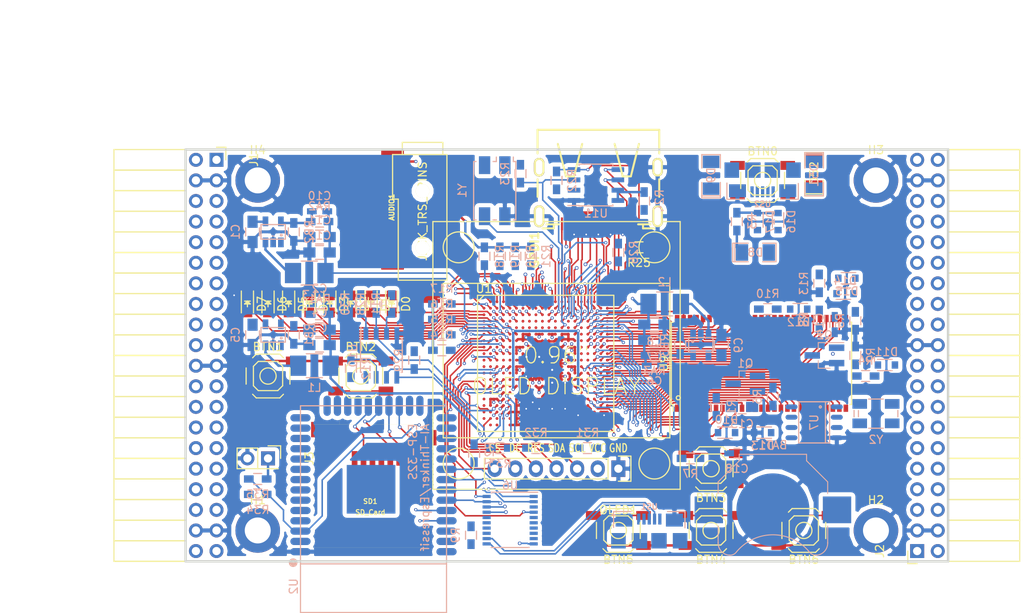
<source format=kicad_pcb>
(kicad_pcb (version 4) (host pcbnew 4.0.5+dfsg1-4)
  (layers (0 F.Cu signal) (1 In1.Cu signal) (2 In2.Cu signal) (31 B.Cu signal) (34 B.Paste user) (35 F.Paste user) (36 B.SilkS user) (37 F.SilkS user) (38 B.Mask user) (39 F.Mask user) (44 Edge.Cuts user))
  (net 0 "")
  (net 1 GND)
  (net 2 +5V)
  (net 3 /gpio/IN5V)
  (net 4 /gpio/OUT5V)
  (net 5 +3V3)
  (net 6 "Net-(L1-Pad1)")
  (net 7 "Net-(L2-Pad1)")
  (net 8 +1V2)
  (net 9 BTN_D)
  (net 10 BTN_F1)
  (net 11 BTN_F2)
  (net 12 BTN_L)
  (net 13 BTN_R)
  (net 14 BTN_U)
  (net 15 /power/FB1)
  (net 16 +2V5)
  (net 17 "Net-(L3-Pad1)")
  (net 18 /power/PWREN)
  (net 19 /power/FB3)
  (net 20 /power/FB2)
  (net 21 "Net-(D9-Pad1)")
  (net 22 /power/VBAT)
  (net 23 JTAG_TDI)
  (net 24 JTAG_TCK)
  (net 25 JTAG_TMS)
  (net 26 JTAG_TDO)
  (net 27 /power/WAKEUPn)
  (net 28 /power/WKUP)
  (net 29 /power/SHUT)
  (net 30 /power/WAKE)
  (net 31 /power/HOLD)
  (net 32 /power/WKn)
  (net 33 /power/OSCI_32k)
  (net 34 /power/OSCO_32k)
  (net 35 FTDI_nSUSPEND)
  (net 36 "Net-(Q2-Pad3)")
  (net 37 SHUTDOWN)
  (net 38 /analog/AUDIO_L)
  (net 39 /analog/AUDIO_R)
  (net 40 GPDI_5V_SCL)
  (net 41 GPDI_5V_SDA)
  (net 42 GPDI_SDA)
  (net 43 GPDI_SCL)
  (net 44 /gpdi/VREF2)
  (net 45 /blinkey/BTNPU)
  (net 46 SD_CMD)
  (net 47 SD_CLK)
  (net 48 SD_D0)
  (net 49 SD_D1)
  (net 50 USB5V)
  (net 51 "Net-(BTN0-Pad1)")
  (net 52 GPDI_CEC)
  (net 53 nRESET)
  (net 54 /usb/FT3V3)
  (net 55 FTDI_nDTR)
  (net 56 SDRAM_CKE)
  (net 57 SDRAM_A7)
  (net 58 SDRAM_D15)
  (net 59 SDRAM_BA1)
  (net 60 SDRAM_D7)
  (net 61 SDRAM_A6)
  (net 62 SDRAM_CLK)
  (net 63 SDRAM_D13)
  (net 64 SDRAM_BA0)
  (net 65 SDRAM_D6)
  (net 66 SDRAM_A5)
  (net 67 SDRAM_D14)
  (net 68 SDRAM_A11)
  (net 69 SDRAM_D12)
  (net 70 SDRAM_D5)
  (net 71 SDRAM_A4)
  (net 72 SDRAM_A10)
  (net 73 SDRAM_D11)
  (net 74 SDRAM_A3)
  (net 75 SDRAM_D4)
  (net 76 SDRAM_D10)
  (net 77 SDRAM_D9)
  (net 78 SDRAM_A9)
  (net 79 SDRAM_D3)
  (net 80 SDRAM_D8)
  (net 81 SDRAM_A8)
  (net 82 SDRAM_A2)
  (net 83 SDRAM_A1)
  (net 84 SDRAM_A0)
  (net 85 SDRAM_D2)
  (net 86 SDRAM_D1)
  (net 87 SDRAM_D0)
  (net 88 SDRAM_DQM0)
  (net 89 SDRAM_nCS)
  (net 90 SDRAM_nRAS)
  (net 91 SDRAM_DQM1)
  (net 92 SDRAM_nCAS)
  (net 93 SDRAM_nWE)
  (net 94 /flash/FLASH_nWP)
  (net 95 /flash/FLASH_nHOLD)
  (net 96 /flash/FLASH_MOSI)
  (net 97 /flash/FLASH_MISO)
  (net 98 /flash/FLASH_SCK)
  (net 99 /flash/FLASH_nCS)
  (net 100 /flash/FPGA_PROGRAMN)
  (net 101 /flash/FPGA_DONE)
  (net 102 /flash/FPGA_INITN)
  (net 103 OLED_RES)
  (net 104 OLED_DC)
  (net 105 OLED_CS)
  (net 106 WIFI_EN)
  (net 107 FTDI_nRTS)
  (net 108 WIFI_GPIO2)
  (net 109 FTDI_TXD)
  (net 110 FTDI_RXD)
  (net 111 WIFI_RXD)
  (net 112 WIFI_GPIO0)
  (net 113 FTDI_nCTS)
  (net 114 WIFI_TXD)
  (net 115 FTDI_nRI)
  (net 116 FTDI_nDCD)
  (net 117 /gpdi/CLK_25MHz)
  (net 118 GPDI_ETH-)
  (net 119 GPDI_ETH+)
  (net 120 GPDI_D2+)
  (net 121 GPDI_D2-)
  (net 122 GPDI_D1+)
  (net 123 GPDI_D1-)
  (net 124 GPDI_D0+)
  (net 125 GPDI_D0-)
  (net 126 GPDI_CLK+)
  (net 127 GPDI_CLK-)
  (net 128 USB_FPGA_D+)
  (net 129 USB_FPGA_D-)
  (net 130 USB_FTDI_D+)
  (net 131 USB_FTDI_D-)
  (net 132 J1_17-)
  (net 133 J1_17+)
  (net 134 J1_23-)
  (net 135 J1_23+)
  (net 136 J1_25-)
  (net 137 J1_25+)
  (net 138 J1_27-)
  (net 139 J1_27+)
  (net 140 J1_29-)
  (net 141 J1_29+)
  (net 142 J1_31-)
  (net 143 J1_31+)
  (net 144 J1_33-)
  (net 145 J1_33+)
  (net 146 J1_35-)
  (net 147 J1_35+)
  (net 148 J2_5-)
  (net 149 J2_5+)
  (net 150 J2_7-)
  (net 151 J2_7+)
  (net 152 J2_9-)
  (net 153 J2_9+)
  (net 154 J2_13-)
  (net 155 J2_13+)
  (net 156 J2_17-)
  (net 157 J2_17+)
  (net 158 J2_11-)
  (net 159 J2_11+)
  (net 160 J2_23-)
  (net 161 J2_23+)
  (net 162 J1_5-)
  (net 163 J1_5+)
  (net 164 J1_7-)
  (net 165 J1_7+)
  (net 166 J1_9-)
  (net 167 J1_9+)
  (net 168 J1_11-)
  (net 169 J1_11+)
  (net 170 J1_13-)
  (net 171 J1_13+)
  (net 172 J1_15-)
  (net 173 J1_15+)
  (net 174 J2_15-)
  (net 175 J2_15+)
  (net 176 J2_25-)
  (net 177 J2_25+)
  (net 178 J2_27-)
  (net 179 J2_27+)
  (net 180 J2_29-)
  (net 181 J2_29+)
  (net 182 J2_31-)
  (net 183 J2_31+)
  (net 184 J2_33-)
  (net 185 J2_33+)
  (net 186 J2_35-)
  (net 187 J2_35+)
  (net 188 SD_D3)
  (net 189 AUDIO_L3)
  (net 190 AUDIO_L2)
  (net 191 AUDIO_L1)
  (net 192 AUDIO_L0)
  (net 193 AUDIO_R3)
  (net 194 AUDIO_R2)
  (net 195 AUDIO_R1)
  (net 196 AUDIO_R0)
  (net 197 FTDI_nDSR)
  (net 198 OLED_CLK)
  (net 199 OLED_MOSI)
  (net 200 WIFI_GPIO15)
  (net 201 LED0)
  (net 202 LED1)
  (net 203 LED2)
  (net 204 LED3)
  (net 205 LED4)
  (net 206 LED5)
  (net 207 LED6)
  (net 208 LED7)
  (net 209 BTN_PWRn)
  (net 210 "Net-(J3-Pad1)")
  (module lfe5bg381:BGA-381_pitch0.8mm_dia0.4mm (layer F.Cu) (at 138.48 87.8)
    (fp_text reference U1 (at -7.6 -9.2) (layer F.SilkS))
    (fp_text value LFE5U-25F-6BG381C)
    (pad A2 smd circle (at -6.8 -7.6) (size 0.35 0.35) (layers F.Cu F.Paste F.Mask) (net 139 J1_27+))
    (pad A3 smd circle (at -6 -7.6) (size 0.35 0.35) (layers F.Cu F.Paste F.Mask) (net 193 AUDIO_R3))
    (pad A4 smd circle (at -5.2 -7.6) (size 0.35 0.35) (layers F.Cu F.Paste F.Mask) (net 137 J1_25+))
    (pad A5 smd circle (at -4.4 -7.6) (size 0.35 0.35) (layers F.Cu F.Paste F.Mask) (net 136 J1_25-))
    (pad A6 smd circle (at -3.6 -7.6) (size 0.35 0.35) (layers F.Cu F.Paste F.Mask) (net 135 J1_23+))
    (pad A7 smd circle (at -2.8 -7.6) (size 0.35 0.35) (layers F.Cu F.Paste F.Mask) (net 173 J1_15+))
    (pad A8 smd circle (at -2 -7.6) (size 0.35 0.35) (layers F.Cu F.Paste F.Mask) (net 172 J1_15-))
    (pad A9 smd circle (at -1.2 -7.6) (size 0.35 0.35) (layers F.Cu F.Paste F.Mask) (net 166 J1_9-))
    (pad A10 smd circle (at -0.4 -7.6) (size 0.35 0.35) (layers F.Cu F.Paste F.Mask) (net 165 J1_7+))
    (pad A11 smd circle (at 0.4 -7.6) (size 0.35 0.35) (layers F.Cu F.Paste F.Mask) (net 164 J1_7-))
    (pad A12 smd circle (at 1.2 -7.6) (size 0.35 0.35) (layers F.Cu F.Paste F.Mask) (net 119 GPDI_ETH+))
    (pad A13 smd circle (at 2 -7.6) (size 0.35 0.35) (layers F.Cu F.Paste F.Mask) (net 118 GPDI_ETH-))
    (pad A14 smd circle (at 2.8 -7.6) (size 0.35 0.35) (layers F.Cu F.Paste F.Mask) (net 120 GPDI_D2+))
    (pad A15 smd circle (at 3.6 -7.6) (size 0.35 0.35) (layers F.Cu F.Paste F.Mask))
    (pad A16 smd circle (at 4.4 -7.6) (size 0.35 0.35) (layers F.Cu F.Paste F.Mask) (net 122 GPDI_D1+))
    (pad A17 smd circle (at 5.2 -7.6) (size 0.35 0.35) (layers F.Cu F.Paste F.Mask) (net 124 GPDI_D0+))
    (pad A18 smd circle (at 6 -7.6) (size 0.35 0.35) (layers F.Cu F.Paste F.Mask) (net 126 GPDI_CLK+))
    (pad A19 smd circle (at 6.8 -7.6) (size 0.35 0.35) (layers F.Cu F.Paste F.Mask) (net 52 GPDI_CEC))
    (pad B1 smd circle (at -7.6 -6.8) (size 0.35 0.35) (layers F.Cu F.Paste F.Mask) (net 138 J1_27-))
    (pad B2 smd circle (at -6.8 -6.8) (size 0.35 0.35) (layers F.Cu F.Paste F.Mask) (net 201 LED0))
    (pad B3 smd circle (at -6 -6.8) (size 0.35 0.35) (layers F.Cu F.Paste F.Mask) (net 192 AUDIO_L0))
    (pad B4 smd circle (at -5.2 -6.8) (size 0.35 0.35) (layers F.Cu F.Paste F.Mask) (net 140 J1_29-))
    (pad B5 smd circle (at -4.4 -6.8) (size 0.35 0.35) (layers F.Cu F.Paste F.Mask) (net 194 AUDIO_R2))
    (pad B6 smd circle (at -3.6 -6.8) (size 0.35 0.35) (layers F.Cu F.Paste F.Mask) (net 134 J1_23-))
    (pad B7 smd circle (at -2.8 -6.8) (size 0.35 0.35) (layers F.Cu F.Paste F.Mask) (net 1 GND))
    (pad B8 smd circle (at -2 -6.8) (size 0.35 0.35) (layers F.Cu F.Paste F.Mask) (net 170 J1_13-))
    (pad B9 smd circle (at -1.2 -6.8) (size 0.35 0.35) (layers F.Cu F.Paste F.Mask) (net 169 J1_11+))
    (pad B10 smd circle (at -0.4 -6.8) (size 0.35 0.35) (layers F.Cu F.Paste F.Mask) (net 167 J1_9+))
    (pad B11 smd circle (at 0.4 -6.8) (size 0.35 0.35) (layers F.Cu F.Paste F.Mask) (net 163 J1_5+))
    (pad B12 smd circle (at 1.2 -6.8) (size 0.35 0.35) (layers F.Cu F.Paste F.Mask) (net 117 /gpdi/CLK_25MHz))
    (pad B13 smd circle (at 2 -6.8) (size 0.35 0.35) (layers F.Cu F.Paste F.Mask) (net 187 J2_35+))
    (pad B14 smd circle (at 2.8 -6.8) (size 0.35 0.35) (layers F.Cu F.Paste F.Mask) (net 1 GND))
    (pad B15 smd circle (at 3.6 -6.8) (size 0.35 0.35) (layers F.Cu F.Paste F.Mask) (net 183 J2_31+))
    (pad B16 smd circle (at 4.4 -6.8) (size 0.35 0.35) (layers F.Cu F.Paste F.Mask) (net 123 GPDI_D1-))
    (pad B17 smd circle (at 5.2 -6.8) (size 0.35 0.35) (layers F.Cu F.Paste F.Mask) (net 179 J2_27+))
    (pad B18 smd circle (at 6 -6.8) (size 0.35 0.35) (layers F.Cu F.Paste F.Mask) (net 125 GPDI_D0-))
    (pad B19 smd circle (at 6.8 -6.8) (size 0.35 0.35) (layers F.Cu F.Paste F.Mask) (net 127 GPDI_CLK-))
    (pad B20 smd circle (at 7.6 -6.8) (size 0.35 0.35) (layers F.Cu F.Paste F.Mask) (net 42 GPDI_SDA))
    (pad C1 smd circle (at -7.6 -6) (size 0.35 0.35) (layers F.Cu F.Paste F.Mask) (net 203 LED2))
    (pad C2 smd circle (at -6.8 -6) (size 0.35 0.35) (layers F.Cu F.Paste F.Mask) (net 202 LED1))
    (pad C3 smd circle (at -6 -6) (size 0.35 0.35) (layers F.Cu F.Paste F.Mask) (net 190 AUDIO_L2))
    (pad C4 smd circle (at -5.2 -6) (size 0.35 0.35) (layers F.Cu F.Paste F.Mask) (net 141 J1_29+))
    (pad C5 smd circle (at -4.4 -6) (size 0.35 0.35) (layers F.Cu F.Paste F.Mask) (net 195 AUDIO_R1))
    (pad C6 smd circle (at -3.6 -6) (size 0.35 0.35) (layers F.Cu F.Paste F.Mask) (net 133 J1_17+))
    (pad C7 smd circle (at -2.8 -6) (size 0.35 0.35) (layers F.Cu F.Paste F.Mask) (net 132 J1_17-))
    (pad C8 smd circle (at -2 -6) (size 0.35 0.35) (layers F.Cu F.Paste F.Mask) (net 171 J1_13+))
    (pad C9 smd circle (at -1.2 -6) (size 0.35 0.35) (layers F.Cu F.Paste F.Mask))
    (pad C10 smd circle (at -0.4 -6) (size 0.35 0.35) (layers F.Cu F.Paste F.Mask) (net 168 J1_11-))
    (pad C11 smd circle (at 0.4 -6) (size 0.35 0.35) (layers F.Cu F.Paste F.Mask) (net 162 J1_5-))
    (pad C12 smd circle (at 1.2 -6) (size 0.35 0.35) (layers F.Cu F.Paste F.Mask) (net 43 GPDI_SCL))
    (pad C13 smd circle (at 2 -6) (size 0.35 0.35) (layers F.Cu F.Paste F.Mask) (net 186 J2_35-))
    (pad C14 smd circle (at 2.8 -6) (size 0.35 0.35) (layers F.Cu F.Paste F.Mask) (net 121 GPDI_D2-))
    (pad C15 smd circle (at 3.6 -6) (size 0.35 0.35) (layers F.Cu F.Paste F.Mask) (net 182 J2_31-))
    (pad C16 smd circle (at 4.4 -6) (size 0.35 0.35) (layers F.Cu F.Paste F.Mask) (net 181 J2_29+))
    (pad C17 smd circle (at 5.2 -6) (size 0.35 0.35) (layers F.Cu F.Paste F.Mask) (net 178 J2_27-))
    (pad C18 smd circle (at 6 -6) (size 0.35 0.35) (layers F.Cu F.Paste F.Mask) (net 161 J2_23+))
    (pad C19 smd circle (at 6.8 -6) (size 0.35 0.35) (layers F.Cu F.Paste F.Mask) (net 1 GND))
    (pad C20 smd circle (at 7.6 -6) (size 0.35 0.35) (layers F.Cu F.Paste F.Mask) (net 58 SDRAM_D15))
    (pad D1 smd circle (at -7.6 -5.2) (size 0.35 0.35) (layers F.Cu F.Paste F.Mask) (net 205 LED4))
    (pad D2 smd circle (at -6.8 -5.2) (size 0.35 0.35) (layers F.Cu F.Paste F.Mask) (net 204 LED3))
    (pad D3 smd circle (at -6 -5.2) (size 0.35 0.35) (layers F.Cu F.Paste F.Mask) (net 191 AUDIO_L1))
    (pad D4 smd circle (at -5.2 -5.2) (size 0.35 0.35) (layers F.Cu F.Paste F.Mask) (net 1 GND))
    (pad D5 smd circle (at -4.4 -5.2) (size 0.35 0.35) (layers F.Cu F.Paste F.Mask))
    (pad D6 smd circle (at -3.6 -5.2) (size 0.35 0.35) (layers F.Cu F.Paste F.Mask) (net 209 BTN_PWRn))
    (pad D7 smd circle (at -2.8 -5.2) (size 0.35 0.35) (layers F.Cu F.Paste F.Mask))
    (pad D8 smd circle (at -2 -5.2) (size 0.35 0.35) (layers F.Cu F.Paste F.Mask))
    (pad D9 smd circle (at -1.2 -5.2) (size 0.35 0.35) (layers F.Cu F.Paste F.Mask))
    (pad D10 smd circle (at -0.4 -5.2) (size 0.35 0.35) (layers F.Cu F.Paste F.Mask))
    (pad D11 smd circle (at 0.4 -5.2) (size 0.35 0.35) (layers F.Cu F.Paste F.Mask) (net 14 BTN_U))
    (pad D12 smd circle (at 1.2 -5.2) (size 0.35 0.35) (layers F.Cu F.Paste F.Mask))
    (pad D13 smd circle (at 2 -5.2) (size 0.35 0.35) (layers F.Cu F.Paste F.Mask) (net 185 J2_33+))
    (pad D14 smd circle (at 2.8 -5.2) (size 0.35 0.35) (layers F.Cu F.Paste F.Mask))
    (pad D15 smd circle (at 3.6 -5.2) (size 0.35 0.35) (layers F.Cu F.Paste F.Mask) (net 177 J2_25+))
    (pad D16 smd circle (at 4.4 -5.2) (size 0.35 0.35) (layers F.Cu F.Paste F.Mask) (net 180 J2_29-))
    (pad D17 smd circle (at 5.2 -5.2) (size 0.35 0.35) (layers F.Cu F.Paste F.Mask) (net 160 J2_23-))
    (pad D18 smd circle (at 6 -5.2) (size 0.35 0.35) (layers F.Cu F.Paste F.Mask) (net 157 J2_17+))
    (pad D19 smd circle (at 6.8 -5.2) (size 0.35 0.35) (layers F.Cu F.Paste F.Mask) (net 67 SDRAM_D14))
    (pad D20 smd circle (at 7.6 -5.2) (size 0.35 0.35) (layers F.Cu F.Paste F.Mask) (net 63 SDRAM_D13))
    (pad E1 smd circle (at -7.6 -4.4) (size 0.35 0.35) (layers F.Cu F.Paste F.Mask) (net 207 LED6))
    (pad E2 smd circle (at -6.8 -4.4) (size 0.35 0.35) (layers F.Cu F.Paste F.Mask) (net 206 LED5))
    (pad E3 smd circle (at -6 -4.4) (size 0.35 0.35) (layers F.Cu F.Paste F.Mask) (net 142 J1_31-))
    (pad E4 smd circle (at -5.2 -4.4) (size 0.35 0.35) (layers F.Cu F.Paste F.Mask))
    (pad E5 smd circle (at -4.4 -4.4) (size 0.35 0.35) (layers F.Cu F.Paste F.Mask) (net 189 AUDIO_L3))
    (pad E6 smd circle (at -3.6 -4.4) (size 0.35 0.35) (layers F.Cu F.Paste F.Mask))
    (pad E7 smd circle (at -2.8 -4.4) (size 0.35 0.35) (layers F.Cu F.Paste F.Mask))
    (pad E8 smd circle (at -2 -4.4) (size 0.35 0.35) (layers F.Cu F.Paste F.Mask))
    (pad E9 smd circle (at -1.2 -4.4) (size 0.35 0.35) (layers F.Cu F.Paste F.Mask))
    (pad E10 smd circle (at -0.4 -4.4) (size 0.35 0.35) (layers F.Cu F.Paste F.Mask))
    (pad E11 smd circle (at 0.4 -4.4) (size 0.35 0.35) (layers F.Cu F.Paste F.Mask))
    (pad E12 smd circle (at 1.2 -4.4) (size 0.35 0.35) (layers F.Cu F.Paste F.Mask))
    (pad E13 smd circle (at 2 -4.4) (size 0.35 0.35) (layers F.Cu F.Paste F.Mask) (net 184 J2_33-))
    (pad E14 smd circle (at 2.8 -4.4) (size 0.35 0.35) (layers F.Cu F.Paste F.Mask))
    (pad E15 smd circle (at 3.6 -4.4) (size 0.35 0.35) (layers F.Cu F.Paste F.Mask) (net 176 J2_25-))
    (pad E16 smd circle (at 4.4 -4.4) (size 0.35 0.35) (layers F.Cu F.Paste F.Mask))
    (pad E17 smd circle (at 5.2 -4.4) (size 0.35 0.35) (layers F.Cu F.Paste F.Mask) (net 156 J2_17-))
    (pad E18 smd circle (at 6 -4.4) (size 0.35 0.35) (layers F.Cu F.Paste F.Mask) (net 75 SDRAM_D4))
    (pad E19 smd circle (at 6.8 -4.4) (size 0.35 0.35) (layers F.Cu F.Paste F.Mask) (net 69 SDRAM_D12))
    (pad E20 smd circle (at 7.6 -4.4) (size 0.35 0.35) (layers F.Cu F.Paste F.Mask) (net 73 SDRAM_D11))
    (pad F1 smd circle (at -7.6 -3.6) (size 0.35 0.35) (layers F.Cu F.Paste F.Mask) (net 110 FTDI_RXD))
    (pad F2 smd circle (at -6.8 -3.6) (size 0.35 0.35) (layers F.Cu F.Paste F.Mask) (net 208 LED7))
    (pad F3 smd circle (at -6 -3.6) (size 0.35 0.35) (layers F.Cu F.Paste F.Mask) (net 144 J1_33-))
    (pad F4 smd circle (at -5.2 -3.6) (size 0.35 0.35) (layers F.Cu F.Paste F.Mask) (net 143 J1_31+))
    (pad F5 smd circle (at -4.4 -3.6) (size 0.35 0.35) (layers F.Cu F.Paste F.Mask) (net 196 AUDIO_R0))
    (pad F6 smd circle (at -3.6 -3.6) (size 0.35 0.35) (layers F.Cu F.Paste F.Mask) (net 16 +2V5))
    (pad F7 smd circle (at -2.8 -3.6) (size 0.35 0.35) (layers F.Cu F.Paste F.Mask) (net 1 GND))
    (pad F8 smd circle (at -2 -3.6) (size 0.35 0.35) (layers F.Cu F.Paste F.Mask) (net 1 GND))
    (pad F9 smd circle (at -1.2 -3.6) (size 0.35 0.35) (layers F.Cu F.Paste F.Mask) (net 5 +3V3))
    (pad F10 smd circle (at -0.4 -3.6) (size 0.35 0.35) (layers F.Cu F.Paste F.Mask) (net 5 +3V3))
    (pad F11 smd circle (at 0.4 -3.6) (size 0.35 0.35) (layers F.Cu F.Paste F.Mask) (net 5 +3V3))
    (pad F12 smd circle (at 1.2 -3.6) (size 0.35 0.35) (layers F.Cu F.Paste F.Mask) (net 5 +3V3))
    (pad F13 smd circle (at 2 -3.6) (size 0.35 0.35) (layers F.Cu F.Paste F.Mask) (net 1 GND))
    (pad F14 smd circle (at 2.8 -3.6) (size 0.35 0.35) (layers F.Cu F.Paste F.Mask) (net 1 GND))
    (pad F15 smd circle (at 3.6 -3.6) (size 0.35 0.35) (layers F.Cu F.Paste F.Mask) (net 16 +2V5))
    (pad F16 smd circle (at 4.4 -3.6) (size 0.35 0.35) (layers F.Cu F.Paste F.Mask))
    (pad F17 smd circle (at 5.2 -3.6) (size 0.35 0.35) (layers F.Cu F.Paste F.Mask) (net 175 J2_15+))
    (pad F18 smd circle (at 6 -3.6) (size 0.35 0.35) (layers F.Cu F.Paste F.Mask) (net 70 SDRAM_D5))
    (pad F19 smd circle (at 6.8 -3.6) (size 0.35 0.35) (layers F.Cu F.Paste F.Mask) (net 76 SDRAM_D10))
    (pad F20 smd circle (at 7.6 -3.6) (size 0.35 0.35) (layers F.Cu F.Paste F.Mask) (net 77 SDRAM_D9))
    (pad G1 smd circle (at -7.6 -2.8) (size 0.35 0.35) (layers F.Cu F.Paste F.Mask) (net 109 FTDI_TXD))
    (pad G2 smd circle (at -6.8 -2.8) (size 0.35 0.35) (layers F.Cu F.Paste F.Mask) (net 111 WIFI_RXD))
    (pad G3 smd circle (at -6 -2.8) (size 0.35 0.35) (layers F.Cu F.Paste F.Mask) (net 145 J1_33+))
    (pad G4 smd circle (at -5.2 -2.8) (size 0.35 0.35) (layers F.Cu F.Paste F.Mask) (net 1 GND))
    (pad G5 smd circle (at -4.4 -2.8) (size 0.35 0.35) (layers F.Cu F.Paste F.Mask) (net 146 J1_35-))
    (pad G6 smd circle (at -3.6 -2.8) (size 0.35 0.35) (layers F.Cu F.Paste F.Mask) (net 1 GND))
    (pad G7 smd circle (at -2.8 -2.8) (size 0.35 0.35) (layers F.Cu F.Paste F.Mask) (net 1 GND))
    (pad G8 smd circle (at -2 -2.8) (size 0.35 0.35) (layers F.Cu F.Paste F.Mask) (net 1 GND))
    (pad G9 smd circle (at -1.2 -2.8) (size 0.35 0.35) (layers F.Cu F.Paste F.Mask) (net 1 GND))
    (pad G10 smd circle (at -0.4 -2.8) (size 0.35 0.35) (layers F.Cu F.Paste F.Mask) (net 1 GND))
    (pad G11 smd circle (at 0.4 -2.8) (size 0.35 0.35) (layers F.Cu F.Paste F.Mask) (net 1 GND))
    (pad G12 smd circle (at 1.2 -2.8) (size 0.35 0.35) (layers F.Cu F.Paste F.Mask) (net 1 GND))
    (pad G13 smd circle (at 2 -2.8) (size 0.35 0.35) (layers F.Cu F.Paste F.Mask) (net 1 GND))
    (pad G14 smd circle (at 2.8 -2.8) (size 0.35 0.35) (layers F.Cu F.Paste F.Mask) (net 1 GND))
    (pad G15 smd circle (at 3.6 -2.8) (size 0.35 0.35) (layers F.Cu F.Paste F.Mask) (net 1 GND))
    (pad G16 smd circle (at 4.4 -2.8) (size 0.35 0.35) (layers F.Cu F.Paste F.Mask))
    (pad G17 smd circle (at 5.2 -2.8) (size 0.35 0.35) (layers F.Cu F.Paste F.Mask) (net 1 GND))
    (pad G18 smd circle (at 6 -2.8) (size 0.35 0.35) (layers F.Cu F.Paste F.Mask) (net 174 J2_15-))
    (pad G19 smd circle (at 6.8 -2.8) (size 0.35 0.35) (layers F.Cu F.Paste F.Mask) (net 80 SDRAM_D8))
    (pad G20 smd circle (at 7.6 -2.8) (size 0.35 0.35) (layers F.Cu F.Paste F.Mask) (net 91 SDRAM_DQM1))
    (pad H1 smd circle (at -7.6 -2) (size 0.35 0.35) (layers F.Cu F.Paste F.Mask) (net 112 WIFI_GPIO0))
    (pad H2 smd circle (at -6.8 -2) (size 0.35 0.35) (layers F.Cu F.Paste F.Mask) (net 114 WIFI_TXD))
    (pad H3 smd circle (at -6 -2) (size 0.35 0.35) (layers F.Cu F.Paste F.Mask))
    (pad H4 smd circle (at -5.2 -2) (size 0.35 0.35) (layers F.Cu F.Paste F.Mask) (net 147 J1_35+))
    (pad H5 smd circle (at -4.4 -2) (size 0.35 0.35) (layers F.Cu F.Paste F.Mask))
    (pad H6 smd circle (at -3.6 -2) (size 0.35 0.35) (layers F.Cu F.Paste F.Mask) (net 5 +3V3))
    (pad H7 smd circle (at -2.8 -2) (size 0.35 0.35) (layers F.Cu F.Paste F.Mask) (net 5 +3V3))
    (pad H8 smd circle (at -2 -2) (size 0.35 0.35) (layers F.Cu F.Paste F.Mask) (net 8 +1V2))
    (pad H9 smd circle (at -1.2 -2) (size 0.35 0.35) (layers F.Cu F.Paste F.Mask) (net 8 +1V2))
    (pad H10 smd circle (at -0.4 -2) (size 0.35 0.35) (layers F.Cu F.Paste F.Mask) (net 8 +1V2))
    (pad H11 smd circle (at 0.4 -2) (size 0.35 0.35) (layers F.Cu F.Paste F.Mask) (net 8 +1V2))
    (pad H12 smd circle (at 1.2 -2) (size 0.35 0.35) (layers F.Cu F.Paste F.Mask) (net 8 +1V2))
    (pad H13 smd circle (at 2 -2) (size 0.35 0.35) (layers F.Cu F.Paste F.Mask) (net 8 +1V2))
    (pad H14 smd circle (at 2.8 -2) (size 0.35 0.35) (layers F.Cu F.Paste F.Mask) (net 5 +3V3))
    (pad H15 smd circle (at 3.6 -2) (size 0.35 0.35) (layers F.Cu F.Paste F.Mask) (net 5 +3V3))
    (pad H16 smd circle (at 4.4 -2) (size 0.35 0.35) (layers F.Cu F.Paste F.Mask))
    (pad H17 smd circle (at 5.2 -2) (size 0.35 0.35) (layers F.Cu F.Paste F.Mask) (net 154 J2_13-))
    (pad H18 smd circle (at 6 -2) (size 0.35 0.35) (layers F.Cu F.Paste F.Mask) (net 155 J2_13+))
    (pad H19 smd circle (at 6.8 -2) (size 0.35 0.35) (layers F.Cu F.Paste F.Mask) (net 1 GND))
    (pad H20 smd circle (at 7.6 -2) (size 0.35 0.35) (layers F.Cu F.Paste F.Mask) (net 62 SDRAM_CLK))
    (pad J1 smd circle (at -7.6 -1.2) (size 0.35 0.35) (layers F.Cu F.Paste F.Mask))
    (pad J2 smd circle (at -6.8 -1.2) (size 0.35 0.35) (layers F.Cu F.Paste F.Mask) (net 1 GND))
    (pad J3 smd circle (at -6 -1.2) (size 0.35 0.35) (layers F.Cu F.Paste F.Mask) (net 200 WIFI_GPIO15))
    (pad J4 smd circle (at -5.2 -1.2) (size 0.35 0.35) (layers F.Cu F.Paste F.Mask) (net 108 WIFI_GPIO2))
    (pad J5 smd circle (at -4.4 -1.2) (size 0.35 0.35) (layers F.Cu F.Paste F.Mask) (net 113 FTDI_nCTS))
    (pad J6 smd circle (at -3.6 -1.2) (size 0.35 0.35) (layers F.Cu F.Paste F.Mask) (net 5 +3V3))
    (pad J7 smd circle (at -2.8 -1.2) (size 0.35 0.35) (layers F.Cu F.Paste F.Mask) (net 1 GND))
    (pad J8 smd circle (at -2 -1.2) (size 0.35 0.35) (layers F.Cu F.Paste F.Mask) (net 8 +1V2))
    (pad J9 smd circle (at -1.2 -1.2) (size 0.35 0.35) (layers F.Cu F.Paste F.Mask) (net 1 GND))
    (pad J10 smd circle (at -0.4 -1.2) (size 0.35 0.35) (layers F.Cu F.Paste F.Mask) (net 1 GND))
    (pad J11 smd circle (at 0.4 -1.2) (size 0.35 0.35) (layers F.Cu F.Paste F.Mask) (net 1 GND))
    (pad J12 smd circle (at 1.2 -1.2) (size 0.35 0.35) (layers F.Cu F.Paste F.Mask) (net 1 GND))
    (pad J13 smd circle (at 2 -1.2) (size 0.35 0.35) (layers F.Cu F.Paste F.Mask) (net 8 +1V2))
    (pad J14 smd circle (at 2.8 -1.2) (size 0.35 0.35) (layers F.Cu F.Paste F.Mask) (net 1 GND))
    (pad J15 smd circle (at 3.6 -1.2) (size 0.35 0.35) (layers F.Cu F.Paste F.Mask) (net 5 +3V3))
    (pad J16 smd circle (at 4.4 -1.2) (size 0.35 0.35) (layers F.Cu F.Paste F.Mask))
    (pad J17 smd circle (at 5.2 -1.2) (size 0.35 0.35) (layers F.Cu F.Paste F.Mask))
    (pad J18 smd circle (at 6 -1.2) (size 0.35 0.35) (layers F.Cu F.Paste F.Mask) (net 79 SDRAM_D3))
    (pad J19 smd circle (at 6.8 -1.2) (size 0.35 0.35) (layers F.Cu F.Paste F.Mask) (net 56 SDRAM_CKE))
    (pad J20 smd circle (at 7.6 -1.2) (size 0.35 0.35) (layers F.Cu F.Paste F.Mask) (net 68 SDRAM_A11))
    (pad K1 smd circle (at -7.6 -0.4) (size 0.35 0.35) (layers F.Cu F.Paste F.Mask))
    (pad K2 smd circle (at -6.8 -0.4) (size 0.35 0.35) (layers F.Cu F.Paste F.Mask) (net 55 FTDI_nDTR))
    (pad K3 smd circle (at -6 -0.4) (size 0.35 0.35) (layers F.Cu F.Paste F.Mask) (net 107 FTDI_nRTS))
    (pad K4 smd circle (at -5.2 -0.4) (size 0.35 0.35) (layers F.Cu F.Paste F.Mask))
    (pad K5 smd circle (at -4.4 -0.4) (size 0.35 0.35) (layers F.Cu F.Paste F.Mask))
    (pad K6 smd circle (at -3.6 -0.4) (size 0.35 0.35) (layers F.Cu F.Paste F.Mask) (net 1 GND))
    (pad K7 smd circle (at -2.8 -0.4) (size 0.35 0.35) (layers F.Cu F.Paste F.Mask) (net 1 GND))
    (pad K8 smd circle (at -2 -0.4) (size 0.35 0.35) (layers F.Cu F.Paste F.Mask) (net 8 +1V2))
    (pad K9 smd circle (at -1.2 -0.4) (size 0.35 0.35) (layers F.Cu F.Paste F.Mask) (net 1 GND))
    (pad K10 smd circle (at -0.4 -0.4) (size 0.35 0.35) (layers F.Cu F.Paste F.Mask) (net 1 GND))
    (pad K11 smd circle (at 0.4 -0.4) (size 0.35 0.35) (layers F.Cu F.Paste F.Mask) (net 1 GND))
    (pad K12 smd circle (at 1.2 -0.4) (size 0.35 0.35) (layers F.Cu F.Paste F.Mask) (net 1 GND))
    (pad K13 smd circle (at 2 -0.4) (size 0.35 0.35) (layers F.Cu F.Paste F.Mask) (net 8 +1V2))
    (pad K14 smd circle (at 2.8 -0.4) (size 0.35 0.35) (layers F.Cu F.Paste F.Mask) (net 1 GND))
    (pad K15 smd circle (at 3.6 -0.4) (size 0.35 0.35) (layers F.Cu F.Paste F.Mask) (net 1 GND))
    (pad K16 smd circle (at 4.4 -0.4) (size 0.35 0.35) (layers F.Cu F.Paste F.Mask))
    (pad K17 smd circle (at 5.2 -0.4) (size 0.35 0.35) (layers F.Cu F.Paste F.Mask))
    (pad K18 smd circle (at 6 -0.4) (size 0.35 0.35) (layers F.Cu F.Paste F.Mask) (net 85 SDRAM_D2))
    (pad K19 smd circle (at 6.8 -0.4) (size 0.35 0.35) (layers F.Cu F.Paste F.Mask) (net 78 SDRAM_A9))
    (pad K20 smd circle (at 7.6 -0.4) (size 0.35 0.35) (layers F.Cu F.Paste F.Mask) (net 81 SDRAM_A8))
    (pad L1 smd circle (at -7.6 0.4) (size 0.35 0.35) (layers F.Cu F.Paste F.Mask) (net 48 SD_D0))
    (pad L2 smd circle (at -6.8 0.4) (size 0.35 0.35) (layers F.Cu F.Paste F.Mask) (net 116 FTDI_nDCD))
    (pad L3 smd circle (at -6 0.4) (size 0.35 0.35) (layers F.Cu F.Paste F.Mask) (net 105 OLED_CS))
    (pad L4 smd circle (at -5.2 0.4) (size 0.35 0.35) (layers F.Cu F.Paste F.Mask) (net 106 WIFI_EN))
    (pad L5 smd circle (at -4.4 0.4) (size 0.35 0.35) (layers F.Cu F.Paste F.Mask) (net 197 FTDI_nDSR))
    (pad L6 smd circle (at -3.6 0.4) (size 0.35 0.35) (layers F.Cu F.Paste F.Mask) (net 5 +3V3))
    (pad L7 smd circle (at -2.8 0.4) (size 0.35 0.35) (layers F.Cu F.Paste F.Mask) (net 5 +3V3))
    (pad L8 smd circle (at -2 0.4) (size 0.35 0.35) (layers F.Cu F.Paste F.Mask) (net 8 +1V2))
    (pad L9 smd circle (at -1.2 0.4) (size 0.35 0.35) (layers F.Cu F.Paste F.Mask) (net 1 GND))
    (pad L10 smd circle (at -0.4 0.4) (size 0.35 0.35) (layers F.Cu F.Paste F.Mask) (net 1 GND))
    (pad L11 smd circle (at 0.4 0.4) (size 0.35 0.35) (layers F.Cu F.Paste F.Mask) (net 1 GND))
    (pad L12 smd circle (at 1.2 0.4) (size 0.35 0.35) (layers F.Cu F.Paste F.Mask) (net 1 GND))
    (pad L13 smd circle (at 2 0.4) (size 0.35 0.35) (layers F.Cu F.Paste F.Mask) (net 8 +1V2))
    (pad L14 smd circle (at 2.8 0.4) (size 0.35 0.35) (layers F.Cu F.Paste F.Mask) (net 5 +3V3))
    (pad L15 smd circle (at 3.6 0.4) (size 0.35 0.35) (layers F.Cu F.Paste F.Mask) (net 5 +3V3))
    (pad L16 smd circle (at 4.4 0.4) (size 0.35 0.35) (layers F.Cu F.Paste F.Mask) (net 159 J2_11+))
    (pad L17 smd circle (at 5.2 0.4) (size 0.35 0.35) (layers F.Cu F.Paste F.Mask) (net 158 J2_11-))
    (pad L18 smd circle (at 6 0.4) (size 0.35 0.35) (layers F.Cu F.Paste F.Mask) (net 86 SDRAM_D1))
    (pad L19 smd circle (at 6.8 0.4) (size 0.35 0.35) (layers F.Cu F.Paste F.Mask) (net 57 SDRAM_A7))
    (pad L20 smd circle (at 7.6 0.4) (size 0.35 0.35) (layers F.Cu F.Paste F.Mask) (net 61 SDRAM_A6))
    (pad M1 smd circle (at -7.6 1.2) (size 0.35 0.35) (layers F.Cu F.Paste F.Mask) (net 46 SD_CMD))
    (pad M2 smd circle (at -6.8 1.2) (size 0.35 0.35) (layers F.Cu F.Paste F.Mask) (net 1 GND))
    (pad M3 smd circle (at -6 1.2) (size 0.35 0.35) (layers F.Cu F.Paste F.Mask) (net 129 USB_FPGA_D-))
    (pad M4 smd circle (at -5.2 1.2) (size 0.35 0.35) (layers F.Cu F.Paste F.Mask))
    (pad M5 smd circle (at -4.4 1.2) (size 0.35 0.35) (layers F.Cu F.Paste F.Mask))
    (pad M6 smd circle (at -3.6 1.2) (size 0.35 0.35) (layers F.Cu F.Paste F.Mask) (net 5 +3V3))
    (pad M7 smd circle (at -2.8 1.2) (size 0.35 0.35) (layers F.Cu F.Paste F.Mask) (net 1 GND))
    (pad M8 smd circle (at -2 1.2) (size 0.35 0.35) (layers F.Cu F.Paste F.Mask) (net 8 +1V2))
    (pad M9 smd circle (at -1.2 1.2) (size 0.35 0.35) (layers F.Cu F.Paste F.Mask) (net 1 GND))
    (pad M10 smd circle (at -0.4 1.2) (size 0.35 0.35) (layers F.Cu F.Paste F.Mask) (net 1 GND))
    (pad M11 smd circle (at 0.4 1.2) (size 0.35 0.35) (layers F.Cu F.Paste F.Mask) (net 1 GND))
    (pad M12 smd circle (at 1.2 1.2) (size 0.35 0.35) (layers F.Cu F.Paste F.Mask) (net 1 GND))
    (pad M13 smd circle (at 2 1.2) (size 0.35 0.35) (layers F.Cu F.Paste F.Mask) (net 8 +1V2))
    (pad M14 smd circle (at 2.8 1.2) (size 0.35 0.35) (layers F.Cu F.Paste F.Mask) (net 1 GND))
    (pad M15 smd circle (at 3.6 1.2) (size 0.35 0.35) (layers F.Cu F.Paste F.Mask) (net 5 +3V3))
    (pad M16 smd circle (at 4.4 1.2) (size 0.35 0.35) (layers F.Cu F.Paste F.Mask) (net 1 GND))
    (pad M17 smd circle (at 5.2 1.2) (size 0.35 0.35) (layers F.Cu F.Paste F.Mask) (net 152 J2_9-))
    (pad M18 smd circle (at 6 1.2) (size 0.35 0.35) (layers F.Cu F.Paste F.Mask) (net 87 SDRAM_D0))
    (pad M19 smd circle (at 6.8 1.2) (size 0.35 0.35) (layers F.Cu F.Paste F.Mask) (net 66 SDRAM_A5))
    (pad M20 smd circle (at 7.6 1.2) (size 0.35 0.35) (layers F.Cu F.Paste F.Mask) (net 71 SDRAM_A4))
    (pad N1 smd circle (at -7.6 2) (size 0.35 0.35) (layers F.Cu F.Paste F.Mask) (net 47 SD_CLK))
    (pad N2 smd circle (at -6.8 2) (size 0.35 0.35) (layers F.Cu F.Paste F.Mask) (net 188 SD_D3))
    (pad N3 smd circle (at -6 2) (size 0.35 0.35) (layers F.Cu F.Paste F.Mask) (net 128 USB_FPGA_D+))
    (pad N4 smd circle (at -5.2 2) (size 0.35 0.35) (layers F.Cu F.Paste F.Mask) (net 49 SD_D1))
    (pad N5 smd circle (at -4.4 2) (size 0.35 0.35) (layers F.Cu F.Paste F.Mask))
    (pad N6 smd circle (at -3.6 2) (size 0.35 0.35) (layers F.Cu F.Paste F.Mask) (net 1 GND))
    (pad N7 smd circle (at -2.8 2) (size 0.35 0.35) (layers F.Cu F.Paste F.Mask) (net 1 GND))
    (pad N8 smd circle (at -2 2) (size 0.35 0.35) (layers F.Cu F.Paste F.Mask) (net 8 +1V2))
    (pad N9 smd circle (at -1.2 2) (size 0.35 0.35) (layers F.Cu F.Paste F.Mask) (net 8 +1V2))
    (pad N10 smd circle (at -0.4 2) (size 0.35 0.35) (layers F.Cu F.Paste F.Mask) (net 8 +1V2))
    (pad N11 smd circle (at 0.4 2) (size 0.35 0.35) (layers F.Cu F.Paste F.Mask) (net 8 +1V2))
    (pad N12 smd circle (at 1.2 2) (size 0.35 0.35) (layers F.Cu F.Paste F.Mask) (net 8 +1V2))
    (pad N13 smd circle (at 2 2) (size 0.35 0.35) (layers F.Cu F.Paste F.Mask) (net 8 +1V2))
    (pad N14 smd circle (at 2.8 2) (size 0.35 0.35) (layers F.Cu F.Paste F.Mask) (net 1 GND))
    (pad N15 smd circle (at 3.6 2) (size 0.35 0.35) (layers F.Cu F.Paste F.Mask) (net 1 GND))
    (pad N16 smd circle (at 4.4 2) (size 0.35 0.35) (layers F.Cu F.Paste F.Mask) (net 153 J2_9+))
    (pad N17 smd circle (at 5.2 2) (size 0.35 0.35) (layers F.Cu F.Paste F.Mask) (net 151 J2_7+))
    (pad N18 smd circle (at 6 2) (size 0.35 0.35) (layers F.Cu F.Paste F.Mask) (net 65 SDRAM_D6))
    (pad N19 smd circle (at 6.8 2) (size 0.35 0.35) (layers F.Cu F.Paste F.Mask) (net 74 SDRAM_A3))
    (pad N20 smd circle (at 7.6 2) (size 0.35 0.35) (layers F.Cu F.Paste F.Mask) (net 82 SDRAM_A2))
    (pad P1 smd circle (at -7.6 2.8) (size 0.35 0.35) (layers F.Cu F.Paste F.Mask) (net 104 OLED_DC))
    (pad P2 smd circle (at -6.8 2.8) (size 0.35 0.35) (layers F.Cu F.Paste F.Mask) (net 103 OLED_RES))
    (pad P3 smd circle (at -6 2.8) (size 0.35 0.35) (layers F.Cu F.Paste F.Mask) (net 199 OLED_MOSI))
    (pad P4 smd circle (at -5.2 2.8) (size 0.35 0.35) (layers F.Cu F.Paste F.Mask) (net 198 OLED_CLK))
    (pad P5 smd circle (at -4.4 2.8) (size 0.35 0.35) (layers F.Cu F.Paste F.Mask) (net 115 FTDI_nRI))
    (pad P6 smd circle (at -3.6 2.8) (size 0.35 0.35) (layers F.Cu F.Paste F.Mask) (net 16 +2V5))
    (pad P7 smd circle (at -2.8 2.8) (size 0.35 0.35) (layers F.Cu F.Paste F.Mask) (net 1 GND))
    (pad P8 smd circle (at -2 2.8) (size 0.35 0.35) (layers F.Cu F.Paste F.Mask) (net 1 GND))
    (pad P9 smd circle (at -1.2 2.8) (size 0.35 0.35) (layers F.Cu F.Paste F.Mask) (net 5 +3V3))
    (pad P10 smd circle (at -0.4 2.8) (size 0.35 0.35) (layers F.Cu F.Paste F.Mask) (net 5 +3V3))
    (pad P11 smd circle (at 0.4 2.8) (size 0.35 0.35) (layers F.Cu F.Paste F.Mask) (net 1 GND))
    (pad P12 smd circle (at 1.2 2.8) (size 0.35 0.35) (layers F.Cu F.Paste F.Mask) (net 1 GND))
    (pad P13 smd circle (at 2 2.8) (size 0.35 0.35) (layers F.Cu F.Paste F.Mask) (net 1 GND))
    (pad P14 smd circle (at 2.8 2.8) (size 0.35 0.35) (layers F.Cu F.Paste F.Mask) (net 1 GND))
    (pad P15 smd circle (at 3.6 2.8) (size 0.35 0.35) (layers F.Cu F.Paste F.Mask) (net 16 +2V5))
    (pad P16 smd circle (at 4.4 2.8) (size 0.35 0.35) (layers F.Cu F.Paste F.Mask) (net 150 J2_7-))
    (pad P17 smd circle (at 5.2 2.8) (size 0.35 0.35) (layers F.Cu F.Paste F.Mask))
    (pad P18 smd circle (at 6 2.8) (size 0.35 0.35) (layers F.Cu F.Paste F.Mask) (net 60 SDRAM_D7))
    (pad P19 smd circle (at 6.8 2.8) (size 0.35 0.35) (layers F.Cu F.Paste F.Mask) (net 83 SDRAM_A1))
    (pad P20 smd circle (at 7.6 2.8) (size 0.35 0.35) (layers F.Cu F.Paste F.Mask) (net 84 SDRAM_A0))
    (pad R1 smd circle (at -7.6 3.6) (size 0.35 0.35) (layers F.Cu F.Paste F.Mask) (net 10 BTN_F1))
    (pad R2 smd circle (at -6.8 3.6) (size 0.35 0.35) (layers F.Cu F.Paste F.Mask) (net 99 /flash/FLASH_nCS))
    (pad R3 smd circle (at -6 3.6) (size 0.35 0.35) (layers F.Cu F.Paste F.Mask))
    (pad R4 smd circle (at -5.2 3.6) (size 0.35 0.35) (layers F.Cu F.Paste F.Mask) (net 1 GND))
    (pad R5 smd circle (at -4.4 3.6) (size 0.35 0.35) (layers F.Cu F.Paste F.Mask) (net 23 JTAG_TDI))
    (pad R16 smd circle (at 4.4 3.6) (size 0.35 0.35) (layers F.Cu F.Paste F.Mask))
    (pad R17 smd circle (at 5.2 3.6) (size 0.35 0.35) (layers F.Cu F.Paste F.Mask))
    (pad R18 smd circle (at 6 3.6) (size 0.35 0.35) (layers F.Cu F.Paste F.Mask) (net 88 SDRAM_DQM0))
    (pad R19 smd circle (at 6.8 3.6) (size 0.35 0.35) (layers F.Cu F.Paste F.Mask) (net 1 GND))
    (pad R20 smd circle (at 7.6 3.6) (size 0.35 0.35) (layers F.Cu F.Paste F.Mask) (net 72 SDRAM_A10))
    (pad T1 smd circle (at -7.6 4.4) (size 0.35 0.35) (layers F.Cu F.Paste F.Mask) (net 11 BTN_F2))
    (pad T2 smd circle (at -6.8 4.4) (size 0.35 0.35) (layers F.Cu F.Paste F.Mask) (net 5 +3V3))
    (pad T3 smd circle (at -6 4.4) (size 0.35 0.35) (layers F.Cu F.Paste F.Mask) (net 5 +3V3))
    (pad T4 smd circle (at -5.2 4.4) (size 0.35 0.35) (layers F.Cu F.Paste F.Mask) (net 5 +3V3))
    (pad T5 smd circle (at -4.4 4.4) (size 0.35 0.35) (layers F.Cu F.Paste F.Mask) (net 24 JTAG_TCK))
    (pad T6 smd circle (at -3.6 4.4) (size 0.35 0.35) (layers F.Cu F.Paste F.Mask) (net 1 GND))
    (pad T7 smd circle (at -2.8 4.4) (size 0.35 0.35) (layers F.Cu F.Paste F.Mask) (net 1 GND))
    (pad T8 smd circle (at -2 4.4) (size 0.35 0.35) (layers F.Cu F.Paste F.Mask) (net 1 GND))
    (pad T9 smd circle (at -1.2 4.4) (size 0.35 0.35) (layers F.Cu F.Paste F.Mask) (net 1 GND))
    (pad T10 smd circle (at -0.4 4.4) (size 0.35 0.35) (layers F.Cu F.Paste F.Mask) (net 1 GND))
    (pad T11 smd circle (at 0.4 4.4) (size 0.35 0.35) (layers F.Cu F.Paste F.Mask))
    (pad T12 smd circle (at 1.2 4.4) (size 0.35 0.35) (layers F.Cu F.Paste F.Mask))
    (pad T13 smd circle (at 2 4.4) (size 0.35 0.35) (layers F.Cu F.Paste F.Mask))
    (pad T14 smd circle (at 2.8 4.4) (size 0.35 0.35) (layers F.Cu F.Paste F.Mask))
    (pad T15 smd circle (at 3.6 4.4) (size 0.35 0.35) (layers F.Cu F.Paste F.Mask))
    (pad T16 smd circle (at 4.4 4.4) (size 0.35 0.35) (layers F.Cu F.Paste F.Mask))
    (pad T17 smd circle (at 5.2 4.4) (size 0.35 0.35) (layers F.Cu F.Paste F.Mask) (net 92 SDRAM_nCAS))
    (pad T18 smd circle (at 6 4.4) (size 0.35 0.35) (layers F.Cu F.Paste F.Mask) (net 93 SDRAM_nWE))
    (pad T19 smd circle (at 6.8 4.4) (size 0.35 0.35) (layers F.Cu F.Paste F.Mask) (net 59 SDRAM_BA1))
    (pad T20 smd circle (at 7.6 4.4) (size 0.35 0.35) (layers F.Cu F.Paste F.Mask) (net 64 SDRAM_BA0))
    (pad U1 smd circle (at -7.6 5.2) (size 0.35 0.35) (layers F.Cu F.Paste F.Mask) (net 14 BTN_U))
    (pad U2 smd circle (at -6.8 5.2) (size 0.35 0.35) (layers F.Cu F.Paste F.Mask) (net 5 +3V3))
    (pad U3 smd circle (at -6 5.2) (size 0.35 0.35) (layers F.Cu F.Paste F.Mask) (net 98 /flash/FLASH_SCK))
    (pad U4 smd circle (at -5.2 5.2) (size 0.35 0.35) (layers F.Cu F.Paste F.Mask) (net 1 GND))
    (pad U5 smd circle (at -4.4 5.2) (size 0.35 0.35) (layers F.Cu F.Paste F.Mask) (net 25 JTAG_TMS))
    (pad U6 smd circle (at -3.6 5.2) (size 0.35 0.35) (layers F.Cu F.Paste F.Mask) (net 1 GND))
    (pad U7 smd circle (at -2.8 5.2) (size 0.35 0.35) (layers F.Cu F.Paste F.Mask) (net 1 GND))
    (pad U8 smd circle (at -2 5.2) (size 0.35 0.35) (layers F.Cu F.Paste F.Mask) (net 1 GND))
    (pad U9 smd circle (at -1.2 5.2) (size 0.35 0.35) (layers F.Cu F.Paste F.Mask) (net 1 GND))
    (pad U10 smd circle (at -0.4 5.2) (size 0.35 0.35) (layers F.Cu F.Paste F.Mask) (net 1 GND))
    (pad U11 smd circle (at 0.4 5.2) (size 0.35 0.35) (layers F.Cu F.Paste F.Mask) (net 1 GND))
    (pad U12 smd circle (at 1.2 5.2) (size 0.35 0.35) (layers F.Cu F.Paste F.Mask) (net 1 GND))
    (pad U13 smd circle (at 2 5.2) (size 0.35 0.35) (layers F.Cu F.Paste F.Mask) (net 1 GND))
    (pad U14 smd circle (at 2.8 5.2) (size 0.35 0.35) (layers F.Cu F.Paste F.Mask) (net 1 GND))
    (pad U15 smd circle (at 3.6 5.2) (size 0.35 0.35) (layers F.Cu F.Paste F.Mask))
    (pad U16 smd circle (at 4.4 5.2) (size 0.35 0.35) (layers F.Cu F.Paste F.Mask))
    (pad U17 smd circle (at 5.2 5.2) (size 0.35 0.35) (layers F.Cu F.Paste F.Mask) (net 148 J2_5-))
    (pad U18 smd circle (at 6 5.2) (size 0.35 0.35) (layers F.Cu F.Paste F.Mask) (net 149 J2_5+))
    (pad U19 smd circle (at 6.8 5.2) (size 0.35 0.35) (layers F.Cu F.Paste F.Mask) (net 89 SDRAM_nCS))
    (pad U20 smd circle (at 7.6 5.2) (size 0.35 0.35) (layers F.Cu F.Paste F.Mask) (net 90 SDRAM_nRAS))
    (pad V1 smd circle (at -7.6 6) (size 0.35 0.35) (layers F.Cu F.Paste F.Mask) (net 9 BTN_D))
    (pad V2 smd circle (at -6.8 6) (size 0.35 0.35) (layers F.Cu F.Paste F.Mask) (net 97 /flash/FLASH_MISO))
    (pad V3 smd circle (at -6 6) (size 0.35 0.35) (layers F.Cu F.Paste F.Mask) (net 102 /flash/FPGA_INITN))
    (pad V4 smd circle (at -5.2 6) (size 0.35 0.35) (layers F.Cu F.Paste F.Mask) (net 26 JTAG_TDO))
    (pad V5 smd circle (at -4.4 6) (size 0.35 0.35) (layers F.Cu F.Paste F.Mask) (net 1 GND))
    (pad V6 smd circle (at -3.6 6) (size 0.35 0.35) (layers F.Cu F.Paste F.Mask) (net 1 GND))
    (pad V7 smd circle (at -2.8 6) (size 0.35 0.35) (layers F.Cu F.Paste F.Mask) (net 1 GND))
    (pad V8 smd circle (at -2 6) (size 0.35 0.35) (layers F.Cu F.Paste F.Mask) (net 1 GND))
    (pad V9 smd circle (at -1.2 6) (size 0.35 0.35) (layers F.Cu F.Paste F.Mask) (net 1 GND))
    (pad V10 smd circle (at -0.4 6) (size 0.35 0.35) (layers F.Cu F.Paste F.Mask) (net 1 GND))
    (pad V11 smd circle (at 0.4 6) (size 0.35 0.35) (layers F.Cu F.Paste F.Mask) (net 1 GND))
    (pad V12 smd circle (at 1.2 6) (size 0.35 0.35) (layers F.Cu F.Paste F.Mask) (net 1 GND))
    (pad V13 smd circle (at 2 6) (size 0.35 0.35) (layers F.Cu F.Paste F.Mask) (net 1 GND))
    (pad V14 smd circle (at 2.8 6) (size 0.35 0.35) (layers F.Cu F.Paste F.Mask) (net 1 GND))
    (pad V15 smd circle (at 3.6 6) (size 0.35 0.35) (layers F.Cu F.Paste F.Mask) (net 1 GND))
    (pad V16 smd circle (at 4.4 6) (size 0.35 0.35) (layers F.Cu F.Paste F.Mask) (net 1 GND))
    (pad V17 smd circle (at 5.2 6) (size 0.35 0.35) (layers F.Cu F.Paste F.Mask))
    (pad V18 smd circle (at 6 6) (size 0.35 0.35) (layers F.Cu F.Paste F.Mask))
    (pad V19 smd circle (at 6.8 6) (size 0.35 0.35) (layers F.Cu F.Paste F.Mask) (net 1 GND))
    (pad V20 smd circle (at 7.6 6) (size 0.35 0.35) (layers F.Cu F.Paste F.Mask) (net 1 GND))
    (pad W1 smd circle (at -7.6 6.8) (size 0.35 0.35) (layers F.Cu F.Paste F.Mask) (net 12 BTN_L))
    (pad W2 smd circle (at -6.8 6.8) (size 0.35 0.35) (layers F.Cu F.Paste F.Mask) (net 96 /flash/FLASH_MOSI))
    (pad W3 smd circle (at -6 6.8) (size 0.35 0.35) (layers F.Cu F.Paste F.Mask) (net 100 /flash/FPGA_PROGRAMN))
    (pad W4 smd circle (at -5.2 6.8) (size 0.35 0.35) (layers F.Cu F.Paste F.Mask))
    (pad W5 smd circle (at -4.4 6.8) (size 0.35 0.35) (layers F.Cu F.Paste F.Mask))
    (pad W6 smd circle (at -3.6 6.8) (size 0.35 0.35) (layers F.Cu F.Paste F.Mask) (net 1 GND))
    (pad W7 smd circle (at -2.8 6.8) (size 0.35 0.35) (layers F.Cu F.Paste F.Mask) (net 1 GND))
    (pad W8 smd circle (at -2 6.8) (size 0.35 0.35) (layers F.Cu F.Paste F.Mask))
    (pad W9 smd circle (at -1.2 6.8) (size 0.35 0.35) (layers F.Cu F.Paste F.Mask))
    (pad W10 smd circle (at -0.4 6.8) (size 0.35 0.35) (layers F.Cu F.Paste F.Mask))
    (pad W11 smd circle (at 0.4 6.8) (size 0.35 0.35) (layers F.Cu F.Paste F.Mask))
    (pad W12 smd circle (at 1.2 6.8) (size 0.35 0.35) (layers F.Cu F.Paste F.Mask) (net 1 GND))
    (pad W13 smd circle (at 2 6.8) (size 0.35 0.35) (layers F.Cu F.Paste F.Mask))
    (pad W14 smd circle (at 2.8 6.8) (size 0.35 0.35) (layers F.Cu F.Paste F.Mask))
    (pad W15 smd circle (at 3.6 6.8) (size 0.35 0.35) (layers F.Cu F.Paste F.Mask) (net 1 GND))
    (pad W16 smd circle (at 4.4 6.8) (size 0.35 0.35) (layers F.Cu F.Paste F.Mask) (net 1 GND))
    (pad W17 smd circle (at 5.2 6.8) (size 0.35 0.35) (layers F.Cu F.Paste F.Mask))
    (pad W18 smd circle (at 6 6.8) (size 0.35 0.35) (layers F.Cu F.Paste F.Mask))
    (pad W19 smd circle (at 6.8 6.8) (size 0.35 0.35) (layers F.Cu F.Paste F.Mask) (net 1 GND))
    (pad W20 smd circle (at 7.6 6.8) (size 0.35 0.35) (layers F.Cu F.Paste F.Mask))
    (pad Y2 smd circle (at -6.8 7.6) (size 0.35 0.35) (layers F.Cu F.Paste F.Mask) (net 13 BTN_R))
    (pad Y3 smd circle (at -6 7.6) (size 0.35 0.35) (layers F.Cu F.Paste F.Mask) (net 101 /flash/FPGA_DONE))
    (pad Y5 smd circle (at -4.4 7.6) (size 0.35 0.35) (layers F.Cu F.Paste F.Mask) (net 1 GND))
    (pad Y6 smd circle (at -3.6 7.6) (size 0.35 0.35) (layers F.Cu F.Paste F.Mask) (net 1 GND))
    (pad Y7 smd circle (at -2.8 7.6) (size 0.35 0.35) (layers F.Cu F.Paste F.Mask) (net 1 GND))
    (pad Y8 smd circle (at -2 7.6) (size 0.35 0.35) (layers F.Cu F.Paste F.Mask) (net 1 GND))
    (pad Y11 smd circle (at 0.4 7.6) (size 0.35 0.35) (layers F.Cu F.Paste F.Mask) (net 1 GND))
    (pad Y12 smd circle (at 1.2 7.6) (size 0.35 0.35) (layers F.Cu F.Paste F.Mask) (net 1 GND))
    (pad Y14 smd circle (at 2.8 7.6) (size 0.35 0.35) (layers F.Cu F.Paste F.Mask))
    (pad Y15 smd circle (at 3.6 7.6) (size 0.35 0.35) (layers F.Cu F.Paste F.Mask))
    (pad Y16 smd circle (at 4.4 7.6) (size 0.35 0.35) (layers F.Cu F.Paste F.Mask))
    (pad Y17 smd circle (at 5.2 7.6) (size 0.35 0.35) (layers F.Cu F.Paste F.Mask))
    (pad Y19 smd circle (at 6.8 7.6) (size 0.35 0.35) (layers F.Cu F.Paste F.Mask))
  )
  (module Keystone_3000_1x12mm-CoinCell:Keystone_3000_1x12mm-CoinCell (layer B.Cu) (at 166.49 105.87 180)
    (fp_text reference BAT1 (at 0 8 180) (layer B.SilkS) (effects (justify mirror)))
    (fp_text value CR1225)
    (pad 1 smd rect (at -7.9 0 180) (size 3.5 3.3) (layers B.Cu B.Paste B.Mask) (net 22 /power/VBAT))
    (pad 1 smd rect (at 7.9 0 180) (size 3.5 3.3) (layers B.Cu B.Paste B.Mask) (net 22 /power/VBAT))
    (pad 2 smd circle (at 0 0 180) (size 9 9) (layers B.Cu B.Mask) (net 1 GND))
  )
  (module SMD_Packages:SMD-1206_Pol (layer F.Cu) (at 171.57 64.341 90)
    (fp_text reference D52 (at 0 0 90) (layer F.SilkS))
    (fp_text value 2A)
    (pad 1 smd rect (at -1.651 0 90) (size 1.524 2.032) (layers F.Cu F.Paste F.Mask) (net 4 /gpio/OUT5V))
    (pad 2 smd rect (at 1.651 0 90) (size 1.524 2.032) (layers F.Cu F.Paste F.Mask) (net 2 +5V))
  )
  (module SMD_Packages:SMD-1206_Pol (layer B.Cu) (at 171.57 64.595 270)
    (fp_text reference D51 (at 0 0 270) (layer B.SilkS) (effects (justify mirror)))
    (fp_text value 2A)
    (pad 1 smd rect (at -1.651 0 270) (size 1.524 2.032) (layers B.Cu B.Paste B.Mask) (net 2 +5V))
    (pad 2 smd rect (at 1.651 0 270) (size 1.524 2.032) (layers B.Cu B.Paste B.Mask) (net 3 /gpio/IN5V))
  )
  (module micro-sd:MicroSD_TF02D (layer F.Cu) (at 116.87 110.52 180)
    (fp_text reference SD1 (at 0 5.7 180) (layer F.SilkS) (effects (font (size 0.59944 0.59944) (thickness 0.12446))))
    (fp_text value SD_Card (at 0 4.35 180) (layer F.SilkS) (effects (font (size 0.59944 0.59944) (thickness 0.12446))))
    (pad 1 smd rect (at 1.94 11 180) (size 0.7 1.8) (layers F.Cu F.Paste F.Mask) (net 188 SD_D3))
    (pad 2 smd rect (at 0.84 11 180) (size 0.7 1.8) (layers F.Cu F.Paste F.Mask) (net 46 SD_CMD))
    (pad 3 smd rect (at -0.26 11 180) (size 0.7 1.8) (layers F.Cu F.Paste F.Mask) (net 1 GND))
    (pad 4 smd rect (at -1.36 11 180) (size 0.7 1.8) (layers F.Cu F.Paste F.Mask) (net 5 +3V3))
    (pad 5 smd rect (at -2.46 11 180) (size 0.7 1.8) (layers F.Cu F.Paste F.Mask) (net 47 SD_CLK))
    (pad 6 smd rect (at -3.56 11 180) (size 0.7 1.8) (layers F.Cu F.Paste F.Mask) (net 1 GND))
    (pad 7 smd rect (at -4.66 11 180) (size 0.7 1.8) (layers F.Cu F.Paste F.Mask) (net 48 SD_D0))
    (pad 8 smd rect (at -5.76 11 180) (size 0.7 1.8) (layers F.Cu F.Paste F.Mask) (net 49 SD_D1))
    (pad S smd rect (at -5.05 0.4 180) (size 1.6 1.4) (layers F.Cu F.Paste F.Mask))
    (pad S smd rect (at 0.75 0.4 180) (size 1.8 1.4) (layers F.Cu F.Paste F.Mask))
    (pad G smd rect (at -7.45 13.55 180) (size 1.4 1.9) (layers F.Cu F.Paste F.Mask))
    (pad G smd rect (at 6.6 14.55 180) (size 1.4 1.9) (layers F.Cu F.Paste F.Mask))
  )
  (module Resistors_SMD:R_1210_HandSoldering (layer B.Cu) (at 109.975 88.09)
    (fp_text reference L1 (at 0 2.7) (layer B.SilkS) (effects (justify mirror)))
    (fp_text value 2.2uH)
    (pad 1 smd rect (at -2 0) (size 2 2.5) (layers B.Cu B.Paste B.Mask) (net 6 "Net-(L1-Pad1)"))
    (pad 2 smd rect (at 2 0) (size 2 2.5) (layers B.Cu B.Paste B.Mask) (net 8 +1V2))
  )
  (module TSOT-25:TSOT-25 (layer B.Cu) (at 104.895 84.28 180)
    (fp_text reference U3 (at 0 -0.5 180) (layer B.SilkS) (effects (font (size 0.15 0.15) (thickness 0.0375)) (justify mirror)))
    (fp_text value AP3429A)
    (pad 1 smd rect (at -0.95 -1.3 180) (size 0.7 1.2) (layers B.Cu B.Paste B.Mask) (net 18 /power/PWREN))
    (pad 2 smd rect (at 0 -1.3 180) (size 0.7 1.2) (layers B.Cu B.Paste B.Mask) (net 1 GND))
    (pad 3 smd rect (at 0.95 -1.3 180) (size 0.7 1.2) (layers B.Cu B.Paste B.Mask) (net 6 "Net-(L1-Pad1)"))
    (pad 4 smd rect (at 0.95 1.3 180) (size 0.7 1.2) (layers B.Cu B.Paste B.Mask) (net 2 +5V))
    (pad 5 smd rect (at -0.95 1.3 180) (size 0.7 1.2) (layers B.Cu B.Paste B.Mask) (net 15 /power/FB1))
  )
  (module Resistors_SMD:R_1210_HandSoldering (layer B.Cu) (at 153.155 80.47 180)
    (fp_text reference L2 (at 0 2.7 180) (layer B.SilkS) (effects (justify mirror)))
    (fp_text value 2.2uH)
    (pad 1 smd rect (at -2 0 180) (size 2 2.5) (layers B.Cu B.Paste B.Mask) (net 7 "Net-(L2-Pad1)"))
    (pad 2 smd rect (at 2 0 180) (size 2 2.5) (layers B.Cu B.Paste B.Mask) (net 5 +3V3))
  )
  (module TSOT-25:TSOT-25 (layer B.Cu) (at 157.6 85.52)
    (fp_text reference U4 (at 0 -0.5) (layer B.SilkS) (effects (font (size 0.15 0.15) (thickness 0.0375)) (justify mirror)))
    (fp_text value AP3429A)
    (pad 1 smd rect (at -0.95 -1.3) (size 0.7 1.2) (layers B.Cu B.Paste B.Mask) (net 18 /power/PWREN))
    (pad 2 smd rect (at 0 -1.3) (size 0.7 1.2) (layers B.Cu B.Paste B.Mask) (net 1 GND))
    (pad 3 smd rect (at 0.95 -1.3) (size 0.7 1.2) (layers B.Cu B.Paste B.Mask) (net 7 "Net-(L2-Pad1)"))
    (pad 4 smd rect (at 0.95 1.3) (size 0.7 1.2) (layers B.Cu B.Paste B.Mask) (net 2 +5V))
    (pad 5 smd rect (at -0.95 1.3) (size 0.7 1.2) (layers B.Cu B.Paste B.Mask) (net 19 /power/FB3))
  )
  (module Buttons_Switches_SMD:SW_SPST_SKQG (layer F.Cu) (at 104.26 89.36)
    (fp_text reference BTN1 (at 0 -3.6) (layer F.SilkS))
    (fp_text value FIRE1)
    (pad 1 smd rect (at -3.1 -1.85) (size 1.8 1.1) (layers F.Cu F.Paste F.Mask) (net 45 /blinkey/BTNPU))
    (pad 1 smd rect (at 3.1 -1.85) (size 1.8 1.1) (layers F.Cu F.Paste F.Mask) (net 45 /blinkey/BTNPU))
    (pad 2 smd rect (at -3.1 1.85) (size 1.8 1.1) (layers F.Cu F.Paste F.Mask) (net 10 BTN_F1))
    (pad 2 smd rect (at 3.1 1.85) (size 1.8 1.1) (layers F.Cu F.Paste F.Mask) (net 10 BTN_F1))
  )
  (module Buttons_Switches_SMD:SW_SPST_SKQG (layer F.Cu) (at 115.69 89.36)
    (fp_text reference BTN2 (at 0 -3.6) (layer F.SilkS))
    (fp_text value FIRE2)
    (pad 1 smd rect (at -3.1 -1.85) (size 1.8 1.1) (layers F.Cu F.Paste F.Mask) (net 45 /blinkey/BTNPU))
    (pad 1 smd rect (at 3.1 -1.85) (size 1.8 1.1) (layers F.Cu F.Paste F.Mask) (net 45 /blinkey/BTNPU))
    (pad 2 smd rect (at -3.1 1.85) (size 1.8 1.1) (layers F.Cu F.Paste F.Mask) (net 11 BTN_F2))
    (pad 2 smd rect (at 3.1 1.85) (size 1.8 1.1) (layers F.Cu F.Paste F.Mask) (net 11 BTN_F2))
  )
  (module Buttons_Switches_SMD:SW_SPST_SKQG (layer F.Cu) (at 158.87 100.79 180)
    (fp_text reference BTN3 (at 0 -3.6 180) (layer F.SilkS))
    (fp_text value UP)
    (pad 1 smd rect (at -3.1 -1.85 180) (size 1.8 1.1) (layers F.Cu F.Paste F.Mask) (net 45 /blinkey/BTNPU))
    (pad 1 smd rect (at 3.1 -1.85 180) (size 1.8 1.1) (layers F.Cu F.Paste F.Mask) (net 45 /blinkey/BTNPU))
    (pad 2 smd rect (at -3.1 1.85 180) (size 1.8 1.1) (layers F.Cu F.Paste F.Mask) (net 14 BTN_U))
    (pad 2 smd rect (at 3.1 1.85 180) (size 1.8 1.1) (layers F.Cu F.Paste F.Mask) (net 14 BTN_U))
  )
  (module Buttons_Switches_SMD:SW_SPST_SKQG (layer F.Cu) (at 158.87 108.41 180)
    (fp_text reference BTN4 (at 0 -3.6 180) (layer F.SilkS))
    (fp_text value DOWN)
    (pad 1 smd rect (at -3.1 -1.85 180) (size 1.8 1.1) (layers F.Cu F.Paste F.Mask) (net 45 /blinkey/BTNPU))
    (pad 1 smd rect (at 3.1 -1.85 180) (size 1.8 1.1) (layers F.Cu F.Paste F.Mask) (net 45 /blinkey/BTNPU))
    (pad 2 smd rect (at -3.1 1.85 180) (size 1.8 1.1) (layers F.Cu F.Paste F.Mask) (net 9 BTN_D))
    (pad 2 smd rect (at 3.1 1.85 180) (size 1.8 1.1) (layers F.Cu F.Paste F.Mask) (net 9 BTN_D))
  )
  (module Buttons_Switches_SMD:SW_SPST_SKQG (layer F.Cu) (at 147.44 108.41 180)
    (fp_text reference BTN5 (at 0 -3.6 180) (layer F.SilkS))
    (fp_text value LEFT)
    (pad 1 smd rect (at -3.1 -1.85 180) (size 1.8 1.1) (layers F.Cu F.Paste F.Mask) (net 45 /blinkey/BTNPU))
    (pad 1 smd rect (at 3.1 -1.85 180) (size 1.8 1.1) (layers F.Cu F.Paste F.Mask) (net 45 /blinkey/BTNPU))
    (pad 2 smd rect (at -3.1 1.85 180) (size 1.8 1.1) (layers F.Cu F.Paste F.Mask) (net 12 BTN_L))
    (pad 2 smd rect (at 3.1 1.85 180) (size 1.8 1.1) (layers F.Cu F.Paste F.Mask) (net 12 BTN_L))
  )
  (module Buttons_Switches_SMD:SW_SPST_SKQG (layer F.Cu) (at 170.3 108.41 180)
    (fp_text reference BTN6 (at 0 -3.6 180) (layer F.SilkS))
    (fp_text value RIGHT)
    (pad 1 smd rect (at -3.1 -1.85 180) (size 1.8 1.1) (layers F.Cu F.Paste F.Mask) (net 45 /blinkey/BTNPU))
    (pad 1 smd rect (at 3.1 -1.85 180) (size 1.8 1.1) (layers F.Cu F.Paste F.Mask) (net 45 /blinkey/BTNPU))
    (pad 2 smd rect (at -3.1 1.85 180) (size 1.8 1.1) (layers F.Cu F.Paste F.Mask) (net 13 BTN_R))
    (pad 2 smd rect (at 3.1 1.85 180) (size 1.8 1.1) (layers F.Cu F.Paste F.Mask) (net 13 BTN_R))
  )
  (module LEDs:LED_0805 (layer F.Cu) (at 119.5 80.47 270)
    (fp_text reference D0 (at 0 -1.75 270) (layer F.SilkS))
    (fp_text value LED)
    (pad 2 smd rect (at 1.04902 0 90) (size 1.19888 1.19888) (layers F.Cu F.Paste F.Mask) (net 201 LED0))
    (pad 1 smd rect (at -1.04902 0 90) (size 1.19888 1.19888) (layers F.Cu F.Paste F.Mask) (net 1 GND))
  )
  (module LEDs:LED_0805 (layer F.Cu) (at 116.96 80.47 270)
    (fp_text reference D1 (at 0 -1.75 270) (layer F.SilkS))
    (fp_text value LED)
    (pad 2 smd rect (at 1.04902 0 90) (size 1.19888 1.19888) (layers F.Cu F.Paste F.Mask) (net 202 LED1))
    (pad 1 smd rect (at -1.04902 0 90) (size 1.19888 1.19888) (layers F.Cu F.Paste F.Mask) (net 1 GND))
  )
  (module LEDs:LED_0805 (layer F.Cu) (at 114.42 80.47 270)
    (fp_text reference D2 (at 0 -1.75 270) (layer F.SilkS))
    (fp_text value LED)
    (pad 2 smd rect (at 1.04902 0 90) (size 1.19888 1.19888) (layers F.Cu F.Paste F.Mask) (net 203 LED2))
    (pad 1 smd rect (at -1.04902 0 90) (size 1.19888 1.19888) (layers F.Cu F.Paste F.Mask) (net 1 GND))
  )
  (module LEDs:LED_0805 (layer F.Cu) (at 111.88 80.47 270)
    (fp_text reference D3 (at 0 -1.75 270) (layer F.SilkS))
    (fp_text value LED)
    (pad 2 smd rect (at 1.04902 0 90) (size 1.19888 1.19888) (layers F.Cu F.Paste F.Mask) (net 204 LED3))
    (pad 1 smd rect (at -1.04902 0 90) (size 1.19888 1.19888) (layers F.Cu F.Paste F.Mask) (net 1 GND))
  )
  (module LEDs:LED_0805 (layer F.Cu) (at 109.34 80.47 270)
    (fp_text reference D4 (at 0 -1.75 270) (layer F.SilkS))
    (fp_text value LED)
    (pad 2 smd rect (at 1.04902 0 90) (size 1.19888 1.19888) (layers F.Cu F.Paste F.Mask) (net 205 LED4))
    (pad 1 smd rect (at -1.04902 0 90) (size 1.19888 1.19888) (layers F.Cu F.Paste F.Mask) (net 1 GND))
  )
  (module LEDs:LED_0805 (layer F.Cu) (at 106.8 80.47 270)
    (fp_text reference D5 (at 0 -1.75 270) (layer F.SilkS))
    (fp_text value LED)
    (pad 2 smd rect (at 1.04902 0 90) (size 1.19888 1.19888) (layers F.Cu F.Paste F.Mask) (net 206 LED5))
    (pad 1 smd rect (at -1.04902 0 90) (size 1.19888 1.19888) (layers F.Cu F.Paste F.Mask) (net 1 GND))
  )
  (module LEDs:LED_0805 (layer F.Cu) (at 104.26 80.47 270)
    (fp_text reference D6 (at 0 -1.75 270) (layer F.SilkS))
    (fp_text value LED)
    (pad 2 smd rect (at 1.04902 0 90) (size 1.19888 1.19888) (layers F.Cu F.Paste F.Mask) (net 207 LED6))
    (pad 1 smd rect (at -1.04902 0 90) (size 1.19888 1.19888) (layers F.Cu F.Paste F.Mask) (net 1 GND))
  )
  (module LEDs:LED_0805 (layer F.Cu) (at 101.72 80.47 270)
    (fp_text reference D7 (at 0 -1.75 270) (layer F.SilkS))
    (fp_text value LED)
    (pad 2 smd rect (at 1.04902 0 90) (size 1.19888 1.19888) (layers F.Cu F.Paste F.Mask) (net 208 LED7))
    (pad 1 smd rect (at -1.04902 0 90) (size 1.19888 1.19888) (layers F.Cu F.Paste F.Mask) (net 1 GND))
  )
  (module Resistors_SMD:R_1210_HandSoldering (layer B.Cu) (at 109.34 76.66)
    (fp_text reference L3 (at 0 2.7) (layer B.SilkS) (effects (justify mirror)))
    (fp_text value 2.2uH)
    (pad 1 smd rect (at -2 0) (size 2 2.5) (layers B.Cu B.Paste B.Mask) (net 17 "Net-(L3-Pad1)"))
    (pad 2 smd rect (at 2 0) (size 2 2.5) (layers B.Cu B.Paste B.Mask) (net 16 +2V5))
  )
  (module TSOT-25:TSOT-25 (layer B.Cu) (at 104.895 71.58 180)
    (fp_text reference U5 (at 0 -0.5 180) (layer B.SilkS) (effects (font (size 0.15 0.15) (thickness 0.0375)) (justify mirror)))
    (fp_text value AP3429A)
    (pad 1 smd rect (at -0.95 -1.3 180) (size 0.7 1.2) (layers B.Cu B.Paste B.Mask) (net 18 /power/PWREN))
    (pad 2 smd rect (at 0 -1.3 180) (size 0.7 1.2) (layers B.Cu B.Paste B.Mask) (net 1 GND))
    (pad 3 smd rect (at 0.95 -1.3 180) (size 0.7 1.2) (layers B.Cu B.Paste B.Mask) (net 17 "Net-(L3-Pad1)"))
    (pad 4 smd rect (at 0.95 1.3 180) (size 0.7 1.2) (layers B.Cu B.Paste B.Mask) (net 2 +5V))
    (pad 5 smd rect (at -0.95 1.3 180) (size 0.7 1.2) (layers B.Cu B.Paste B.Mask) (net 20 /power/FB2))
  )
  (module Capacitors_SMD:C_0805_HandSoldering (layer B.Cu) (at 102.355 71.58 270)
    (fp_text reference C1 (at 0 2.1 270) (layer B.SilkS) (effects (justify mirror)))
    (fp_text value 22uF)
    (pad 1 smd rect (at -1.25 0 270) (size 1.5 1.25) (layers B.Cu B.Paste B.Mask) (net 2 +5V))
    (pad 2 smd rect (at 1.25 0 270) (size 1.5 1.25) (layers B.Cu B.Paste B.Mask) (net 1 GND))
  )
  (module Capacitors_SMD:C_0805_HandSoldering (layer B.Cu) (at 110.61 85.55 180)
    (fp_text reference C3 (at 0 2.1 180) (layer B.SilkS) (effects (justify mirror)))
    (fp_text value 22uF)
    (pad 1 smd rect (at -1.25 0 180) (size 1.5 1.25) (layers B.Cu B.Paste B.Mask) (net 8 +1V2))
    (pad 2 smd rect (at 1.25 0 180) (size 1.5 1.25) (layers B.Cu B.Paste B.Mask) (net 1 GND))
  )
  (module Capacitors_SMD:C_0805_HandSoldering (layer B.Cu) (at 110.61 83.645 180)
    (fp_text reference C4 (at 0 2.1 180) (layer B.SilkS) (effects (justify mirror)))
    (fp_text value 22uF)
    (pad 1 smd rect (at -1.25 0 180) (size 1.5 1.25) (layers B.Cu B.Paste B.Mask) (net 8 +1V2))
    (pad 2 smd rect (at 1.25 0 180) (size 1.5 1.25) (layers B.Cu B.Paste B.Mask) (net 1 GND))
  )
  (module Capacitors_SMD:C_0805_HandSoldering (layer B.Cu) (at 102.355 84.28 270)
    (fp_text reference C5 (at 0 2.1 270) (layer B.SilkS) (effects (justify mirror)))
    (fp_text value 22uF)
    (pad 1 smd rect (at -1.25 0 270) (size 1.5 1.25) (layers B.Cu B.Paste B.Mask) (net 2 +5V))
    (pad 2 smd rect (at 1.25 0 270) (size 1.5 1.25) (layers B.Cu B.Paste B.Mask) (net 1 GND))
  )
  (module Capacitors_SMD:C_0805_HandSoldering (layer B.Cu) (at 151.885 84.915)
    (fp_text reference C7 (at 0 2.1) (layer B.SilkS) (effects (justify mirror)))
    (fp_text value 22uF)
    (pad 1 smd rect (at -1.25 0) (size 1.5 1.25) (layers B.Cu B.Paste B.Mask) (net 5 +3V3))
    (pad 2 smd rect (at 1.25 0) (size 1.5 1.25) (layers B.Cu B.Paste B.Mask) (net 1 GND))
  )
  (module Capacitors_SMD:C_0805_HandSoldering (layer B.Cu) (at 151.885 83.01)
    (fp_text reference C8 (at 0 2.1) (layer B.SilkS) (effects (justify mirror)))
    (fp_text value 22uF)
    (pad 1 smd rect (at -1.25 0) (size 1.5 1.25) (layers B.Cu B.Paste B.Mask) (net 5 +3V3))
    (pad 2 smd rect (at 1.25 0) (size 1.5 1.25) (layers B.Cu B.Paste B.Mask) (net 1 GND))
  )
  (module Capacitors_SMD:C_0805_HandSoldering (layer B.Cu) (at 160.14 85.55 90)
    (fp_text reference C9 (at 0 2.1 90) (layer B.SilkS) (effects (justify mirror)))
    (fp_text value 22uF)
    (pad 1 smd rect (at -1.25 0 90) (size 1.5 1.25) (layers B.Cu B.Paste B.Mask) (net 2 +5V))
    (pad 2 smd rect (at 1.25 0 90) (size 1.5 1.25) (layers B.Cu B.Paste B.Mask) (net 1 GND))
  )
  (module Capacitors_SMD:C_0805_HandSoldering (layer B.Cu) (at 110.61 72.215 180)
    (fp_text reference C11 (at 0 2.1 180) (layer B.SilkS) (effects (justify mirror)))
    (fp_text value 22uF)
    (pad 1 smd rect (at -1.25 0 180) (size 1.5 1.25) (layers B.Cu B.Paste B.Mask) (net 16 +2V5))
    (pad 2 smd rect (at 1.25 0 180) (size 1.5 1.25) (layers B.Cu B.Paste B.Mask) (net 1 GND))
  )
  (module Capacitors_SMD:C_0805_HandSoldering (layer B.Cu) (at 110.61 74.12 180)
    (fp_text reference C12 (at 0 2.1 180) (layer B.SilkS) (effects (justify mirror)))
    (fp_text value 22uF)
    (pad 1 smd rect (at -1.25 0 180) (size 1.5 1.25) (layers B.Cu B.Paste B.Mask) (net 16 +2V5))
    (pad 2 smd rect (at 1.25 0 180) (size 1.5 1.25) (layers B.Cu B.Paste B.Mask) (net 1 GND))
  )
  (module SMD_Packages:SMD-1206_Pol (layer B.Cu) (at 164.331 74.12)
    (fp_text reference D8 (at 0 0) (layer B.SilkS) (effects (justify mirror)))
    (fp_text value 2A)
    (pad 1 smd rect (at -1.651 0) (size 1.524 2.032) (layers B.Cu B.Paste B.Mask) (net 2 +5V))
    (pad 2 smd rect (at 1.651 0) (size 1.524 2.032) (layers B.Cu B.Paste B.Mask) (net 50 USB5V))
  )
  (module SMD_Packages:SMD-1206_Pol (layer B.Cu) (at 158.87 64.595 90)
    (fp_text reference D9 (at 0 0 90) (layer B.SilkS) (effects (justify mirror)))
    (fp_text value 2A)
    (pad 1 smd rect (at -1.651 0 90) (size 1.524 2.032) (layers B.Cu B.Paste B.Mask) (net 21 "Net-(D9-Pad1)"))
    (pad 2 smd rect (at 1.651 0 90) (size 1.524 2.032) (layers B.Cu B.Paste B.Mask) (net 2 +5V))
  )
  (module Power_Integrations:SO-8 (layer B.Cu) (at 171.57 95.075 270)
    (fp_text reference U7 (at 0 0 270) (layer B.SilkS) (effects (justify mirror)))
    (fp_text value PCF8523)
    (pad 1 smd oval (at -1.905 -2.794 270) (size 0.6096 1.4732) (layers B.Cu B.Paste B.Mask) (net 33 /power/OSCI_32k))
    (pad 2 smd oval (at -0.635 -2.794 270) (size 0.6096 1.4732) (layers B.Cu B.Paste B.Mask) (net 34 /power/OSCO_32k))
    (pad 3 smd oval (at 0.635 -2.794 270) (size 0.6096 1.4732) (layers B.Cu B.Paste B.Mask) (net 22 /power/VBAT))
    (pad 4 smd oval (at 1.905 -2.794 270) (size 0.6096 1.4732) (layers B.Cu B.Paste B.Mask) (net 1 GND))
    (pad 5 smd oval (at 1.905 2.794 270) (size 0.6096 1.4732) (layers B.Cu B.Paste B.Mask))
    (pad 6 smd oval (at 0.635 2.794 270) (size 0.6096 1.4732) (layers B.Cu B.Paste B.Mask))
    (pad 7 smd oval (at -0.635 2.794 270) (size 0.6096 1.4732) (layers B.Cu B.Paste B.Mask) (net 27 /power/WAKEUPn))
    (pad 8 smd oval (at -1.905 2.794 270) (size 0.6096 1.4732) (layers B.Cu B.Paste B.Mask) (net 16 +2V5))
  )
  (module Capacitors_SMD:C_0805_HandSoldering (layer B.Cu) (at 162.68 93.17)
    (fp_text reference C13 (at 0 2.1) (layer B.SilkS) (effects (justify mirror)))
    (fp_text value 2.2uF)
    (pad 1 smd rect (at -1.25 0) (size 1.5 1.25) (layers B.Cu B.Paste B.Mask) (net 2 +5V))
    (pad 2 smd rect (at 1.25 0) (size 1.5 1.25) (layers B.Cu B.Paste B.Mask) (net 28 /power/WKUP))
  )
  (module Diodes_SMD:D_0805 (layer B.Cu) (at 160.775 96.345)
    (fp_text reference D10 (at 0 -1.6) (layer B.SilkS) (effects (justify mirror)))
    (fp_text value 1N4148)
    (pad 1 smd rect (at -1.05 0) (size 0.8 0.9) (layers B.Cu B.Paste B.Mask) (net 30 /power/WAKE))
    (pad 2 smd rect (at 1.05 0) (size 0.8 0.9) (layers B.Cu B.Paste B.Mask) (net 28 /power/WKUP))
  )
  (module Diodes_SMD:D_0805 (layer B.Cu) (at 180.48 88)
    (fp_text reference D11 (at 0 -1.6) (layer B.SilkS) (effects (justify mirror)))
    (fp_text value 1N4148)
    (pad 1 smd rect (at -1.05 0) (size 0.8 0.9) (layers B.Cu B.Paste B.Mask) (net 31 /power/HOLD))
    (pad 2 smd rect (at 1.05 0) (size 0.8 0.9) (layers B.Cu B.Paste B.Mask) (net 5 +3V3))
  )
  (module Diodes_SMD:D_0805 (layer B.Cu) (at 175.6 77.295 180)
    (fp_text reference D15 (at 0 -1.6 180) (layer B.SilkS) (effects (justify mirror)))
    (fp_text value BAT42)
    (pad 1 smd rect (at -1.05 0 180) (size 0.8 0.9) (layers B.Cu B.Paste B.Mask) (net 29 /power/SHUT))
    (pad 2 smd rect (at 1.05 0 180) (size 0.8 0.9) (layers B.Cu B.Paste B.Mask) (net 37 SHUTDOWN))
  )
  (module Diodes_SMD:D_0805 (layer B.Cu) (at 169.665 81.105 180)
    (fp_text reference D12 (at 0 -1.6 180) (layer B.SilkS) (effects (justify mirror)))
    (fp_text value 1N4148)
    (pad 1 smd rect (at -1.05 0 180) (size 0.8 0.9) (layers B.Cu B.Paste B.Mask) (net 18 /power/PWREN))
    (pad 2 smd rect (at 1.05 0 180) (size 0.8 0.9) (layers B.Cu B.Paste B.Mask) (net 35 FTDI_nSUSPEND))
  )
  (module usb_otg:USB-MICRO-B-FCI-10118192-0001LF (layer B.Cu) (at 151.25 109.68 180)
    (fp_text reference US1 (at 0 4.2 180) (layer B.SilkS) (effects (font (size 0.7 0.7)) (justify mirror)))
    (fp_text value USB_FTDI hide)
    (pad 6 smd rect (at -3.1 2.55 180) (size 2.1 1.6) (layers B.Cu B.Paste B.Mask) (net 1 GND))
    (pad 6 smd rect (at 3.1 2.55 180) (size 2.1 1.6) (layers B.Cu B.Paste B.Mask) (net 1 GND))
    (pad "" smd rect (at -1.2 0 180) (size 1.9 1.9) (layers B.Cu B.Paste B.Mask))
    (pad "" smd rect (at 1.2 0 180) (size 1.9 1.9) (layers B.Cu B.Paste B.Mask))
    (pad 1 smd rect (at -1.3 2.675 180) (size 0.4 1.35) (layers B.Cu B.Paste B.Mask) (net 50 USB5V))
    (pad 2 smd rect (at -0.65 2.675 180) (size 0.4 1.35) (layers B.Cu B.Paste B.Mask) (net 131 USB_FTDI_D-))
    (pad 3 smd rect (at 0 2.675 180) (size 0.4 1.35) (layers B.Cu B.Paste B.Mask) (net 130 USB_FTDI_D+))
    (pad 4 smd rect (at 0.65 2.675 180) (size 0.4 1.35) (layers B.Cu B.Paste B.Mask))
    (pad 5 smd rect (at 1.3 2.675 180) (size 0.4 1.35) (layers B.Cu B.Paste B.Mask) (net 1 GND))
    (pad "" smd rect (at -3.8 0 180) (size 1.8 1.9) (layers B.Cu B.Paste B.Mask))
    (pad "" smd rect (at 3.8 0 180) (size 1.8 1.9) (layers B.Cu B.Paste B.Mask))
  )
  (module usb_otg:USB-MICRO-B-FCI-10118192-0001LF (layer B.Cu) (at 165.22 63.96)
    (fp_text reference US2 (at 0 4.2) (layer B.SilkS) (effects (font (size 0.7 0.7)) (justify mirror)))
    (fp_text value USB_FPGA hide)
    (pad 6 smd rect (at -3.1 2.55) (size 2.1 1.6) (layers B.Cu B.Paste B.Mask) (net 1 GND))
    (pad 6 smd rect (at 3.1 2.55) (size 2.1 1.6) (layers B.Cu B.Paste B.Mask) (net 1 GND))
    (pad "" smd rect (at -1.2 0) (size 1.9 1.9) (layers B.Cu B.Paste B.Mask))
    (pad "" smd rect (at 1.2 0) (size 1.9 1.9) (layers B.Cu B.Paste B.Mask))
    (pad 1 smd rect (at -1.3 2.675) (size 0.4 1.35) (layers B.Cu B.Paste B.Mask) (net 21 "Net-(D9-Pad1)"))
    (pad 2 smd rect (at -0.65 2.675) (size 0.4 1.35) (layers B.Cu B.Paste B.Mask) (net 129 USB_FPGA_D-))
    (pad 3 smd rect (at 0 2.675) (size 0.4 1.35) (layers B.Cu B.Paste B.Mask) (net 128 USB_FPGA_D+))
    (pad 4 smd rect (at 0.65 2.675) (size 0.4 1.35) (layers B.Cu B.Paste B.Mask))
    (pad 5 smd rect (at 1.3 2.675) (size 0.4 1.35) (layers B.Cu B.Paste B.Mask) (net 1 GND))
    (pad "" smd rect (at -3.8 0) (size 1.8 1.9) (layers B.Cu B.Paste B.Mask))
    (pad "" smd rect (at 3.8 0) (size 1.8 1.9) (layers B.Cu B.Paste B.Mask))
  )
  (module audio-jack:CUI_SJ-43516-SMT (layer F.Cu) (at 123.31 69.04 270)
    (fp_text reference AUDIO1 (at -0.5 3.8 270) (layer F.SilkS) (effects (font (size 0.6096 0.6096) (thickness 0.1524))))
    (fp_text value JACK_TRS_6PINS (at 0 0 270) (layer F.SilkS))
    (pad 1 smd rect (at -6.4 3.7 270) (size 2.2 2.8) (layers F.Cu F.Paste F.Mask) (net 38 /analog/AUDIO_L))
    (pad 4 smd rect (at -3.6 3.7 270) (size 2.2 2.8) (layers F.Cu F.Paste F.Mask))
    (pad 2 smd rect (at 5.8 3.7 270) (size 2.8 2.8) (layers F.Cu F.Paste F.Mask) (net 1 GND))
    (pad 5 smd rect (at 9.9 -0.75 270) (size 2.8 2.8) (layers F.Cu F.Paste F.Mask))
    (pad 3 smd rect (at -1.7 -3.7 270) (size 2 2.8) (layers F.Cu F.Paste F.Mask) (net 39 /analog/AUDIO_R))
    (pad 6 smd rect (at -4.5 -3.7 270) (size 2 2.8) (layers F.Cu F.Paste F.Mask))
    (pad "" np_thru_hole circle (at -2.5 0 270) (size 1.7 1.7) (drill 1.7) (layers *.Cu *.Mask F.SilkS) (clearance 0.4))
    (pad "" np_thru_hole circle (at 4.5 0 270) (size 1.7 1.7) (drill 1.7) (layers *.Cu *.Mask F.SilkS) (clearance 0.4))
  )
  (module TSOP54:TSOP54 (layer F.Cu) (at 165.08 87.8 90)
    (fp_text reference U9 (at 0 -12 90) (layer F.SilkS))
    (fp_text value MT48LC16M16A2TG)
    (pad 28 smd rect (at 5.53 10.4 90) (size 0.9 0.56) (layers F.Cu F.Paste F.Mask) (net 1 GND))
    (pad 1 smd rect (at -5.53 -10.4 90) (size 0.9 0.56) (layers F.Cu F.Paste F.Mask) (net 5 +3V3))
    (pad 2 smd rect (at -5.53 -9.6 90) (size 0.9 0.56) (layers F.Cu F.Paste F.Mask) (net 87 SDRAM_D0))
    (pad 3 smd rect (at -5.53 -8.8 90) (size 0.9 0.56) (layers F.Cu F.Paste F.Mask) (net 5 +3V3))
    (pad 4 smd rect (at -5.53 -8 90) (size 0.9 0.56) (layers F.Cu F.Paste F.Mask) (net 86 SDRAM_D1))
    (pad 5 smd rect (at -5.53 -7.2 90) (size 0.9 0.56) (layers F.Cu F.Paste F.Mask) (net 85 SDRAM_D2))
    (pad 6 smd rect (at -5.53 -6.4 90) (size 0.9 0.56) (layers F.Cu F.Paste F.Mask) (net 1 GND))
    (pad 7 smd rect (at -5.53 -5.6 90) (size 0.9 0.56) (layers F.Cu F.Paste F.Mask) (net 79 SDRAM_D3))
    (pad 8 smd rect (at -5.53 -4.8 90) (size 0.9 0.56) (layers F.Cu F.Paste F.Mask) (net 75 SDRAM_D4))
    (pad 9 smd rect (at -5.53 -4 90) (size 0.9 0.56) (layers F.Cu F.Paste F.Mask) (net 5 +3V3))
    (pad 10 smd rect (at -5.53 -3.2 90) (size 0.9 0.56) (layers F.Cu F.Paste F.Mask) (net 70 SDRAM_D5))
    (pad 11 smd rect (at -5.53 -2.4 90) (size 0.9 0.56) (layers F.Cu F.Paste F.Mask) (net 65 SDRAM_D6))
    (pad 12 smd rect (at -5.53 -1.6 90) (size 0.9 0.56) (layers F.Cu F.Paste F.Mask) (net 1 GND))
    (pad 13 smd rect (at -5.53 -0.8 90) (size 0.9 0.56) (layers F.Cu F.Paste F.Mask) (net 60 SDRAM_D7))
    (pad 14 smd rect (at -5.53 0 90) (size 0.9 0.56) (layers F.Cu F.Paste F.Mask) (net 5 +3V3))
    (pad 15 smd rect (at -5.53 0.8 90) (size 0.9 0.56) (layers F.Cu F.Paste F.Mask) (net 88 SDRAM_DQM0))
    (pad 16 smd rect (at -5.53 1.6 90) (size 0.9 0.56) (layers F.Cu F.Paste F.Mask) (net 93 SDRAM_nWE))
    (pad 17 smd rect (at -5.53 2.4 90) (size 0.9 0.56) (layers F.Cu F.Paste F.Mask) (net 92 SDRAM_nCAS))
    (pad 18 smd rect (at -5.53 3.2 90) (size 0.9 0.56) (layers F.Cu F.Paste F.Mask) (net 90 SDRAM_nRAS))
    (pad 19 smd rect (at -5.53 4 90) (size 0.9 0.56) (layers F.Cu F.Paste F.Mask) (net 89 SDRAM_nCS))
    (pad 20 smd rect (at -5.53 4.8 90) (size 0.9 0.56) (layers F.Cu F.Paste F.Mask) (net 64 SDRAM_BA0))
    (pad 21 smd rect (at -5.53 5.6 90) (size 0.9 0.56) (layers F.Cu F.Paste F.Mask) (net 59 SDRAM_BA1))
    (pad 22 smd rect (at -5.53 6.4 90) (size 0.9 0.56) (layers F.Cu F.Paste F.Mask) (net 72 SDRAM_A10))
    (pad 23 smd rect (at -5.53 7.2 90) (size 0.9 0.56) (layers F.Cu F.Paste F.Mask) (net 84 SDRAM_A0))
    (pad 24 smd rect (at -5.53 8 90) (size 0.9 0.56) (layers F.Cu F.Paste F.Mask) (net 83 SDRAM_A1))
    (pad 25 smd rect (at -5.53 8.8 90) (size 0.9 0.56) (layers F.Cu F.Paste F.Mask) (net 82 SDRAM_A2))
    (pad 26 smd rect (at -5.53 9.6 90) (size 0.9 0.56) (layers F.Cu F.Paste F.Mask) (net 74 SDRAM_A3))
    (pad 27 smd rect (at -5.53 10.4 90) (size 0.9 0.56) (layers F.Cu F.Paste F.Mask) (net 5 +3V3))
    (pad 29 smd rect (at 5.53 9.6 90) (size 0.9 0.56) (layers F.Cu F.Paste F.Mask) (net 71 SDRAM_A4))
    (pad 30 smd rect (at 5.53 8.8 90) (size 0.9 0.56) (layers F.Cu F.Paste F.Mask) (net 66 SDRAM_A5))
    (pad 31 smd rect (at 5.53 8 90) (size 0.9 0.56) (layers F.Cu F.Paste F.Mask) (net 61 SDRAM_A6))
    (pad 32 smd rect (at 5.53 7.2 90) (size 0.9 0.56) (layers F.Cu F.Paste F.Mask) (net 57 SDRAM_A7))
    (pad 33 smd rect (at 5.53 6.4 90) (size 0.9 0.56) (layers F.Cu F.Paste F.Mask) (net 81 SDRAM_A8))
    (pad 34 smd rect (at 5.53 5.6 90) (size 0.9 0.56) (layers F.Cu F.Paste F.Mask) (net 78 SDRAM_A9))
    (pad 35 smd rect (at 5.53 4.8 90) (size 0.9 0.56) (layers F.Cu F.Paste F.Mask) (net 68 SDRAM_A11))
    (pad 36 smd rect (at 5.53 4 90) (size 0.9 0.56) (layers F.Cu F.Paste F.Mask))
    (pad 37 smd rect (at 5.53 3.2 90) (size 0.9 0.56) (layers F.Cu F.Paste F.Mask) (net 56 SDRAM_CKE))
    (pad 38 smd rect (at 5.53 2.4 90) (size 0.9 0.56) (layers F.Cu F.Paste F.Mask) (net 62 SDRAM_CLK))
    (pad 39 smd rect (at 5.53 1.6 90) (size 0.9 0.56) (layers F.Cu F.Paste F.Mask) (net 91 SDRAM_DQM1))
    (pad 40 smd rect (at 5.53 0.8 90) (size 0.9 0.56) (layers F.Cu F.Paste F.Mask))
    (pad 41 smd rect (at 5.53 0 90) (size 0.9 0.56) (layers F.Cu F.Paste F.Mask) (net 1 GND))
    (pad 42 smd rect (at 5.53 -0.8 90) (size 0.9 0.56) (layers F.Cu F.Paste F.Mask) (net 80 SDRAM_D8))
    (pad 43 smd rect (at 5.53 -1.6 90) (size 0.9 0.56) (layers F.Cu F.Paste F.Mask) (net 5 +3V3))
    (pad 44 smd rect (at 5.53 -2.4 90) (size 0.9 0.56) (layers F.Cu F.Paste F.Mask) (net 77 SDRAM_D9))
    (pad 45 smd rect (at 5.53 -3.2 90) (size 0.9 0.56) (layers F.Cu F.Paste F.Mask) (net 76 SDRAM_D10))
    (pad 46 smd rect (at 5.53 -4 90) (size 0.9 0.56) (layers F.Cu F.Paste F.Mask) (net 1 GND))
    (pad 47 smd rect (at 5.53 -4.8 90) (size 0.9 0.56) (layers F.Cu F.Paste F.Mask) (net 73 SDRAM_D11))
    (pad 48 smd rect (at 5.53 -5.6 90) (size 0.9 0.56) (layers F.Cu F.Paste F.Mask) (net 69 SDRAM_D12))
    (pad 49 smd rect (at 5.53 -6.4 90) (size 0.9 0.56) (layers F.Cu F.Paste F.Mask) (net 5 +3V3))
    (pad 50 smd rect (at 5.53 -7.2 90) (size 0.9 0.56) (layers F.Cu F.Paste F.Mask) (net 63 SDRAM_D13))
    (pad 51 smd rect (at 5.53 -8 90) (size 0.9 0.56) (layers F.Cu F.Paste F.Mask) (net 67 SDRAM_D14))
    (pad 52 smd rect (at 5.53 -8.8 90) (size 0.9 0.56) (layers F.Cu F.Paste F.Mask) (net 1 GND))
    (pad 53 smd rect (at 5.53 -9.6 90) (size 0.9 0.56) (layers F.Cu F.Paste F.Mask) (net 58 SDRAM_D15))
    (pad 54 smd rect (at 5.53 -10.4 90) (size 0.9 0.56) (layers F.Cu F.Paste F.Mask) (net 1 GND))
  )
  (module TO_SOT_Packages_SMD:SOT-23_Handsoldering (layer B.Cu) (at 163.085 90.31 180)
    (fp_text reference Q1 (at 0 2.5 180) (layer B.SilkS) (effects (justify mirror)))
    (fp_text value BC857)
    (pad 1 smd rect (at -1.5 0.95 180) (size 1.9 0.8) (layers B.Cu B.Paste B.Mask) (net 32 /power/WKn))
    (pad 2 smd rect (at -1.5 -0.95 180) (size 1.9 0.8) (layers B.Cu B.Paste B.Mask) (net 2 +5V))
    (pad 3 smd rect (at 1.5 0 180) (size 1.9 0.8) (layers B.Cu B.Paste B.Mask) (net 28 /power/WKUP))
  )
  (module TO_SOT_Packages_SMD:SOT-23_Handsoldering (layer B.Cu) (at 172.84 86.82 180)
    (fp_text reference Q2 (at 0 2.5 180) (layer B.SilkS) (effects (justify mirror)))
    (fp_text value 2N7002)
    (pad 1 smd rect (at -1.5 0.95 180) (size 1.9 0.8) (layers B.Cu B.Paste B.Mask) (net 29 /power/SHUT))
    (pad 2 smd rect (at -1.5 -0.95 180) (size 1.9 0.8) (layers B.Cu B.Paste B.Mask) (net 1 GND))
    (pad 3 smd rect (at 1.5 0 180) (size 1.9 0.8) (layers B.Cu B.Paste B.Mask) (net 36 "Net-(Q2-Pad3)"))
  )
  (module Capacitors_SMD:C_0603_HandSoldering (layer B.Cu) (at 110.61 80.47 180)
    (fp_text reference C2 (at 0 1.9 180) (layer B.SilkS) (effects (justify mirror)))
    (fp_text value 470pF)
    (pad 1 smd rect (at -0.95 0 180) (size 1.2 0.75) (layers B.Cu B.Paste B.Mask) (net 8 +1V2))
    (pad 2 smd rect (at 0.95 0 180) (size 1.2 0.75) (layers B.Cu B.Paste B.Mask) (net 15 /power/FB1))
  )
  (module Capacitors_SMD:C_0603_HandSoldering (layer B.Cu) (at 151.885 88.09)
    (fp_text reference C6 (at 0 1.9) (layer B.SilkS) (effects (justify mirror)))
    (fp_text value 470pF)
    (pad 1 smd rect (at -0.95 0) (size 1.2 0.75) (layers B.Cu B.Paste B.Mask) (net 5 +3V3))
    (pad 2 smd rect (at 0.95 0) (size 1.2 0.75) (layers B.Cu B.Paste B.Mask) (net 19 /power/FB3))
  )
  (module Capacitors_SMD:C_0603_HandSoldering (layer B.Cu) (at 110.61 69.04 180)
    (fp_text reference C10 (at 0 1.9 180) (layer B.SilkS) (effects (justify mirror)))
    (fp_text value 470pF)
    (pad 1 smd rect (at -0.95 0 180) (size 1.2 0.75) (layers B.Cu B.Paste B.Mask) (net 16 +2V5))
    (pad 2 smd rect (at 0.95 0 180) (size 1.2 0.75) (layers B.Cu B.Paste B.Mask) (net 20 /power/FB2))
  )
  (module Capacitors_SMD:C_0603_HandSoldering (layer B.Cu) (at 174.11 83.01 270)
    (fp_text reference C14 (at 0 1.9 270) (layer B.SilkS) (effects (justify mirror)))
    (fp_text value 100nF)
    (pad 1 smd rect (at -0.95 0 270) (size 1.2 0.75) (layers B.Cu B.Paste B.Mask) (net 29 /power/SHUT))
    (pad 2 smd rect (at 0.95 0 270) (size 1.2 0.75) (layers B.Cu B.Paste B.Mask) (net 1 GND))
  )
  (module Resistors_SMD:R_0603_HandSoldering (layer B.Cu) (at 159.505 93.17 90)
    (fp_text reference R1 (at 0 1.9 90) (layer B.SilkS) (effects (justify mirror)))
    (fp_text value 15k)
    (pad 1 smd rect (at -1.1 0 90) (size 1.2 0.9) (layers B.Cu B.Paste B.Mask) (net 30 /power/WAKE))
    (pad 2 smd rect (at 1.1 0 90) (size 1.2 0.9) (layers B.Cu B.Paste B.Mask) (net 18 /power/PWREN))
  )
  (module Resistors_SMD:R_0603_HandSoldering (layer B.Cu) (at 176.65 86.82 90)
    (fp_text reference R2 (at 0 1.9 90) (layer B.SilkS) (effects (justify mirror)))
    (fp_text value 47k)
    (pad 1 smd rect (at -1.1 0 90) (size 1.2 0.9) (layers B.Cu B.Paste B.Mask) (net 18 /power/PWREN))
    (pad 2 smd rect (at 1.1 0 90) (size 1.2 0.9) (layers B.Cu B.Paste B.Mask) (net 1 GND))
  )
  (module Resistors_SMD:R_0603_HandSoldering (layer B.Cu) (at 177.92 89.36 180)
    (fp_text reference R4 (at 0 1.9 180) (layer B.SilkS) (effects (justify mirror)))
    (fp_text value 15k)
    (pad 1 smd rect (at -1.1 0 180) (size 1.2 0.9) (layers B.Cu B.Paste B.Mask) (net 31 /power/HOLD))
    (pad 2 smd rect (at 1.1 0 180) (size 1.2 0.9) (layers B.Cu B.Paste B.Mask) (net 18 /power/PWREN))
  )
  (module Resistors_SMD:R_0603_HandSoldering (layer B.Cu) (at 176.65 82.545 270)
    (fp_text reference R5 (at 0 1.9 270) (layer B.SilkS) (effects (justify mirror)))
    (fp_text value 4.7M)
    (pad 1 smd rect (at -1.1 0 270) (size 1.2 0.9) (layers B.Cu B.Paste B.Mask) (net 29 /power/SHUT))
    (pad 2 smd rect (at 1.1 0 270) (size 1.2 0.9) (layers B.Cu B.Paste B.Mask) (net 1 GND))
  )
  (module Resistors_SMD:R_0603_HandSoldering (layer B.Cu) (at 166.49 91.9 270)
    (fp_text reference R6 (at 0 1.9 270) (layer B.SilkS) (effects (justify mirror)))
    (fp_text value 1k)
    (pad 1 smd rect (at -1.1 0 270) (size 1.2 0.9) (layers B.Cu B.Paste B.Mask) (net 32 /power/WKn))
    (pad 2 smd rect (at 1.1 0 270) (size 1.2 0.9) (layers B.Cu B.Paste B.Mask) (net 27 /power/WAKEUPn))
  )
  (module Resistors_SMD:R_0603_HandSoldering (layer B.Cu) (at 156.33 99.52)
    (fp_text reference R7 (at 0 1.9) (layer B.SilkS) (effects (justify mirror)))
    (fp_text value 220)
    (pad 1 smd rect (at -1.1 0) (size 1.2 0.9) (layers B.Cu B.Paste B.Mask) (net 5 +3V3))
    (pad 2 smd rect (at 1.1 0) (size 1.2 0.9) (layers B.Cu B.Paste B.Mask) (net 45 /blinkey/BTNPU))
  )
  (module Resistors_SMD:R_0603_HandSoldering (layer B.Cu) (at 172.205 82.375 270)
    (fp_text reference R8 (at 0 1.9 270) (layer B.SilkS) (effects (justify mirror)))
    (fp_text value 1k)
    (pad 1 smd rect (at -1.1 0 270) (size 1.2 0.9) (layers B.Cu B.Paste B.Mask) (net 18 /power/PWREN))
    (pad 2 smd rect (at 1.1 0 270) (size 1.2 0.9) (layers B.Cu B.Paste B.Mask) (net 36 "Net-(Q2-Pad3)"))
  )
  (module Resistors_SMD:R_0603_HandSoldering (layer B.Cu) (at 129.28 109 270)
    (fp_text reference R9 (at 0 1.9 270) (layer B.SilkS) (effects (justify mirror)))
    (fp_text value 15k)
    (pad 1 smd rect (at -1.1 0 270) (size 1.2 0.9) (layers B.Cu B.Paste B.Mask) (net 53 nRESET))
    (pad 2 smd rect (at 1.1 0 270) (size 1.2 0.9) (layers B.Cu B.Paste B.Mask) (net 54 /usb/FT3V3))
  )
  (module Resistors_SMD:R_0603_HandSoldering (layer B.Cu) (at 165.855 81.105 180)
    (fp_text reference R10 (at 0 1.9 180) (layer B.SilkS) (effects (justify mirror)))
    (fp_text value 220)
    (pad 1 smd rect (at -1.1 0 180) (size 1.2 0.9) (layers B.Cu B.Paste B.Mask) (net 35 FTDI_nSUSPEND))
    (pad 2 smd rect (at 1.1 0 180) (size 1.2 0.9) (layers B.Cu B.Paste B.Mask) (net 55 FTDI_nDTR))
  )
  (module Resistors_SMD:R_0603_HandSoldering (layer B.Cu) (at 172.205 77.93 270)
    (fp_text reference R13 (at 0 1.9 270) (layer B.SilkS) (effects (justify mirror)))
    (fp_text value 15k)
    (pad 1 smd rect (at -1.1 0 270) (size 1.2 0.9) (layers B.Cu B.Paste B.Mask) (net 37 SHUTDOWN))
    (pad 2 smd rect (at 1.1 0 270) (size 1.2 0.9) (layers B.Cu B.Paste B.Mask) (net 1 GND))
  )
  (module Resistors_SMD:R_0603_HandSoldering (layer B.Cu) (at 110.61 81.74 180)
    (fp_text reference RA1 (at 0 1.9 180) (layer B.SilkS) (effects (justify mirror)))
    (fp_text value 15k)
    (pad 1 smd rect (at -1.1 0 180) (size 1.2 0.9) (layers B.Cu B.Paste B.Mask) (net 8 +1V2))
    (pad 2 smd rect (at 1.1 0 180) (size 1.2 0.9) (layers B.Cu B.Paste B.Mask) (net 15 /power/FB1))
  )
  (module Resistors_SMD:R_0603_HandSoldering (layer B.Cu) (at 110.61 70.31 180)
    (fp_text reference RA2 (at 0 1.9 180) (layer B.SilkS) (effects (justify mirror)))
    (fp_text value 15k)
    (pad 1 smd rect (at -1.1 0 180) (size 1.2 0.9) (layers B.Cu B.Paste B.Mask) (net 16 +2V5))
    (pad 2 smd rect (at 1.1 0 180) (size 1.2 0.9) (layers B.Cu B.Paste B.Mask) (net 20 /power/FB2))
  )
  (module Resistors_SMD:R_0603_HandSoldering (layer B.Cu) (at 151.885 86.82)
    (fp_text reference RA3 (at 0 1.9) (layer B.SilkS) (effects (justify mirror)))
    (fp_text value 15k)
    (pad 1 smd rect (at -1.1 0) (size 1.2 0.9) (layers B.Cu B.Paste B.Mask) (net 5 +3V3))
    (pad 2 smd rect (at 1.1 0) (size 1.2 0.9) (layers B.Cu B.Paste B.Mask) (net 19 /power/FB3))
  )
  (module Resistors_SMD:R_0603_HandSoldering (layer B.Cu) (at 107.435 84.28 90)
    (fp_text reference RB1 (at 0 1.9 90) (layer B.SilkS) (effects (justify mirror)))
    (fp_text value 15k)
    (pad 1 smd rect (at -1.1 0 90) (size 1.2 0.9) (layers B.Cu B.Paste B.Mask) (net 1 GND))
    (pad 2 smd rect (at 1.1 0 90) (size 1.2 0.9) (layers B.Cu B.Paste B.Mask) (net 15 /power/FB1))
  )
  (module Resistors_SMD:R_0603_HandSoldering (layer B.Cu) (at 107.435 71.58 90)
    (fp_text reference RB2 (at 0 1.9 90) (layer B.SilkS) (effects (justify mirror)))
    (fp_text value 4.7k)
    (pad 1 smd rect (at -1.1 0 90) (size 1.2 0.9) (layers B.Cu B.Paste B.Mask) (net 1 GND))
    (pad 2 smd rect (at 1.1 0 90) (size 1.2 0.9) (layers B.Cu B.Paste B.Mask) (net 20 /power/FB2))
  )
  (module Resistors_SMD:R_0603_HandSoldering (layer B.Cu) (at 155.06 85.55 270)
    (fp_text reference RB3 (at 0 1.9 270) (layer B.SilkS) (effects (justify mirror)))
    (fp_text value 3.3k)
    (pad 1 smd rect (at -1.1 0 270) (size 1.2 0.9) (layers B.Cu B.Paste B.Mask) (net 1 GND))
    (pad 2 smd rect (at 1.1 0 270) (size 1.2 0.9) (layers B.Cu B.Paste B.Mask) (net 19 /power/FB3))
  )
  (module Resistors_SMD:R_0603_HandSoldering (layer B.Cu) (at 125.682 86.185 180)
    (fp_text reference R14 (at 0 1.9 180) (layer B.SilkS) (effects (justify mirror)))
    (fp_text value 800)
    (pad 1 smd rect (at -1.1 0 180) (size 1.2 0.9) (layers B.Cu B.Paste B.Mask) (net 189 AUDIO_L3))
    (pad 2 smd rect (at 1.1 0 180) (size 1.2 0.9) (layers B.Cu B.Paste B.Mask) (net 38 /analog/AUDIO_L))
  )
  (module Resistors_SMD:R_0603_HandSoldering (layer B.Cu) (at 125.682 84.279 180)
    (fp_text reference R15 (at 0 1.9 180) (layer B.SilkS) (effects (justify mirror)))
    (fp_text value 400)
    (pad 1 smd rect (at -1.1 0 180) (size 1.2 0.9) (layers B.Cu B.Paste B.Mask) (net 190 AUDIO_L2))
    (pad 2 smd rect (at 1.1 0 180) (size 1.2 0.9) (layers B.Cu B.Paste B.Mask) (net 38 /analog/AUDIO_L))
  )
  (module Resistors_SMD:R_0603_HandSoldering (layer B.Cu) (at 125.682 82.375 180)
    (fp_text reference R16 (at 0 1.9 180) (layer B.SilkS) (effects (justify mirror)))
    (fp_text value 200)
    (pad 1 smd rect (at -1.1 0 180) (size 1.2 0.9) (layers B.Cu B.Paste B.Mask) (net 191 AUDIO_L1))
    (pad 2 smd rect (at 1.1 0 180) (size 1.2 0.9) (layers B.Cu B.Paste B.Mask) (net 38 /analog/AUDIO_L))
  )
  (module Resistors_SMD:R_0603_HandSoldering (layer B.Cu) (at 125.682 80.47 180)
    (fp_text reference R17 (at 0 1.9 180) (layer B.SilkS) (effects (justify mirror)))
    (fp_text value 100)
    (pad 1 smd rect (at -1.1 0 180) (size 1.2 0.9) (layers B.Cu B.Paste B.Mask) (net 192 AUDIO_L0))
    (pad 2 smd rect (at 1.1 0 180) (size 1.2 0.9) (layers B.Cu B.Paste B.Mask) (net 38 /analog/AUDIO_L))
  )
  (module Resistors_SMD:R_0603_HandSoldering (layer B.Cu) (at 130.93 74.587 90)
    (fp_text reference R18 (at 0 1.9 90) (layer B.SilkS) (effects (justify mirror)))
    (fp_text value 800)
    (pad 1 smd rect (at -1.1 0 90) (size 1.2 0.9) (layers B.Cu B.Paste B.Mask) (net 193 AUDIO_R3))
    (pad 2 smd rect (at 1.1 0 90) (size 1.2 0.9) (layers B.Cu B.Paste B.Mask) (net 39 /analog/AUDIO_R))
  )
  (module Resistors_SMD:R_0603_HandSoldering (layer B.Cu) (at 132.835 74.587 90)
    (fp_text reference R19 (at 0 1.9 90) (layer B.SilkS) (effects (justify mirror)))
    (fp_text value 400)
    (pad 1 smd rect (at -1.1 0 90) (size 1.2 0.9) (layers B.Cu B.Paste B.Mask) (net 194 AUDIO_R2))
    (pad 2 smd rect (at 1.1 0 90) (size 1.2 0.9) (layers B.Cu B.Paste B.Mask) (net 39 /analog/AUDIO_R))
  )
  (module Resistors_SMD:R_0603_HandSoldering (layer B.Cu) (at 134.74 74.587 90)
    (fp_text reference R20 (at 0 1.9 90) (layer B.SilkS) (effects (justify mirror)))
    (fp_text value 200)
    (pad 1 smd rect (at -1.1 0 90) (size 1.2 0.9) (layers B.Cu B.Paste B.Mask) (net 195 AUDIO_R1))
    (pad 2 smd rect (at 1.1 0 90) (size 1.2 0.9) (layers B.Cu B.Paste B.Mask) (net 39 /analog/AUDIO_R))
  )
  (module Resistors_SMD:R_0603_HandSoldering (layer B.Cu) (at 136.645 74.587 90)
    (fp_text reference R21 (at 0 1.9 90) (layer B.SilkS) (effects (justify mirror)))
    (fp_text value 100)
    (pad 1 smd rect (at -1.1 0 90) (size 1.2 0.9) (layers B.Cu B.Paste B.Mask) (net 196 AUDIO_R0))
    (pad 2 smd rect (at 1.1 0 90) (size 1.2 0.9) (layers B.Cu B.Paste B.Mask) (net 39 /analog/AUDIO_R))
  )
  (module hdmi-swm-19:hdmi-swm-19 (layer F.Cu) (at 144.98 65.05)
    (fp_text reference GPDI1 (at -7.874 8.763 90) (layer F.SilkS) (effects (font (size 1.016 1.016) (thickness 0.254))))
    (fp_text value MICRO-GPDI-D)
    (pad 0 thru_hole oval (at 7.3 4.6) (size 1.3 2.7) (drill oval 0.8 2.2) (layers *.Cu *.Mask F.SilkS) (net 1 GND))
    (pad 0 thru_hole oval (at -7.3 4.6) (size 1.3 2.7) (drill oval 0.8 2.2) (layers *.Cu *.Mask F.SilkS) (net 1 GND))
    (pad 0 thru_hole oval (at -7.3 -1.45) (size 1.3 2.3) (drill oval 0.8 1.8) (layers *.Cu *.Mask F.SilkS) (net 1 GND))
    (pad 1 smd rect (at -4.5 5.55 90) (size 1.6 0.25) (layers F.Cu F.Paste F.Mask) (net 118 GPDI_ETH-))
    (pad 2 smd rect (at -4 5.55 90) (size 1.6 0.25) (layers F.Cu F.Paste F.Mask) (net 119 GPDI_ETH+))
    (pad 3 smd rect (at -3.5 5.55 90) (size 1.6 0.25) (layers F.Cu F.Paste F.Mask) (net 120 GPDI_D2+))
    (pad 4 smd rect (at -3 5.55 90) (size 1.6 0.25) (layers F.Cu F.Paste F.Mask) (net 1 GND))
    (pad 5 smd rect (at -2.5 5.55 90) (size 1.6 0.25) (layers F.Cu F.Paste F.Mask) (net 121 GPDI_D2-))
    (pad 6 smd rect (at -2 5.55 90) (size 1.6 0.25) (layers F.Cu F.Paste F.Mask) (net 122 GPDI_D1+))
    (pad 7 smd rect (at -1.5 5.55 90) (size 1.6 0.25) (layers F.Cu F.Paste F.Mask) (net 1 GND))
    (pad 8 smd rect (at -1 5.55 90) (size 1.6 0.25) (layers F.Cu F.Paste F.Mask) (net 123 GPDI_D1-))
    (pad 9 smd rect (at -0.5 5.55 90) (size 1.6 0.25) (layers F.Cu F.Paste F.Mask) (net 124 GPDI_D0+))
    (pad 10 smd rect (at 0 5.55 90) (size 1.6 0.25) (layers F.Cu F.Paste F.Mask) (net 1 GND))
    (pad 11 smd rect (at 0.5 5.55 90) (size 1.6 0.25) (layers F.Cu F.Paste F.Mask) (net 125 GPDI_D0-))
    (pad 12 smd rect (at 1 5.55 90) (size 1.6 0.25) (layers F.Cu F.Paste F.Mask) (net 126 GPDI_CLK+))
    (pad 13 smd rect (at 1.5 5.55 90) (size 1.6 0.25) (layers F.Cu F.Paste F.Mask) (net 1 GND))
    (pad 14 smd rect (at 2 5.55 90) (size 1.6 0.25) (layers F.Cu F.Paste F.Mask) (net 127 GPDI_CLK-))
    (pad 15 smd rect (at 2.5 5.55 90) (size 1.6 0.25) (layers F.Cu F.Paste F.Mask) (net 52 GPDI_CEC))
    (pad 16 smd rect (at 3 5.55 90) (size 1.6 0.25) (layers F.Cu F.Paste F.Mask) (net 1 GND))
    (pad 17 smd rect (at 3.5 5.55 90) (size 1.6 0.25) (layers F.Cu F.Paste F.Mask) (net 40 GPDI_5V_SCL))
    (pad 18 smd rect (at 4 5.55 90) (size 1.6 0.25) (layers F.Cu F.Paste F.Mask) (net 41 GPDI_5V_SDA))
    (pad 19 smd rect (at 4.5 5.55 90) (size 1.6 0.25) (layers F.Cu F.Paste F.Mask) (net 2 +5V))
    (pad 0 thru_hole oval (at 7.3 -1.45) (size 1.3 2.3) (drill oval 0.8 1.8) (layers *.Cu *.Mask F.SilkS) (net 1 GND))
  )
  (module Housings_SOIC:SOIC-8_3.9x4.9mm_Pitch1.27mm (layer B.Cu) (at 118.23 86.82 270)
    (fp_text reference U10 (at 0 3.5 270) (layer B.SilkS) (effects (justify mirror)))
    (fp_text value S25FL164K0XMFI011)
    (pad 1 smd rect (at -2.7 1.905 270) (size 1.55 0.6) (layers B.Cu B.Paste B.Mask) (net 99 /flash/FLASH_nCS))
    (pad 2 smd rect (at -2.7 0.635 270) (size 1.55 0.6) (layers B.Cu B.Paste B.Mask) (net 97 /flash/FLASH_MISO))
    (pad 3 smd rect (at -2.7 -0.635 270) (size 1.55 0.6) (layers B.Cu B.Paste B.Mask) (net 94 /flash/FLASH_nWP))
    (pad 4 smd rect (at -2.7 -1.905 270) (size 1.55 0.6) (layers B.Cu B.Paste B.Mask) (net 1 GND))
    (pad 5 smd rect (at 2.7 -1.905 270) (size 1.55 0.6) (layers B.Cu B.Paste B.Mask) (net 96 /flash/FLASH_MOSI))
    (pad 6 smd rect (at 2.7 -0.635 270) (size 1.55 0.6) (layers B.Cu B.Paste B.Mask) (net 98 /flash/FLASH_SCK))
    (pad 7 smd rect (at 2.7 0.635 270) (size 1.55 0.6) (layers B.Cu B.Paste B.Mask) (net 95 /flash/FLASH_nHOLD))
    (pad 8 smd rect (at 2.7 1.905 270) (size 1.55 0.6) (layers B.Cu B.Paste B.Mask) (net 5 +3V3))
  )
  (module Capacitors_SMD:C_0603_HandSoldering (layer B.Cu) (at 162.045 98.885)
    (fp_text reference C18 (at 0 1.9) (layer B.SilkS) (effects (justify mirror)))
    (fp_text value 100nF)
    (pad 1 smd rect (at -0.95 0) (size 1.2 0.75) (layers B.Cu B.Paste B.Mask) (net 2 +5V))
    (pad 2 smd rect (at 0.95 0) (size 1.2 0.75) (layers B.Cu B.Paste B.Mask) (net 1 GND))
  )
  (module Housings_SOIC:SOIC-8_3.9x4.9mm_Pitch1.27mm (layer B.Cu) (at 144.68 65.8)
    (fp_text reference U11 (at 0 3.5) (layer B.SilkS) (effects (justify mirror)))
    (fp_text value PCA9306DCTR)
    (pad 1 smd rect (at -2.7 1.905) (size 1.55 0.6) (layers B.Cu B.Paste B.Mask) (net 1 GND))
    (pad 2 smd rect (at -2.7 0.635) (size 1.55 0.6) (layers B.Cu B.Paste B.Mask) (net 5 +3V3))
    (pad 3 smd rect (at -2.7 -0.635) (size 1.55 0.6) (layers B.Cu B.Paste B.Mask) (net 43 GPDI_SCL))
    (pad 4 smd rect (at -2.7 -1.905) (size 1.55 0.6) (layers B.Cu B.Paste B.Mask) (net 42 GPDI_SDA))
    (pad 5 smd rect (at 2.7 -1.905) (size 1.55 0.6) (layers B.Cu B.Paste B.Mask) (net 41 GPDI_5V_SDA))
    (pad 6 smd rect (at 2.7 -0.635) (size 1.55 0.6) (layers B.Cu B.Paste B.Mask) (net 40 GPDI_5V_SCL))
    (pad 7 smd rect (at 2.7 0.635) (size 1.55 0.6) (layers B.Cu B.Paste B.Mask) (net 44 /gpdi/VREF2))
    (pad 8 smd rect (at 2.7 1.905) (size 1.55 0.6) (layers B.Cu B.Paste B.Mask) (net 44 /gpdi/VREF2))
  )
  (module Diodes_SMD:D_0805 (layer B.Cu) (at 165.22 96.345 180)
    (fp_text reference D13 (at 0 -1.6 180) (layer B.SilkS) (effects (justify mirror)))
    (fp_text value 1N4148)
    (pad 1 smd rect (at -1.05 0 180) (size 0.8 0.9) (layers B.Cu B.Paste B.Mask) (net 28 /power/WKUP))
    (pad 2 smd rect (at 1.05 0 180) (size 0.8 0.9) (layers B.Cu B.Paste B.Mask) (net 1 GND))
  )
  (module Diodes_SMD:D_0805 (layer B.Cu) (at 175.38 79.2)
    (fp_text reference D14 (at 0 -1.6) (layer B.SilkS) (effects (justify mirror)))
    (fp_text value 1N4148)
    (pad 1 smd rect (at -1.05 0) (size 0.8 0.9) (layers B.Cu B.Paste B.Mask) (net 5 +3V3))
    (pad 2 smd rect (at 1.05 0) (size 0.8 0.9) (layers B.Cu B.Paste B.Mask) (net 29 /power/SHUT))
  )
  (module ESP32-footprints-Lib:ESP-32S (layer B.Cu) (at 117.313 101.513)
    (fp_text reference U2 (at -9.9 13.8 90) (layer B.SilkS) (effects (justify mirror)))
    (fp_text value ESP-32S)
    (fp_text user AI-Thinker/Espressif (at 6.3 1.6 270) (layer B.SilkS) (effects (justify mirror)))
    (fp_text user ESP-32S (at 4.8 -2.8 270) (layer B.SilkS) (effects (justify mirror)))
    (pad 38 smd oval (at 8.947434 9.517338 180) (size 2.5 0.9) (layers B.Cu B.Paste B.Mask))
    (pad 37 smd oval (at 8.947434 8.247338 180) (size 2.5 0.9) (layers B.Cu B.Paste B.Mask))
    (pad 36 smd oval (at 8.947434 6.977338 180) (size 2.5 0.9) (layers B.Cu B.Paste B.Mask))
    (pad 35 smd oval (at 8.947434 5.707338 180) (size 2.5 0.9) (layers B.Cu B.Paste B.Mask) (net 114 WIFI_TXD))
    (pad 34 smd oval (at 8.947434 4.437338 180) (size 2.5 0.9) (layers B.Cu B.Paste B.Mask) (net 111 WIFI_RXD))
    (pad 33 smd oval (at 8.947434 3.167338 180) (size 2.5 0.9) (layers B.Cu B.Paste B.Mask) (net 25 JTAG_TMS))
    (pad 32 smd oval (at 8.947434 1.897338 180) (size 2.5 0.9) (layers B.Cu B.Paste B.Mask) (net 26 JTAG_TDO))
    (pad 31 smd oval (at 8.947434 0.627338 180) (size 2.5 0.9) (layers B.Cu B.Paste B.Mask) (net 23 JTAG_TDI))
    (pad 30 smd oval (at 8.947434 -0.642662 180) (size 2.5 0.9) (layers B.Cu B.Paste B.Mask) (net 24 JTAG_TCK))
    (pad 29 smd oval (at 8.947434 -1.912662 180) (size 2.5 0.9) (layers B.Cu B.Paste B.Mask))
    (pad 28 smd oval (at 8.947434 -3.182662 180) (size 2.5 0.9) (layers B.Cu B.Paste B.Mask))
    (pad 27 smd oval (at 8.947434 -4.452662 180) (size 2.5 0.9) (layers B.Cu B.Paste B.Mask))
    (pad 26 smd oval (at 8.947434 -5.722662 180) (size 2.5 0.9) (layers B.Cu B.Paste B.Mask))
    (pad 25 smd oval (at 8.947434 -6.992662 180) (size 2.5 0.9) (layers B.Cu B.Paste B.Mask) (net 112 WIFI_GPIO0))
    (pad 24 smd oval (at 5.662434 -8.482662 180) (size 0.9 2.5) (layers B.Cu B.Paste B.Mask) (net 108 WIFI_GPIO2))
    (pad 23 smd oval (at 4.392434 -8.482662 180) (size 0.9 2.5) (layers B.Cu B.Paste B.Mask) (net 200 WIFI_GPIO15))
    (pad 22 smd oval (at 3.122434 -8.482662 180) (size 0.9 2.5) (layers B.Cu B.Paste B.Mask) (net 49 SD_D1))
    (pad 21 smd oval (at 1.852434 -8.482662 180) (size 0.9 2.5) (layers B.Cu B.Paste B.Mask) (net 48 SD_D0))
    (pad 20 smd oval (at 0.582434 -8.482662 180) (size 0.9 2.5) (layers B.Cu B.Paste B.Mask) (net 47 SD_CLK))
    (pad 19 smd oval (at -0.687566 -8.482662 180) (size 0.9 2.5) (layers B.Cu B.Paste B.Mask) (net 46 SD_CMD))
    (pad 18 smd oval (at -1.957566 -8.482662 180) (size 0.9 2.5) (layers B.Cu B.Paste B.Mask))
    (pad 17 smd oval (at -3.227566 -8.482662 180) (size 0.9 2.5) (layers B.Cu B.Paste B.Mask))
    (pad 16 smd oval (at -4.497566 -8.482662 180) (size 0.9 2.5) (layers B.Cu B.Paste B.Mask))
    (pad 15 smd oval (at -5.767566 -8.482662 180) (size 0.9 2.5) (layers B.Cu B.Paste B.Mask))
    (pad 14 smd oval (at -9.052566 -6.992662 180) (size 2.5 0.9) (layers B.Cu B.Paste B.Mask))
    (pad 13 smd oval (at -9.052566 -5.722662 180) (size 2.5 0.9) (layers B.Cu B.Paste B.Mask))
    (pad 12 smd oval (at -9.052566 -4.452662 180) (size 2.5 0.9) (layers B.Cu B.Paste B.Mask))
    (pad 11 smd oval (at -9.052566 -3.182662 180) (size 2.5 0.9) (layers B.Cu B.Paste B.Mask))
    (pad 10 smd oval (at -9.052566 -1.912662 180) (size 2.5 0.9) (layers B.Cu B.Paste B.Mask))
    (pad 9 smd oval (at -9.052566 -0.642662 180) (size 2.5 0.9) (layers B.Cu B.Paste B.Mask))
    (pad 8 smd oval (at -9.052566 0.627338 180) (size 2.5 0.9) (layers B.Cu B.Paste B.Mask))
    (pad 7 smd oval (at -9.052566 1.897338 180) (size 2.5 0.9) (layers B.Cu B.Paste B.Mask))
    (pad 6 smd oval (at -9.052566 3.167338 180) (size 2.5 0.9) (layers B.Cu B.Paste B.Mask))
    (pad 5 smd oval (at -9.052566 4.437338 180) (size 2.5 0.9) (layers B.Cu B.Paste B.Mask))
    (pad 4 smd oval (at -9.052566 5.707338 180) (size 2.5 0.9) (layers B.Cu B.Paste B.Mask))
    (pad 3 smd oval (at -9.052566 6.977338 180) (size 2.5 0.9) (layers B.Cu B.Paste B.Mask) (net 106 WIFI_EN))
    (pad 2 smd oval (at -9.052566 8.247338 180) (size 2.5 0.9) (layers B.Cu B.Paste B.Mask) (net 5 +3V3))
    (pad 1 smd oval (at -9.052566 9.517338 180) (size 2.5 0.9) (layers B.Cu B.Paste B.Mask) (net 1 GND))
    (pad 39 smd rect (at -0.352566 1.817338 180) (size 6 6) (layers B.Cu B.Paste B.Mask))
  )
  (module Socket_Strips:Socket_Strip_Angled_2x20 (layer F.Cu) (at 97.91 62.69 270)
    (fp_text reference J1 (at 0 -4.6 270) (layer F.SilkS))
    (fp_text value CONN_02X20)
    (pad 1 thru_hole rect (at 0 0 270) (size 1.7272 1.7272) (drill 1.016) (layers *.Cu *.Mask) (net 5 +3V3))
    (pad 2 thru_hole oval (at 0 2.54 270) (size 1.7272 1.7272) (drill 1.016) (layers *.Cu *.Mask) (net 5 +3V3))
    (pad 3 thru_hole oval (at 2.54 0 270) (size 1.7272 1.7272) (drill 1.016) (layers *.Cu *.Mask) (net 1 GND))
    (pad 4 thru_hole oval (at 2.54 2.54 270) (size 1.7272 1.7272) (drill 1.016) (layers *.Cu *.Mask) (net 1 GND))
    (pad 5 thru_hole oval (at 5.08 0 270) (size 1.7272 1.7272) (drill 1.016) (layers *.Cu *.Mask) (net 162 J1_5-))
    (pad 6 thru_hole oval (at 5.08 2.54 270) (size 1.7272 1.7272) (drill 1.016) (layers *.Cu *.Mask) (net 163 J1_5+))
    (pad 7 thru_hole oval (at 7.62 0 270) (size 1.7272 1.7272) (drill 1.016) (layers *.Cu *.Mask) (net 164 J1_7-))
    (pad 8 thru_hole oval (at 7.62 2.54 270) (size 1.7272 1.7272) (drill 1.016) (layers *.Cu *.Mask) (net 165 J1_7+))
    (pad 9 thru_hole oval (at 10.16 0 270) (size 1.7272 1.7272) (drill 1.016) (layers *.Cu *.Mask) (net 166 J1_9-))
    (pad 10 thru_hole oval (at 10.16 2.54 270) (size 1.7272 1.7272) (drill 1.016) (layers *.Cu *.Mask) (net 167 J1_9+))
    (pad 11 thru_hole oval (at 12.7 0 270) (size 1.7272 1.7272) (drill 1.016) (layers *.Cu *.Mask) (net 168 J1_11-))
    (pad 12 thru_hole oval (at 12.7 2.54 270) (size 1.7272 1.7272) (drill 1.016) (layers *.Cu *.Mask) (net 169 J1_11+))
    (pad 13 thru_hole oval (at 15.24 0 270) (size 1.7272 1.7272) (drill 1.016) (layers *.Cu *.Mask) (net 170 J1_13-))
    (pad 14 thru_hole oval (at 15.24 2.54 270) (size 1.7272 1.7272) (drill 1.016) (layers *.Cu *.Mask) (net 171 J1_13+))
    (pad 15 thru_hole oval (at 17.78 0 270) (size 1.7272 1.7272) (drill 1.016) (layers *.Cu *.Mask) (net 172 J1_15-))
    (pad 16 thru_hole oval (at 17.78 2.54 270) (size 1.7272 1.7272) (drill 1.016) (layers *.Cu *.Mask) (net 173 J1_15+))
    (pad 17 thru_hole oval (at 20.32 0 270) (size 1.7272 1.7272) (drill 1.016) (layers *.Cu *.Mask) (net 132 J1_17-))
    (pad 18 thru_hole oval (at 20.32 2.54 270) (size 1.7272 1.7272) (drill 1.016) (layers *.Cu *.Mask) (net 133 J1_17+))
    (pad 19 thru_hole oval (at 22.86 0 270) (size 1.7272 1.7272) (drill 1.016) (layers *.Cu *.Mask) (net 5 +3V3))
    (pad 20 thru_hole oval (at 22.86 2.54 270) (size 1.7272 1.7272) (drill 1.016) (layers *.Cu *.Mask) (net 5 +3V3))
    (pad 21 thru_hole oval (at 25.4 0 270) (size 1.7272 1.7272) (drill 1.016) (layers *.Cu *.Mask) (net 1 GND))
    (pad 22 thru_hole oval (at 25.4 2.54 270) (size 1.7272 1.7272) (drill 1.016) (layers *.Cu *.Mask) (net 1 GND))
    (pad 23 thru_hole oval (at 27.94 0 270) (size 1.7272 1.7272) (drill 1.016) (layers *.Cu *.Mask) (net 134 J1_23-))
    (pad 24 thru_hole oval (at 27.94 2.54 270) (size 1.7272 1.7272) (drill 1.016) (layers *.Cu *.Mask) (net 135 J1_23+))
    (pad 25 thru_hole oval (at 30.48 0 270) (size 1.7272 1.7272) (drill 1.016) (layers *.Cu *.Mask) (net 136 J1_25-))
    (pad 26 thru_hole oval (at 30.48 2.54 270) (size 1.7272 1.7272) (drill 1.016) (layers *.Cu *.Mask) (net 137 J1_25+))
    (pad 27 thru_hole oval (at 33.02 0 270) (size 1.7272 1.7272) (drill 1.016) (layers *.Cu *.Mask) (net 138 J1_27-))
    (pad 28 thru_hole oval (at 33.02 2.54 270) (size 1.7272 1.7272) (drill 1.016) (layers *.Cu *.Mask) (net 139 J1_27+))
    (pad 29 thru_hole oval (at 35.56 0 270) (size 1.7272 1.7272) (drill 1.016) (layers *.Cu *.Mask) (net 140 J1_29-))
    (pad 30 thru_hole oval (at 35.56 2.54 270) (size 1.7272 1.7272) (drill 1.016) (layers *.Cu *.Mask) (net 141 J1_29+))
    (pad 31 thru_hole oval (at 38.1 0 270) (size 1.7272 1.7272) (drill 1.016) (layers *.Cu *.Mask) (net 142 J1_31-))
    (pad 32 thru_hole oval (at 38.1 2.54 270) (size 1.7272 1.7272) (drill 1.016) (layers *.Cu *.Mask) (net 143 J1_31+))
    (pad 33 thru_hole oval (at 40.64 0 270) (size 1.7272 1.7272) (drill 1.016) (layers *.Cu *.Mask) (net 144 J1_33-))
    (pad 34 thru_hole oval (at 40.64 2.54 270) (size 1.7272 1.7272) (drill 1.016) (layers *.Cu *.Mask) (net 145 J1_33+))
    (pad 35 thru_hole oval (at 43.18 0 270) (size 1.7272 1.7272) (drill 1.016) (layers *.Cu *.Mask) (net 146 J1_35-))
    (pad 36 thru_hole oval (at 43.18 2.54 270) (size 1.7272 1.7272) (drill 1.016) (layers *.Cu *.Mask) (net 147 J1_35+))
    (pad 37 thru_hole oval (at 45.72 0 270) (size 1.7272 1.7272) (drill 1.016) (layers *.Cu *.Mask) (net 1 GND))
    (pad 38 thru_hole oval (at 45.72 2.54 270) (size 1.7272 1.7272) (drill 1.016) (layers *.Cu *.Mask) (net 1 GND))
    (pad 39 thru_hole oval (at 48.26 0 270) (size 1.7272 1.7272) (drill 1.016) (layers *.Cu *.Mask) (net 5 +3V3))
    (pad 40 thru_hole oval (at 48.26 2.54 270) (size 1.7272 1.7272) (drill 1.016) (layers *.Cu *.Mask) (net 5 +3V3))
  )
  (module Socket_Strips:Socket_Strip_Angled_2x20 (layer F.Cu) (at 184.27 110.95 90)
    (fp_text reference J2 (at 0 -4.6 90) (layer F.SilkS))
    (fp_text value CONN_02X20)
    (pad 1 thru_hole rect (at 0 0 90) (size 1.7272 1.7272) (drill 1.016) (layers *.Cu *.Mask) (net 5 +3V3))
    (pad 2 thru_hole oval (at 0 2.54 90) (size 1.7272 1.7272) (drill 1.016) (layers *.Cu *.Mask) (net 5 +3V3))
    (pad 3 thru_hole oval (at 2.54 0 90) (size 1.7272 1.7272) (drill 1.016) (layers *.Cu *.Mask) (net 1 GND))
    (pad 4 thru_hole oval (at 2.54 2.54 90) (size 1.7272 1.7272) (drill 1.016) (layers *.Cu *.Mask) (net 1 GND))
    (pad 5 thru_hole oval (at 5.08 0 90) (size 1.7272 1.7272) (drill 1.016) (layers *.Cu *.Mask) (net 148 J2_5-))
    (pad 6 thru_hole oval (at 5.08 2.54 90) (size 1.7272 1.7272) (drill 1.016) (layers *.Cu *.Mask) (net 149 J2_5+))
    (pad 7 thru_hole oval (at 7.62 0 90) (size 1.7272 1.7272) (drill 1.016) (layers *.Cu *.Mask) (net 150 J2_7-))
    (pad 8 thru_hole oval (at 7.62 2.54 90) (size 1.7272 1.7272) (drill 1.016) (layers *.Cu *.Mask) (net 151 J2_7+))
    (pad 9 thru_hole oval (at 10.16 0 90) (size 1.7272 1.7272) (drill 1.016) (layers *.Cu *.Mask) (net 152 J2_9-))
    (pad 10 thru_hole oval (at 10.16 2.54 90) (size 1.7272 1.7272) (drill 1.016) (layers *.Cu *.Mask) (net 153 J2_9+))
    (pad 11 thru_hole oval (at 12.7 0 90) (size 1.7272 1.7272) (drill 1.016) (layers *.Cu *.Mask) (net 158 J2_11-))
    (pad 12 thru_hole oval (at 12.7 2.54 90) (size 1.7272 1.7272) (drill 1.016) (layers *.Cu *.Mask) (net 159 J2_11+))
    (pad 13 thru_hole oval (at 15.24 0 90) (size 1.7272 1.7272) (drill 1.016) (layers *.Cu *.Mask) (net 154 J2_13-))
    (pad 14 thru_hole oval (at 15.24 2.54 90) (size 1.7272 1.7272) (drill 1.016) (layers *.Cu *.Mask) (net 155 J2_13+))
    (pad 15 thru_hole oval (at 17.78 0 90) (size 1.7272 1.7272) (drill 1.016) (layers *.Cu *.Mask) (net 174 J2_15-))
    (pad 16 thru_hole oval (at 17.78 2.54 90) (size 1.7272 1.7272) (drill 1.016) (layers *.Cu *.Mask) (net 175 J2_15+))
    (pad 17 thru_hole oval (at 20.32 0 90) (size 1.7272 1.7272) (drill 1.016) (layers *.Cu *.Mask) (net 156 J2_17-))
    (pad 18 thru_hole oval (at 20.32 2.54 90) (size 1.7272 1.7272) (drill 1.016) (layers *.Cu *.Mask) (net 157 J2_17+))
    (pad 19 thru_hole oval (at 22.86 0 90) (size 1.7272 1.7272) (drill 1.016) (layers *.Cu *.Mask) (net 5 +3V3))
    (pad 20 thru_hole oval (at 22.86 2.54 90) (size 1.7272 1.7272) (drill 1.016) (layers *.Cu *.Mask) (net 5 +3V3))
    (pad 21 thru_hole oval (at 25.4 0 90) (size 1.7272 1.7272) (drill 1.016) (layers *.Cu *.Mask) (net 1 GND))
    (pad 22 thru_hole oval (at 25.4 2.54 90) (size 1.7272 1.7272) (drill 1.016) (layers *.Cu *.Mask) (net 1 GND))
    (pad 23 thru_hole oval (at 27.94 0 90) (size 1.7272 1.7272) (drill 1.016) (layers *.Cu *.Mask) (net 160 J2_23-))
    (pad 24 thru_hole oval (at 27.94 2.54 90) (size 1.7272 1.7272) (drill 1.016) (layers *.Cu *.Mask) (net 161 J2_23+))
    (pad 25 thru_hole oval (at 30.48 0 90) (size 1.7272 1.7272) (drill 1.016) (layers *.Cu *.Mask) (net 176 J2_25-))
    (pad 26 thru_hole oval (at 30.48 2.54 90) (size 1.7272 1.7272) (drill 1.016) (layers *.Cu *.Mask) (net 177 J2_25+))
    (pad 27 thru_hole oval (at 33.02 0 90) (size 1.7272 1.7272) (drill 1.016) (layers *.Cu *.Mask) (net 178 J2_27-))
    (pad 28 thru_hole oval (at 33.02 2.54 90) (size 1.7272 1.7272) (drill 1.016) (layers *.Cu *.Mask) (net 179 J2_27+))
    (pad 29 thru_hole oval (at 35.56 0 90) (size 1.7272 1.7272) (drill 1.016) (layers *.Cu *.Mask) (net 180 J2_29-))
    (pad 30 thru_hole oval (at 35.56 2.54 90) (size 1.7272 1.7272) (drill 1.016) (layers *.Cu *.Mask) (net 181 J2_29+))
    (pad 31 thru_hole oval (at 38.1 0 90) (size 1.7272 1.7272) (drill 1.016) (layers *.Cu *.Mask) (net 182 J2_31-))
    (pad 32 thru_hole oval (at 38.1 2.54 90) (size 1.7272 1.7272) (drill 1.016) (layers *.Cu *.Mask) (net 183 J2_31+))
    (pad 33 thru_hole oval (at 40.64 0 90) (size 1.7272 1.7272) (drill 1.016) (layers *.Cu *.Mask) (net 184 J2_33-))
    (pad 34 thru_hole oval (at 40.64 2.54 90) (size 1.7272 1.7272) (drill 1.016) (layers *.Cu *.Mask) (net 185 J2_33+))
    (pad 35 thru_hole oval (at 43.18 0 90) (size 1.7272 1.7272) (drill 1.016) (layers *.Cu *.Mask) (net 186 J2_35-))
    (pad 36 thru_hole oval (at 43.18 2.54 90) (size 1.7272 1.7272) (drill 1.016) (layers *.Cu *.Mask) (net 187 J2_35+))
    (pad 37 thru_hole oval (at 45.72 0 90) (size 1.7272 1.7272) (drill 1.016) (layers *.Cu *.Mask) (net 1 GND))
    (pad 38 thru_hole oval (at 45.72 2.54 90) (size 1.7272 1.7272) (drill 1.016) (layers *.Cu *.Mask) (net 1 GND))
    (pad 39 thru_hole oval (at 48.26 0 90) (size 1.7272 1.7272) (drill 1.016) (layers *.Cu *.Mask) (net 3 /gpio/IN5V))
    (pad 40 thru_hole oval (at 48.26 2.54 90) (size 1.7272 1.7272) (drill 1.016) (layers *.Cu *.Mask) (net 4 /gpio/OUT5V))
  )
  (module Mounting_Holes:MountingHole_3.2mm_M3_ISO14580_Pad (layer F.Cu) (at 102.99 108.41)
    (fp_text reference H1 (at 0 -3.75) (layer F.SilkS))
    (fp_text value HOLE)
    (pad 1 thru_hole circle (at 0 0) (size 5.5 5.5) (drill 3.2) (layers *.Cu *.Mask) (net 1 GND))
  )
  (module Mounting_Holes:MountingHole_3.2mm_M3_ISO14580_Pad (layer F.Cu) (at 179.19 108.41)
    (fp_text reference H2 (at 0 -3.75) (layer F.SilkS))
    (fp_text value HOLE)
    (pad 1 thru_hole circle (at 0 0) (size 5.5 5.5) (drill 3.2) (layers *.Cu *.Mask) (net 1 GND))
  )
  (module Mounting_Holes:MountingHole_3.2mm_M3_ISO14580_Pad (layer F.Cu) (at 179.19 65.23)
    (fp_text reference H3 (at 0 -3.75) (layer F.SilkS))
    (fp_text value HOLE)
    (pad 1 thru_hole circle (at 0 0) (size 5.5 5.5) (drill 3.2) (layers *.Cu *.Mask) (net 1 GND))
  )
  (module Mounting_Holes:MountingHole_3.2mm_M3_ISO14580_Pad (layer F.Cu) (at 102.99 65.23)
    (fp_text reference H4 (at 0 -3.75) (layer F.SilkS))
    (fp_text value HOLE)
    (pad 1 thru_hole circle (at 0 0) (size 5.5 5.5) (drill 3.2) (layers *.Cu *.Mask) (net 1 GND))
  )
  (module Buttons_Switches_SMD:SW_SPST_SKQG (layer F.Cu) (at 165.22 65.23)
    (fp_text reference BTN0 (at 0 -3.6) (layer F.SilkS))
    (fp_text value POWER)
    (pad 1 smd rect (at -3.1 -1.85) (size 1.8 1.1) (layers F.Cu F.Paste F.Mask) (net 51 "Net-(BTN0-Pad1)"))
    (pad 1 smd rect (at 3.1 -1.85) (size 1.8 1.1) (layers F.Cu F.Paste F.Mask) (net 51 "Net-(BTN0-Pad1)"))
    (pad 2 smd rect (at -3.1 1.85) (size 1.8 1.1) (layers F.Cu F.Paste F.Mask) (net 1 GND))
    (pad 2 smd rect (at 3.1 1.85) (size 1.8 1.1) (layers F.Cu F.Paste F.Mask) (net 1 GND))
  )
  (module Diodes_SMD:D_0805 (layer B.Cu) (at 167.125 70.31 270)
    (fp_text reference D16 (at 0 -1.6 270) (layer B.SilkS) (effects (justify mirror)))
    (fp_text value 1N4148)
    (pad 1 smd rect (at -1.05 0 270) (size 0.8 0.9) (layers B.Cu B.Paste B.Mask) (net 51 "Net-(BTN0-Pad1)"))
    (pad 2 smd rect (at 1.05 0 270) (size 0.8 0.9) (layers B.Cu B.Paste B.Mask) (net 27 /power/WAKEUPn))
  )
  (module Diodes_SMD:D_0805 (layer B.Cu) (at 164.585 70.31 270)
    (fp_text reference D17 (at 0 -1.6 270) (layer B.SilkS) (effects (justify mirror)))
    (fp_text value 1N4148)
    (pad 1 smd rect (at -1.05 0 270) (size 0.8 0.9) (layers B.Cu B.Paste B.Mask) (net 51 "Net-(BTN0-Pad1)"))
    (pad 2 smd rect (at 1.05 0 270) (size 0.8 0.9) (layers B.Cu B.Paste B.Mask) (net 209 BTN_PWRn))
  )
  (module Resistors_SMD:R_0603_HandSoldering (layer B.Cu) (at 162.045 70.31 90)
    (fp_text reference R3 (at 0 1.9 90) (layer B.SilkS) (effects (justify mirror)))
    (fp_text value 4.7k)
    (pad 1 smd rect (at -1.1 0 90) (size 1.2 0.9) (layers B.Cu B.Paste B.Mask) (net 2 +5V))
    (pad 2 smd rect (at 1.1 0 90) (size 1.2 0.9) (layers B.Cu B.Paste B.Mask) (net 51 "Net-(BTN0-Pad1)"))
  )
  (module Resistors_SMD:R_0603_HandSoldering (layer B.Cu) (at 139.82 65.23 90)
    (fp_text reference R22 (at 0 1.9 90) (layer B.SilkS) (effects (justify mirror)))
    (fp_text value 2.2k)
    (pad 1 smd rect (at -1.1 0 90) (size 1.2 0.9) (layers B.Cu B.Paste B.Mask) (net 5 +3V3))
    (pad 2 smd rect (at 1.1 0 90) (size 1.2 0.9) (layers B.Cu B.Paste B.Mask) (net 42 GPDI_SDA))
  )
  (module Resistors_SMD:R_0603_HandSoldering (layer B.Cu) (at 135.375 64.4 270)
    (fp_text reference R23 (at 0 1.9 270) (layer B.SilkS) (effects (justify mirror)))
    (fp_text value 2.2k)
    (pad 1 smd rect (at -1.1 0 270) (size 1.2 0.9) (layers B.Cu B.Paste B.Mask) (net 5 +3V3))
    (pad 2 smd rect (at 1.1 0 270) (size 1.2 0.9) (layers B.Cu B.Paste B.Mask) (net 43 GPDI_SCL))
  )
  (module Resistors_SMD:R_0603_HandSoldering (layer B.Cu) (at 150.615 67.77 90)
    (fp_text reference R24 (at 0 1.9 90) (layer B.SilkS) (effects (justify mirror)))
    (fp_text value 100k)
    (pad 1 smd rect (at -1.1 0 90) (size 1.2 0.9) (layers B.Cu B.Paste B.Mask) (net 2 +5V))
    (pad 2 smd rect (at 1.1 0 90) (size 1.2 0.9) (layers B.Cu B.Paste B.Mask) (net 44 /gpdi/VREF2))
  )
  (module Resistors_SMD:R_0603_HandSoldering (layer F.Cu) (at 149.98 73.485 180)
    (fp_text reference R25 (at 0 -1.9 180) (layer F.SilkS))
    (fp_text value 470)
    (pad 1 smd rect (at -1.1 0 180) (size 1.2 0.9) (layers F.Cu F.Paste F.Mask) (net 2 +5V))
    (pad 2 smd rect (at 1.1 0 180) (size 1.2 0.9) (layers F.Cu F.Paste F.Mask) (net 40 GPDI_5V_SCL))
  )
  (module Resistors_SMD:R_0603_HandSoldering (layer B.Cu) (at 147.44 74.12 90)
    (fp_text reference R26 (at 0 1.9 90) (layer B.SilkS) (effects (justify mirror)))
    (fp_text value 470)
    (pad 1 smd rect (at -1.1 0 90) (size 1.2 0.9) (layers B.Cu B.Paste B.Mask) (net 2 +5V))
    (pad 2 smd rect (at 1.1 0 90) (size 1.2 0.9) (layers B.Cu B.Paste B.Mask) (net 41 GPDI_5V_SDA))
  )
  (module Housings_SSOP:SSOP-20_4.4x6.5mm_Pitch0.65mm (layer B.Cu) (at 134.105 107.14 180)
    (fp_text reference U6 (at 0 4.3 180) (layer B.SilkS) (effects (justify mirror)))
    (fp_text value FT231XS)
    (pad 1 smd rect (at -2.9 2.925 180) (size 1 0.4) (layers B.Cu B.Paste B.Mask) (net 55 FTDI_nDTR))
    (pad 2 smd rect (at -2.9 2.275 180) (size 1 0.4) (layers B.Cu B.Paste B.Mask) (net 107 FTDI_nRTS))
    (pad 3 smd rect (at -2.9 1.625 180) (size 1 0.4) (layers B.Cu B.Paste B.Mask) (net 54 /usb/FT3V3))
    (pad 4 smd rect (at -2.9 0.975 180) (size 1 0.4) (layers B.Cu B.Paste B.Mask) (net 110 FTDI_RXD))
    (pad 5 smd rect (at -2.9 0.325 180) (size 1 0.4) (layers B.Cu B.Paste B.Mask) (net 115 FTDI_nRI))
    (pad 6 smd rect (at -2.9 -0.325 180) (size 1 0.4) (layers B.Cu B.Paste B.Mask) (net 1 GND))
    (pad 7 smd rect (at -2.9 -0.975 180) (size 1 0.4) (layers B.Cu B.Paste B.Mask) (net 197 FTDI_nDSR))
    (pad 8 smd rect (at -2.9 -1.625 180) (size 1 0.4) (layers B.Cu B.Paste B.Mask) (net 116 FTDI_nDCD))
    (pad 9 smd rect (at -2.9 -2.275 180) (size 1 0.4) (layers B.Cu B.Paste B.Mask) (net 113 FTDI_nCTS))
    (pad 10 smd rect (at -2.9 -2.925 180) (size 1 0.4) (layers B.Cu B.Paste B.Mask) (net 26 JTAG_TDO))
    (pad 11 smd rect (at 2.9 -2.925 180) (size 1 0.4) (layers B.Cu B.Paste B.Mask) (net 130 USB_FTDI_D+))
    (pad 12 smd rect (at 2.9 -2.275 180) (size 1 0.4) (layers B.Cu B.Paste B.Mask) (net 131 USB_FTDI_D-))
    (pad 13 smd rect (at 2.9 -1.625 180) (size 1 0.4) (layers B.Cu B.Paste B.Mask) (net 54 /usb/FT3V3))
    (pad 14 smd rect (at 2.9 -0.975 180) (size 1 0.4) (layers B.Cu B.Paste B.Mask) (net 53 nRESET))
    (pad 15 smd rect (at 2.9 -0.325 180) (size 1 0.4) (layers B.Cu B.Paste B.Mask) (net 2 +5V))
    (pad 16 smd rect (at 2.9 0.325 180) (size 1 0.4) (layers B.Cu B.Paste B.Mask) (net 1 GND))
    (pad 17 smd rect (at 2.9 0.975 180) (size 1 0.4) (layers B.Cu B.Paste B.Mask) (net 23 JTAG_TDI))
    (pad 18 smd rect (at 2.9 1.625 180) (size 1 0.4) (layers B.Cu B.Paste B.Mask) (net 24 JTAG_TCK))
    (pad 19 smd rect (at 2.9 2.275 180) (size 1 0.4) (layers B.Cu B.Paste B.Mask) (net 25 JTAG_TMS))
    (pad 20 smd rect (at 2.9 2.925 180) (size 1 0.4) (layers B.Cu B.Paste B.Mask) (net 109 FTDI_TXD))
  )
  (module Resistors_SMD:R_0603_HandSoldering (layer B.Cu) (at 119.5 80.47 270)
    (fp_text reference R11 (at 0 1.9 270) (layer B.SilkS) (effects (justify mirror)))
    (fp_text value 10k)
    (pad 1 smd rect (at -1.1 0 270) (size 1.2 0.9) (layers B.Cu B.Paste B.Mask) (net 5 +3V3))
    (pad 2 smd rect (at 1.1 0 270) (size 1.2 0.9) (layers B.Cu B.Paste B.Mask) (net 94 /flash/FLASH_nWP))
  )
  (module Resistors_SMD:R_0603_HandSoldering (layer B.Cu) (at 114.48 88.4 90)
    (fp_text reference R12 (at 0 1.9 90) (layer B.SilkS) (effects (justify mirror)))
    (fp_text value 10k)
    (pad 1 smd rect (at -1.1 0 90) (size 1.2 0.9) (layers B.Cu B.Paste B.Mask) (net 5 +3V3))
    (pad 2 smd rect (at 1.1 0 90) (size 1.2 0.9) (layers B.Cu B.Paste B.Mask) (net 95 /flash/FLASH_nHOLD))
  )
  (module Resistors_SMD:R_0603_HandSoldering (layer B.Cu) (at 129.66 98.885 90)
    (fp_text reference R27 (at 0 1.9 90) (layer B.SilkS) (effects (justify mirror)))
    (fp_text value 10k)
    (pad 1 smd rect (at -1.1 0 90) (size 1.2 0.9) (layers B.Cu B.Paste B.Mask) (net 5 +3V3))
    (pad 2 smd rect (at 1.1 0 90) (size 1.2 0.9) (layers B.Cu B.Paste B.Mask) (net 96 /flash/FLASH_MOSI))
  )
  (module Resistors_SMD:R_0603_HandSoldering (layer B.Cu) (at 117.595 80.47 270)
    (fp_text reference R28 (at 0 1.9 270) (layer B.SilkS) (effects (justify mirror)))
    (fp_text value 10k)
    (pad 1 smd rect (at -1.1 0 270) (size 1.2 0.9) (layers B.Cu B.Paste B.Mask) (net 5 +3V3))
    (pad 2 smd rect (at 1.1 0 270) (size 1.2 0.9) (layers B.Cu B.Paste B.Mask) (net 97 /flash/FLASH_MISO))
  )
  (module Resistors_SMD:R_0603_HandSoldering (layer B.Cu) (at 122.28 87.4 270)
    (fp_text reference R29 (at 0 1.9 270) (layer B.SilkS) (effects (justify mirror)))
    (fp_text value 1k)
    (pad 1 smd rect (at -1.1 0 270) (size 1.2 0.9) (layers B.Cu B.Paste B.Mask) (net 5 +3V3))
    (pad 2 smd rect (at 1.1 0 270) (size 1.2 0.9) (layers B.Cu B.Paste B.Mask) (net 98 /flash/FLASH_SCK))
  )
  (module Resistors_SMD:R_0603_HandSoldering (layer B.Cu) (at 115.69 80.47 270)
    (fp_text reference R30 (at 0 1.9 270) (layer B.SilkS) (effects (justify mirror)))
    (fp_text value 4.7k)
    (pad 1 smd rect (at -1.1 0 270) (size 1.2 0.9) (layers B.Cu B.Paste B.Mask) (net 5 +3V3))
    (pad 2 smd rect (at 1.1 0 270) (size 1.2 0.9) (layers B.Cu B.Paste B.Mask) (net 99 /flash/FLASH_nCS))
  )
  (module Resistors_SMD:R_0603_HandSoldering (layer B.Cu) (at 143.63 98.25 180)
    (fp_text reference R31 (at 0 1.9 180) (layer B.SilkS) (effects (justify mirror)))
    (fp_text value 10k)
    (pad 1 smd rect (at -1.1 0 180) (size 1.2 0.9) (layers B.Cu B.Paste B.Mask) (net 5 +3V3))
    (pad 2 smd rect (at 1.1 0 180) (size 1.2 0.9) (layers B.Cu B.Paste B.Mask) (net 100 /flash/FPGA_PROGRAMN))
  )
  (module Resistors_SMD:R_0603_HandSoldering (layer B.Cu) (at 137.28 98.25 180)
    (fp_text reference R32 (at 0 1.9 180) (layer B.SilkS) (effects (justify mirror)))
    (fp_text value 10k)
    (pad 1 smd rect (at -1.1 0 180) (size 1.2 0.9) (layers B.Cu B.Paste B.Mask) (net 5 +3V3))
    (pad 2 smd rect (at 1.1 0 180) (size 1.2 0.9) (layers B.Cu B.Paste B.Mask) (net 101 /flash/FPGA_DONE))
  )
  (module Resistors_SMD:R_0603_HandSoldering (layer B.Cu) (at 132.835 98.25)
    (fp_text reference R33 (at 0 1.9) (layer B.SilkS) (effects (justify mirror)))
    (fp_text value 10k)
    (pad 1 smd rect (at -1.1 0) (size 1.2 0.9) (layers B.Cu B.Paste B.Mask) (net 5 +3V3))
    (pad 2 smd rect (at 1.1 0) (size 1.2 0.9) (layers B.Cu B.Paste B.Mask) (net 102 /flash/FPGA_INITN))
  )
  (module Resistors_SMD:R_0603_HandSoldering (layer B.Cu) (at 102.99 103.965)
    (fp_text reference R34 (at 0 1.9) (layer B.SilkS) (effects (justify mirror)))
    (fp_text value 15k)
    (pad 1 smd rect (at -1.1 0) (size 1.2 0.9) (layers B.Cu B.Paste B.Mask) (net 5 +3V3))
    (pad 2 smd rect (at 1.1 0) (size 1.2 0.9) (layers B.Cu B.Paste B.Mask) (net 106 WIFI_EN))
  )
  (module abs25:Crystal_SMD_ABS25 (layer B.Cu) (at 179.19 94)
    (fp_text reference Y2 (at 0 3.2) (layer B.SilkS) (effects (justify mirror)))
    (fp_text value 32768Hz)
    (pad 4 smd rect (at -2 1.2) (size 1.8 1.2) (layers B.Cu B.Paste B.Mask) (net 34 /power/OSCO_32k))
    (pad 3 smd rect (at 2 1.2) (size 1.8 1.2) (layers B.Cu B.Paste B.Mask))
    (pad 2 smd rect (at 2 -1.2) (size 1.8 1.2) (layers B.Cu B.Paste B.Mask))
    (pad 1 smd rect (at -2 -1.2) (size 1.8 1.2) (layers B.Cu B.Paste B.Mask) (net 33 /power/OSCI_32k))
  )
  (module oscxo:Crystal_SMD_7050_4Pads (layer B.Cu) (at 132.2 66.5 270)
    (fp_text reference Y1 (at 0 4 270) (layer B.SilkS) (effects (justify mirror)))
    (fp_text value FNETHE025)
    (pad 1 smd rect (at -3.15 -1.25 270) (size 2.2 1.4) (layers B.Cu B.Paste B.Mask) (net 5 +3V3))
    (pad 2 smd rect (at 3.15 -1.25 270) (size 2.2 1.4) (layers B.Cu B.Paste B.Mask) (net 1 GND))
    (pad 3 smd rect (at 3.15 1.25 270) (size 2.2 1.4) (layers B.Cu B.Paste B.Mask) (net 117 /gpdi/CLK_25MHz))
    (pad 4 smd rect (at -3.15 1.25 270) (size 2.2 1.4) (layers B.Cu B.Paste B.Mask) (net 5 +3V3))
  )
  (module Socket_Strips:Socket_Strip_Straight_2x01 (layer F.Cu) (at 104.26 99.52 270)
    (fp_text reference J3 (at 0 -5.1 270) (layer F.SilkS))
    (fp_text value WIFI_OFF)
    (pad 1 thru_hole rect (at 0 0 270) (size 1.7272 1.7272) (drill 1.016) (layers *.Cu *.Mask) (net 210 "Net-(J3-Pad1)"))
    (pad 2 thru_hole oval (at 0 2.54 270) (size 1.7272 1.7272) (drill 1.016) (layers *.Cu *.Mask) (net 1 GND))
  )
  (module oled:oled_13xx (layer F.Cu) (at 139.82 100.79 180)
    (fp_text reference OLED1 (at -7.62 -5.1 180) (layer F.SilkS))
    (fp_text value SSD_1331)
    (fp_text user CS (at 7.62 2.54 180) (layer F.SilkS) (effects (font (size 1 0.75))))
    (fp_text user DC (at 5.08 2.54 180) (layer F.SilkS) (effects (font (size 1 0.75))))
    (fp_text user RES (at 2.54 2.54 180) (layer F.SilkS) (effects (font (size 1 0.75))))
    (fp_text user SDA (at 0 2.54 180) (layer F.SilkS) (effects (font (size 1 0.75))))
    (fp_text user SCL (at -2.54 2.54 180) (layer F.SilkS) (effects (font (size 1 0.75))))
    (fp_text user VCC (at -5.08 2.54 180) (layer F.SilkS) (effects (font (size 1 0.75))))
    (fp_text user GND (at -7.62 2.54 180) (layer F.SilkS) (effects (font (size 1 0.75))))
    (fp_text user 0.96" (at 0 13.97 180) (layer F.SilkS) (effects (font (size 2 2))))
    (fp_text user "OLED DISPLAY" (at 0 10.16 180) (layer F.SilkS) (effects (font (size 2 2))))
    (pad 1 thru_hole rect (at -7.62 0 180) (size 1.7272 2.032) (drill 1.016) (layers *.Cu *.Mask) (net 1 GND))
    (pad 2 thru_hole oval (at -5.08 0 180) (size 1.7272 2.032) (drill 1.016) (layers *.Cu *.Mask) (net 5 +3V3))
    (pad 3 thru_hole oval (at -2.54 0 180) (size 1.7272 2.032) (drill 1.016) (layers *.Cu *.Mask) (net 198 OLED_CLK))
    (pad 4 thru_hole oval (at 0 0 180) (size 1.7272 2.032) (drill 1.016) (layers *.Cu *.Mask) (net 199 OLED_MOSI))
    (pad 5 thru_hole oval (at 2.54 0 180) (size 1.7272 2.032) (drill 1.016) (layers *.Cu *.Mask) (net 103 OLED_RES))
    (pad 6 thru_hole oval (at 5.08 0 180) (size 1.7272 2.032) (drill 1.016) (layers *.Cu *.Mask) (net 104 OLED_DC))
    (pad 7 thru_hole oval (at 7.62 0 180) (size 1.7272 2.032) (drill 1.016) (layers *.Cu *.Mask) (net 105 OLED_CS))
  )
  (module Resistors_SMD:R_0603_HandSoldering (layer B.Cu) (at 102.99 102.06)
    (fp_text reference R35 (at 0 1.9) (layer B.SilkS) (effects (justify mirror)))
    (fp_text value 470)
    (pad 1 smd rect (at -1.1 0) (size 1.2 0.9) (layers B.Cu B.Paste B.Mask) (net 106 WIFI_EN))
    (pad 2 smd rect (at 1.1 0) (size 1.2 0.9) (layers B.Cu B.Paste B.Mask) (net 210 "Net-(J3-Pad1)"))
  )
  (gr_line (start 94.1 61.42) (end 94.1 112.22) (layer Edge.Cuts) (width 0.3))
  (gr_line (start 188.08 61.42) (end 94.1 61.42) (layer Edge.Cuts) (width 0.3))
  (gr_line (start 188.08 112.22) (end 188.08 61.42) (layer Edge.Cuts) (width 0.3))
  (gr_line (start 94.1 112.22) (end 188.08 112.22) (layer Edge.Cuts) (width 0.3))
  (segment (start 143.68 68.9) (end 143.78 68.8) (width 0.19) (layer B.Cu) (net 0))
  (segment (start 141.454999 89.174999) (end 141.28 89) (width 0.3) (layer F.Cu) (net 1))
  (segment (start 141.454999 90.425001) (end 141.454999 89.174999) (width 0.3) (layer F.Cu) (net 1))
  (segment (start 141.28 90.6) (end 141.454999 90.425001) (width 0.3) (layer F.Cu) (net 1))
  (via (at 133.710711 94.200625) (size 0.4) (drill 0.2) (layers F.Cu B.Cu) (net 1))
  (segment (start 134.08 93.8) (end 133.710711 94.169289) (width 0.3) (layer F.Cu) (net 1))
  (segment (start 133.710711 94.169289) (end 133.710711 94.200625) (width 0.3) (layer F.Cu) (net 1))
  (segment (start 144.98 71.891467) (end 144.973174 71.898293) (width 0.3) (layer F.Cu) (net 1))
  (segment (start 144.98 70.6) (end 144.98 71.891467) (width 0.3) (layer F.Cu) (net 1))
  (via (at 144.973174 71.898293) (size 0.4) (drill 0.2) (layers F.Cu B.Cu) (net 1))
  (via (at 147.98 71.9) (size 0.4) (drill 0.2) (layers F.Cu B.Cu) (net 1))
  (segment (start 147.98 70.6) (end 147.98 71.9) (width 0.3) (layer F.Cu) (net 1))
  (via (at 146.48 71.9) (size 0.4) (drill 0.2) (layers F.Cu B.Cu) (net 1))
  (segment (start 146.48 70.6) (end 146.48 71.9) (width 0.3) (layer F.Cu) (net 1))
  (segment (start 142.28 69.2) (end 143.48 69.2) (width 0.3) (layer F.Cu) (net 1))
  (segment (start 143.48 69.2) (end 144.98 69.2) (width 0.3) (layer F.Cu) (net 1))
  (segment (start 143.48 70.6) (end 143.48 69.2) (width 0.3) (layer F.Cu) (net 1))
  (segment (start 144.98 69.2) (end 146.48 69.2) (width 0.3) (layer F.Cu) (net 1))
  (segment (start 144.98 70.6) (end 144.98 69.2) (width 0.3) (layer F.Cu) (net 1))
  (segment (start 146.48 69.2) (end 147.78 69.2) (width 0.3) (layer F.Cu) (net 1))
  (segment (start 146.48 70.6) (end 146.48 69.2) (width 0.3) (layer F.Cu) (net 1))
  (segment (start 147.98 69.4) (end 147.98 70.6) (width 0.3) (layer F.Cu) (net 1))
  (segment (start 147.78 69.2) (end 147.98 69.4) (width 0.3) (layer F.Cu) (net 1))
  (segment (start 141.98 70.6) (end 141.98 69.5) (width 0.3) (layer F.Cu) (net 1))
  (segment (start 141.98 69.5) (end 142.28 69.2) (width 0.3) (layer F.Cu) (net 1))
  (via (at 143.48 71.9) (size 0.4) (drill 0.2) (layers F.Cu B.Cu) (net 1))
  (segment (start 143.48 70.6) (end 143.48 71.9) (width 0.3) (layer F.Cu) (net 1))
  (segment (start 100.79958 79.4) (end 100.08 79.4) (width 0.3) (layer F.Cu) (net 1))
  (via (at 100.08 79.4) (size 0.4) (drill 0.2) (layers F.Cu B.Cu) (net 1))
  (segment (start 101.72 79.42098) (end 100.82056 79.42098) (width 0.3) (layer F.Cu) (net 1))
  (segment (start 100.82056 79.42098) (end 100.79958 79.4) (width 0.3) (layer F.Cu) (net 1))
  (segment (start 116.96 79.42098) (end 119.5 79.42098) (width 0.3) (layer F.Cu) (net 1))
  (segment (start 114.42 79.42098) (end 116.96 79.42098) (width 0.3) (layer F.Cu) (net 1))
  (segment (start 111.88 79.42098) (end 114.42 79.42098) (width 0.3) (layer F.Cu) (net 1))
  (segment (start 109.34 79.42098) (end 111.88 79.42098) (width 0.3) (layer F.Cu) (net 1))
  (segment (start 106.8 79.42098) (end 109.34 79.42098) (width 0.3) (layer F.Cu) (net 1))
  (segment (start 104.26 79.42098) (end 106.8 79.42098) (width 0.3) (layer F.Cu) (net 1))
  (segment (start 101.72 79.42098) (end 104.26 79.42098) (width 0.3) (layer F.Cu) (net 1))
  (segment (start 141.98 71.893714) (end 141.98614 71.899854) (width 0.3) (layer F.Cu) (net 1))
  (segment (start 141.98 70.6) (end 141.98 71.893714) (width 0.3) (layer F.Cu) (net 1))
  (via (at 141.98614 71.899854) (size 0.4) (drill 0.2) (layers F.Cu B.Cu) (net 1))
  (via (at 132.882352 84.62201) (size 0.4) (drill 0.2) (layers F.Cu B.Cu) (net 1))
  (segment (start 132.90201 84.62201) (end 132.882352 84.62201) (width 0.3) (layer F.Cu) (net 1))
  (segment (start 133.28 85) (end 132.90201 84.62201) (width 0.3) (layer F.Cu) (net 1))
  (via (at 145.68 85.4) (size 0.4) (drill 0.2) (layers F.Cu B.Cu) (net 1))
  (segment (start 145.28 85.8) (end 145.68 85.4) (width 0.3) (layer F.Cu) (net 1))
  (via (at 144.08 84.6) (size 0.4) (drill 0.2) (layers F.Cu B.Cu) (net 1))
  (segment (start 143.68 85) (end 144.08 84.6) (width 0.3) (layer F.Cu) (net 1))
  (segment (start 142.08 89.8) (end 142.88 89) (width 0.3) (layer F.Cu) (net 1))
  (via (at 145.68 94.2) (size 0.4) (drill 0.2) (layers F.Cu B.Cu) (net 1))
  (segment (start 145.68 93.8) (end 145.28 93.8) (width 0.3) (layer F.Cu) (net 1))
  (segment (start 146.08 93.8) (end 145.68 93.8) (width 0.3) (layer F.Cu) (net 1))
  (segment (start 145.68 93.8) (end 145.68 94.2) (width 0.3) (layer F.Cu) (net 1))
  (via (at 136.08 89.4) (size 0.4) (drill 0.2) (layers F.Cu B.Cu) (net 1))
  (segment (start 135.68 89.4) (end 135.68 89.8) (width 0.3) (layer F.Cu) (net 1))
  (segment (start 135.68 89) (end 135.68 89.4) (width 0.3) (layer F.Cu) (net 1))
  (segment (start 135.68 89.4) (end 136.08 89.4) (width 0.3) (layer F.Cu) (net 1))
  (via (at 140.88 90.2) (size 0.4) (drill 0.2) (layers F.Cu B.Cu) (net 1))
  (segment (start 140.88 90.6) (end 141.28 90.6) (width 0.3) (layer F.Cu) (net 1))
  (segment (start 139.28 90.6) (end 140.88 90.6) (width 0.3) (layer F.Cu) (net 1))
  (segment (start 140.88 90.6) (end 140.88 90.2) (width 0.3) (layer F.Cu) (net 1))
  (via (at 135.28 95) (size 0.4) (drill 0.2) (layers F.Cu B.Cu) (net 1))
  (segment (start 135.28 95.4) (end 135.68 95.4) (width 0.3) (layer F.Cu) (net 1))
  (segment (start 134.88 95.4) (end 135.28 95.4) (width 0.3) (layer F.Cu) (net 1))
  (segment (start 135.28 95.4) (end 135.28 95) (width 0.3) (layer F.Cu) (net 1))
  (via (at 135.28 94.2) (size 0.4) (drill 0.2) (layers F.Cu B.Cu) (net 1))
  (segment (start 135.28 93.8) (end 135.68 93.8) (width 0.3) (layer F.Cu) (net 1))
  (segment (start 134.88 93.8) (end 135.28 93.8) (width 0.3) (layer F.Cu) (net 1))
  (segment (start 135.28 93.8) (end 135.28 94.2) (width 0.3) (layer F.Cu) (net 1))
  (via (at 142.48 94.2) (size 0.4) (drill 0.2) (layers F.Cu B.Cu) (net 1))
  (segment (start 142.48 93.8) (end 142.08 93.8) (width 0.3) (layer F.Cu) (net 1))
  (segment (start 142.88 93.8) (end 142.48 93.8) (width 0.3) (layer F.Cu) (net 1))
  (segment (start 142.48 93.8) (end 142.48 94.2) (width 0.3) (layer F.Cu) (net 1))
  (via (at 140.88 93.4) (size 0.4) (drill 0.2) (layers F.Cu B.Cu) (net 1))
  (segment (start 140.88 93) (end 141.28 93) (width 0.3) (layer F.Cu) (net 1))
  (segment (start 140.48 93) (end 140.88 93) (width 0.3) (layer F.Cu) (net 1))
  (segment (start 140.88 93) (end 140.88 93.4) (width 0.3) (layer F.Cu) (net 1))
  (via (at 139.28 93.4) (size 0.4) (drill 0.2) (layers F.Cu B.Cu) (net 1))
  (segment (start 139.28 93) (end 138.88 93) (width 0.3) (layer F.Cu) (net 1))
  (segment (start 139.68 93) (end 139.28 93) (width 0.3) (layer F.Cu) (net 1))
  (segment (start 139.28 93) (end 139.28 93.4) (width 0.3) (layer F.Cu) (net 1))
  (via (at 137.68 93.4) (size 0.4) (drill 0.2) (layers F.Cu B.Cu) (net 1))
  (segment (start 137.68 93) (end 137.28 93) (width 0.3) (layer F.Cu) (net 1))
  (segment (start 137.68 93) (end 137.68 93.4) (width 0.3) (layer F.Cu) (net 1))
  (segment (start 138.08 93) (end 137.68 93) (width 0.3) (layer F.Cu) (net 1))
  (via (at 136.08 93.4) (size 0.4) (drill 0.2) (layers F.Cu B.Cu) (net 1))
  (segment (start 136.08 93) (end 135.68 93) (width 0.3) (layer F.Cu) (net 1))
  (segment (start 136.48 93) (end 136.08 93) (width 0.3) (layer F.Cu) (net 1))
  (segment (start 136.08 93) (end 136.08 93.4) (width 0.3) (layer F.Cu) (net 1))
  (via (at 136.88 92.6) (size 0.4) (drill 0.2) (layers F.Cu B.Cu) (net 1))
  (segment (start 136.88 93) (end 136.48 93) (width 0.3) (layer F.Cu) (net 1))
  (segment (start 137.28 93) (end 136.88 93) (width 0.3) (layer F.Cu) (net 1))
  (segment (start 136.88 93) (end 136.88 92.6) (width 0.3) (layer F.Cu) (net 1))
  (via (at 135.28 92.6) (size 0.4) (drill 0.2) (layers F.Cu B.Cu) (net 1))
  (segment (start 135.28 93) (end 135.68 93) (width 0.3) (layer F.Cu) (net 1))
  (segment (start 134.88 93) (end 135.28 93) (width 0.3) (layer F.Cu) (net 1))
  (segment (start 135.28 93) (end 135.28 92.6) (width 0.3) (layer F.Cu) (net 1))
  (segment (start 133.28 91.4) (end 132.88 91.8) (width 0.3) (layer F.Cu) (net 1))
  (via (at 132.88 91.8) (size 0.4) (drill 0.2) (layers F.Cu B.Cu) (net 1))
  (via (at 132.88 93.4) (size 0.4) (drill 0.2) (layers F.Cu B.Cu) (net 1))
  (segment (start 133.28 93) (end 132.88 93.4) (width 0.3) (layer F.Cu) (net 1))
  (via (at 132.88 82.2) (size 0.4) (drill 0.2) (layers F.Cu B.Cu) (net 1))
  (segment (start 133.28 82.6) (end 132.88 82.2) (width 0.3) (layer F.Cu) (net 1))
  (segment (start 134.88 85) (end 135.054999 84.825001) (width 0.3) (layer F.Cu) (net 1))
  (segment (start 139.753346 84.825001) (end 141.905001 84.825001) (width 0.3) (layer F.Cu) (net 1))
  (segment (start 135.054999 84.825001) (end 137.200625 84.825001) (width 0.3) (layer F.Cu) (net 1))
  (segment (start 137.200625 84.825001) (end 137.463975 85.088351) (width 0.3) (layer F.Cu) (net 1))
  (segment (start 137.463975 85.088351) (end 139.489996 85.088351) (width 0.3) (layer F.Cu) (net 1))
  (segment (start 139.489996 85.088351) (end 139.753346 84.825001) (width 0.3) (layer F.Cu) (net 1))
  (segment (start 141.905001 84.825001) (end 142.08 85) (width 0.3) (layer F.Cu) (net 1))
  (segment (start 137.68 86.2) (end 137.68 86.6) (width 0.3) (layer B.Cu) (net 1))
  (segment (start 136.08 84.6) (end 137.68 86.2) (width 0.3) (layer B.Cu) (net 1))
  (segment (start 139.28 90.182578) (end 139.282888 90.185466) (width 0.3) (layer B.Cu) (net 1))
  (segment (start 139.282888 90.506492) (end 139.282888 90.185466) (width 0.3) (layer F.Cu) (net 1))
  (segment (start 139.28 90.6) (end 139.282888 90.597112) (width 0.3) (layer F.Cu) (net 1))
  (segment (start 139.28 88.6) (end 139.28 90.182578) (width 0.3) (layer B.Cu) (net 1))
  (segment (start 139.282888 90.597112) (end 139.282888 90.506492) (width 0.3) (layer F.Cu) (net 1))
  (via (at 139.282888 90.185466) (size 0.454) (drill 0.254) (layers F.Cu B.Cu) (net 1))
  (segment (start 159.215 85.35) (end 157.6 85.35) (width 0.3) (layer B.Cu) (net 1))
  (segment (start 157.6 85.35) (end 155.81 85.35) (width 0.3) (layer B.Cu) (net 1))
  (segment (start 157.6 84.22) (end 157.6 85.35) (width 0.3) (layer B.Cu) (net 1))
  (segment (start 160.14 84.3) (end 160.14 84.425) (width 0.3) (layer B.Cu) (net 1))
  (segment (start 160.14 84.425) (end 159.215 85.35) (width 0.3) (layer B.Cu) (net 1))
  (segment (start 155.81 85.35) (end 155.06 84.6) (width 0.3) (layer B.Cu) (net 1))
  (segment (start 155.06 84.6) (end 155.06 84.45) (width 0.3) (layer B.Cu) (net 1))
  (segment (start 109.36 85.55) (end 109.36 83.645) (width 0.3) (layer B.Cu) (net 1))
  (segment (start 107.435 85.38) (end 109.19 85.38) (width 0.3) (layer B.Cu) (net 1))
  (segment (start 109.19 85.38) (end 109.36 85.55) (width 0.3) (layer B.Cu) (net 1))
  (segment (start 102.355 85.53) (end 102.355 85.345398) (width 0.3) (layer B.Cu) (net 1))
  (segment (start 102.355 85.345398) (end 103.420398 84.28) (width 0.3) (layer B.Cu) (net 1))
  (segment (start 103.420398 84.28) (end 104.895 84.28) (width 0.3) (layer B.Cu) (net 1))
  (segment (start 102.355 72.83) (end 102.355 72.594893) (width 0.3) (layer B.Cu) (net 1))
  (segment (start 102.355 72.594893) (end 103.369893 71.58) (width 0.3) (layer B.Cu) (net 1))
  (segment (start 103.369893 71.58) (end 104.895 71.58) (width 0.3) (layer B.Cu) (net 1))
  (segment (start 104.895 71.58) (end 106.405626 71.58) (width 0.3) (layer B.Cu) (net 1))
  (segment (start 106.405626 71.58) (end 107.435 72.609374) (width 0.3) (layer B.Cu) (net 1))
  (segment (start 107.435 72.609374) (end 107.435 72.68) (width 0.3) (layer B.Cu) (net 1))
  (segment (start 106.485 84.28) (end 104.895 84.28) (width 0.3) (layer B.Cu) (net 1))
  (segment (start 104.895 85.58) (end 104.895 84.28) (width 0.3) (layer B.Cu) (net 1))
  (segment (start 107.435 85.38) (end 107.435 85.23) (width 0.3) (layer B.Cu) (net 1))
  (segment (start 107.435 85.23) (end 106.485 84.28) (width 0.3) (layer B.Cu) (net 1))
  (segment (start 104.895 71.58) (end 104.895 72.88) (width 0.3) (layer B.Cu) (net 1))
  (segment (start 109.36 72.215) (end 109.36 74.12) (width 0.3) (layer B.Cu) (net 1))
  (segment (start 107.435 72.68) (end 108.895 72.68) (width 0.3) (layer B.Cu) (net 1))
  (segment (start 108.895 72.68) (end 109.36 72.215) (width 0.3) (layer B.Cu) (net 1))
  (segment (start 109.34 72.195) (end 109.36 72.215) (width 0.3) (layer B.Cu) (net 1))
  (segment (start 141.037856 87) (end 141.042859 86.994997) (width 0.3) (layer B.Cu) (net 1))
  (segment (start 139.28 87) (end 141.037856 87) (width 0.3) (layer B.Cu) (net 1))
  (segment (start 141.042859 86.837141) (end 141.042859 86.994997) (width 0.3) (layer F.Cu) (net 1))
  (segment (start 141.28 86.6) (end 141.042859 86.837141) (width 0.3) (layer F.Cu) (net 1))
  (via (at 141.042859 86.994997) (size 0.454) (drill 0.254) (layers F.Cu B.Cu) (net 1))
  (segment (start 139.68 87) (end 139.68 89) (width 0.3) (layer F.Cu) (net 1))
  (segment (start 139.68 86.6) (end 139.68 87) (width 0.3) (layer F.Cu) (net 1))
  (segment (start 139.68 87) (end 139.28 87) (width 0.3) (layer F.Cu) (net 1))
  (via (at 139.28 87) (size 0.454) (drill 0.254) (layers F.Cu B.Cu) (net 1))
  (segment (start 135.684597 86.995403) (end 135.789964 86.995403) (width 0.3) (layer F.Cu) (net 1))
  (segment (start 135.68 87) (end 135.684597 86.995403) (width 0.3) (layer F.Cu) (net 1))
  (segment (start 136.432016 86.995403) (end 136.11099 86.995403) (width 0.3) (layer B.Cu) (net 1))
  (segment (start 137.284597 86.995403) (end 136.432016 86.995403) (width 0.3) (layer B.Cu) (net 1))
  (segment (start 137.68 86.6) (end 137.284597 86.995403) (width 0.3) (layer B.Cu) (net 1))
  (via (at 136.11099 86.995403) (size 0.454) (drill 0.254) (layers F.Cu B.Cu) (net 1))
  (segment (start 135.789964 86.995403) (end 136.11099 86.995403) (width 0.3) (layer F.Cu) (net 1))
  (segment (start 137.68 86.6) (end 137.68 87) (width 0.3) (layer B.Cu) (net 1))
  (segment (start 135.68 87) (end 135.68 86.6) (width 0.3) (layer F.Cu) (net 1))
  (segment (start 135.68 87.4) (end 135.68 87) (width 0.3) (layer F.Cu) (net 1))
  (segment (start 138.88 90.6) (end 138.88 91.09188) (width 0.3) (layer F.Cu) (net 1))
  (segment (start 138.88 91.09188) (end 138.08 91.89188) (width 0.3) (layer F.Cu) (net 1))
  (segment (start 138.08 91.89188) (end 138.08 92.2) (width 0.3) (layer F.Cu) (net 1))
  (segment (start 136.48 90.6) (end 136.48 92.2) (width 0.3) (layer F.Cu) (net 1))
  (segment (start 138.88 90.6) (end 139.28 90.6) (width 0.3) (layer F.Cu) (net 1))
  (segment (start 139.68 89) (end 139.28 88.6) (width 0.3) (layer F.Cu) (net 1))
  (via (at 139.28 88.6) (size 0.454) (drill 0.254) (layers F.Cu B.Cu) (net 1))
  (via (at 137.68 87) (size 0.454) (drill 0.254) (layers F.Cu B.Cu) (net 1))
  (segment (start 137.28 86.6) (end 137.68 87) (width 0.3) (layer F.Cu) (net 1))
  (segment (start 136.48 84.2) (end 136.08 84.6) (width 0.3) (layer F.Cu) (net 1))
  (via (at 136.08 84.6) (size 0.454) (drill 0.254) (layers F.Cu B.Cu) (net 1))
  (segment (start 141.28 86.6) (end 141.28 87.4) (width 0.3) (layer F.Cu) (net 1))
  (segment (start 142.08 87.4) (end 141.28 87.4) (width 0.3) (layer F.Cu) (net 1))
  (segment (start 141.28 89.8) (end 142.08 89.8) (width 0.3) (layer F.Cu) (net 1))
  (segment (start 135.68 84.2) (end 136.48 84.2) (width 0.3) (layer F.Cu) (net 1))
  (segment (start 135.68 85) (end 135.68 84.2) (width 0.3) (layer F.Cu) (net 1))
  (segment (start 136.48 84.2) (end 136.48 85) (width 0.3) (layer F.Cu) (net 1))
  (segment (start 140.48 84.2) (end 140.48 85) (width 0.3) (layer F.Cu) (net 1))
  (segment (start 141.28 84.2) (end 141.28 85) (width 0.3) (layer F.Cu) (net 1))
  (segment (start 140.48 84.2) (end 141.28 84.2) (width 0.3) (layer F.Cu) (net 1))
  (segment (start 134.88 87.4) (end 135.68 87.4) (width 0.3) (layer F.Cu) (net 1))
  (segment (start 138.88 86.6) (end 138.88 89) (width 0.3) (layer F.Cu) (net 1))
  (segment (start 138.08 86.6) (end 138.08 89) (width 0.3) (layer F.Cu) (net 1))
  (segment (start 139.68 87.4) (end 137.28 87.4) (width 0.3) (layer F.Cu) (net 1))
  (segment (start 137.28 88.2) (end 139.68 88.2) (width 0.3) (layer F.Cu) (net 1))
  (segment (start 137.28 86.6) (end 137.28 89) (width 0.3) (layer F.Cu) (net 1))
  (segment (start 138.88 86.6) (end 139.68 86.6) (width 0.3) (layer F.Cu) (net 1))
  (segment (start 138.08 86.6) (end 138.88 86.6) (width 0.3) (layer F.Cu) (net 1))
  (segment (start 137.28 86.6) (end 138.08 86.6) (width 0.3) (layer F.Cu) (net 1))
  (segment (start 138.88 89) (end 139.68 89) (width 0.3) (layer F.Cu) (net 1))
  (segment (start 138.08 89) (end 138.88 89) (width 0.3) (layer F.Cu) (net 1))
  (segment (start 137.28 89) (end 138.08 89) (width 0.3) (layer F.Cu) (net 1))
  (segment (start 135.68 89.8) (end 134.88 89.8) (width 0.3) (layer F.Cu) (net 1))
  (segment (start 135.68 90.6) (end 135.68 89.8) (width 0.3) (layer F.Cu) (net 1))
  (segment (start 135.68 90.6) (end 136.48 90.6) (width 0.3) (layer F.Cu) (net 1))
  (segment (start 140.48 93) (end 139.68 93) (width 0.3) (layer F.Cu) (net 1))
  (segment (start 139.68 93.8) (end 140.48 93.8) (width 0.3) (layer F.Cu) (net 1))
  (segment (start 139.68 93.8) (end 139.68 94.6) (width 0.3) (layer F.Cu) (net 1))
  (segment (start 139.68 95.4) (end 139.68 94.6) (width 0.3) (layer F.Cu) (net 1))
  (segment (start 138.88 95.4) (end 139.68 95.4) (width 0.3) (layer F.Cu) (net 1))
  (segment (start 135.68 95.4) (end 136.48 95.4) (width 0.3) (layer F.Cu) (net 1))
  (segment (start 135.68 95.4) (end 135.68 94.6) (width 0.3) (layer F.Cu) (net 1))
  (segment (start 134.88 95.4) (end 134.08 95.4) (width 0.3) (layer F.Cu) (net 1))
  (segment (start 134.88 94.6) (end 134.88 95.4) (width 0.3) (layer F.Cu) (net 1))
  (segment (start 134.08 93.8) (end 134.88 93.8) (width 0.3) (layer F.Cu) (net 1))
  (segment (start 134.88 94.6) (end 134.88 93.8) (width 0.3) (layer F.Cu) (net 1))
  (segment (start 135.68 94.6) (end 134.88 94.6) (width 0.3) (layer F.Cu) (net 1))
  (segment (start 135.68 93.8) (end 135.68 94.6) (width 0.3) (layer F.Cu) (net 1))
  (segment (start 134.88 93) (end 134.88 93.8) (width 0.3) (layer F.Cu) (net 1))
  (segment (start 134.88 92.2) (end 134.88 93) (width 0.3) (layer F.Cu) (net 1))
  (segment (start 135.68 92.2) (end 134.88 92.2) (width 0.3) (layer F.Cu) (net 1))
  (segment (start 135.68 93.8) (end 136.48 93.8) (width 0.3) (layer F.Cu) (net 1))
  (segment (start 135.68 93) (end 135.68 93.8) (width 0.3) (layer F.Cu) (net 1))
  (segment (start 135.68 92.2) (end 135.68 93) (width 0.3) (layer F.Cu) (net 1))
  (segment (start 135.68 92.2) (end 136.48 92.2) (width 0.3) (layer F.Cu) (net 1))
  (segment (start 136.48 92.2) (end 137.28 92.2) (width 0.3) (layer F.Cu) (net 1))
  (segment (start 137.28 93.8) (end 137.28 93) (width 0.3) (layer F.Cu) (net 1))
  (segment (start 136.48 93.8) (end 137.28 93.8) (width 0.3) (layer F.Cu) (net 1))
  (segment (start 136.48 93) (end 136.48 93.8) (width 0.3) (layer F.Cu) (net 1))
  (segment (start 136.48 92.2) (end 136.48 93) (width 0.3) (layer F.Cu) (net 1))
  (segment (start 137.28 92.2) (end 138.08 92.2) (width 0.3) (layer F.Cu) (net 1))
  (segment (start 137.28 93.8) (end 138.08 93.8) (width 0.3) (layer F.Cu) (net 1))
  (segment (start 137.28 92.2) (end 137.28 93) (width 0.3) (layer F.Cu) (net 1))
  (segment (start 138.08 92.2) (end 138.08 93) (width 0.3) (layer F.Cu) (net 1))
  (segment (start 138.08 93) (end 138.88 93) (width 0.3) (layer F.Cu) (net 1))
  (segment (start 138.08 93.8) (end 138.08 93) (width 0.3) (layer F.Cu) (net 1))
  (segment (start 138.88 93.8) (end 138.08 93.8) (width 0.3) (layer F.Cu) (net 1))
  (segment (start 138.88 93) (end 138.88 93.8) (width 0.3) (layer F.Cu) (net 1))
  (segment (start 139.68 93.8) (end 139.68 93) (width 0.3) (layer F.Cu) (net 1))
  (segment (start 138.88 93.8) (end 139.68 93.8) (width 0.3) (layer F.Cu) (net 1))
  (segment (start 140.48 93) (end 140.48 93.8) (width 0.3) (layer F.Cu) (net 1))
  (segment (start 141.28 93) (end 141.28 93.8) (width 0.3) (layer F.Cu) (net 1))
  (segment (start 141.28 93.8) (end 142.08 93.8) (width 0.3) (layer F.Cu) (net 1))
  (segment (start 140.48 93.8) (end 141.28 93.8) (width 0.3) (layer F.Cu) (net 1))
  (segment (start 142.08 94.6) (end 142.88 94.6) (width 0.3) (layer F.Cu) (net 1))
  (segment (start 142.08 93.8) (end 142.08 94.6) (width 0.3) (layer F.Cu) (net 1))
  (segment (start 142.88 94.6) (end 142.88 93.8) (width 0.3) (layer F.Cu) (net 1))
  (segment (start 145.28 93.8) (end 145.28 94.6) (width 0.3) (layer F.Cu) (net 1))
  (segment (start 162.045 71.41) (end 162.045 73.485) (width 0.3) (layer B.Cu) (net 2))
  (segment (start 162.045 73.485) (end 162.68 74.12) (width 0.3) (layer B.Cu) (net 2))
  (segment (start 149.48 71.885) (end 151.08 73.485) (width 0.3) (layer F.Cu) (net 2))
  (segment (start 149.48 70.6) (end 149.48 71.885) (width 0.3) (layer F.Cu) (net 2))
  (segment (start 102.355 70.33) (end 103.895 70.33) (width 0.3) (layer B.Cu) (net 2))
  (segment (start 103.895 70.33) (end 103.945 70.28) (width 0.3) (layer B.Cu) (net 2))
  (via (at 149.185 79.8) (size 0.4) (drill 0.2) (layers F.Cu B.Cu) (net 5))
  (segment (start 151.155 80.47) (end 149.855 80.47) (width 0.3) (layer B.Cu) (net 5))
  (segment (start 149.855 80.47) (end 149.185 79.8) (width 0.3) (layer B.Cu) (net 5))
  (segment (start 137.665894 91.119604) (end 137.665894 91.402446) (width 0.3) (layer F.Cu) (net 5))
  (segment (start 137.665894 90.814106) (end 137.665894 91.119604) (width 0.3) (layer F.Cu) (net 5))
  (segment (start 137.68 90.8) (end 137.665894 90.814106) (width 0.3) (layer F.Cu) (net 5))
  (via (at 137.665894 91.402446) (size 0.4) (drill 0.2) (layers F.Cu B.Cu) (net 5))
  (segment (start 137.68 90.8) (end 137.88 90.8) (width 0.3) (layer F.Cu) (net 5))
  (segment (start 137.48 90.8) (end 137.68 90.8) (width 0.3) (layer F.Cu) (net 5))
  (segment (start 137.88 90.8) (end 138.08 90.6) (width 0.3) (layer F.Cu) (net 5))
  (segment (start 137.28 90.6) (end 137.48 90.8) (width 0.3) (layer F.Cu) (net 5))
  (segment (start 132.88 92.6) (end 133.28 92.2) (width 0.3) (layer F.Cu) (net 5))
  (segment (start 132.48 92.2) (end 132.88 92.6) (width 0.3) (layer F.Cu) (net 5))
  (segment (start 134.990464 88.618602) (end 135.273306 88.618602) (width 0.3) (layer F.Cu) (net 5))
  (segment (start 134.898602 88.618602) (end 134.990464 88.618602) (width 0.3) (layer F.Cu) (net 5))
  (segment (start 134.88 88.6) (end 134.898602 88.618602) (width 0.3) (layer F.Cu) (net 5))
  (via (at 135.273306 88.618602) (size 0.4) (drill 0.2) (layers F.Cu B.Cu) (net 5))
  (segment (start 139.272517 84.328507) (end 139.272517 84.611349) (width 0.3) (layer F.Cu) (net 5))
  (segment (start 139.272517 84.207483) (end 139.272517 84.328507) (width 0.3) (layer F.Cu) (net 5))
  (via (at 139.272517 84.611349) (size 0.4) (drill 0.2) (layers F.Cu B.Cu) (net 5))
  (segment (start 139.28 84.2) (end 139.272517 84.207483) (width 0.3) (layer F.Cu) (net 5))
  (segment (start 137.680556 84.200556) (end 137.680556 84.251243) (width 0.3) (layer F.Cu) (net 5))
  (segment (start 137.68 84.2) (end 137.680556 84.200556) (width 0.3) (layer F.Cu) (net 5))
  (via (at 137.680556 84.534085) (size 0.4) (drill 0.2) (layers F.Cu B.Cu) (net 5))
  (segment (start 137.680556 84.251243) (end 137.680556 84.534085) (width 0.3) (layer F.Cu) (net 5))
  (segment (start 142.08 88.6) (end 142.08 89) (width 0.3) (layer F.Cu) (net 5))
  (segment (start 142.08 88.2) (end 142.08 88.6) (width 0.3) (layer F.Cu) (net 5))
  (via (at 141.68 86.2) (size 0.4) (drill 0.2) (layers F.Cu B.Cu) (net 5))
  (segment (start 141.68 85.8) (end 141.68 86.2) (width 0.3) (layer F.Cu) (net 5))
  (via (at 135.28 86.2) (size 0.4) (drill 0.2) (layers F.Cu B.Cu) (net 5))
  (segment (start 135.28 85.8) (end 135.68 85.8) (width 0.3) (layer F.Cu) (net 5))
  (segment (start 134.88 85.8) (end 135.28 85.8) (width 0.3) (layer F.Cu) (net 5))
  (segment (start 135.28 85.8) (end 135.28 86.2) (width 0.3) (layer F.Cu) (net 5))
  (via (at 132.88 92.6) (size 0.4) (drill 0.2) (layers F.Cu B.Cu) (net 5))
  (via (at 132.08 92.6) (size 0.4) (drill 0.2) (layers F.Cu B.Cu) (net 5))
  (segment (start 132.08 92.2) (end 132.48 92.2) (width 0.3) (layer F.Cu) (net 5))
  (segment (start 131.68 92.2) (end 132.08 92.2) (width 0.3) (layer F.Cu) (net 5))
  (segment (start 132.08 92.2) (end 132.08 92.6) (width 0.3) (layer F.Cu) (net 5))
  (segment (start 131.68 93) (end 131.68 92.2) (width 0.3) (layer F.Cu) (net 5))
  (segment (start 134.88 88.6) (end 134.88 89) (width 0.3) (layer F.Cu) (net 5))
  (segment (start 134.88 88.2) (end 134.88 88.6) (width 0.3) (layer F.Cu) (net 5))
  (segment (start 134.88 86.2) (end 134.88 86.6) (width 0.3) (layer F.Cu) (net 5))
  (segment (start 134.88 85.8) (end 134.88 86.2) (width 0.3) (layer F.Cu) (net 5))
  (via (at 141.68 88.6) (size 0.4) (drill 0.2) (layers F.Cu B.Cu) (net 5))
  (segment (start 141.68 88.2) (end 142.08 88.2) (width 0.3) (layer F.Cu) (net 5))
  (segment (start 141.28 88.2) (end 141.68 88.2) (width 0.3) (layer F.Cu) (net 5))
  (segment (start 141.68 88.2) (end 141.68 88.6) (width 0.3) (layer F.Cu) (net 5))
  (via (at 141.68 85.4) (size 0.4) (drill 0.2) (layers F.Cu B.Cu) (net 5))
  (segment (start 141.68 85.8) (end 142.08 85.8) (width 0.3) (layer F.Cu) (net 5))
  (segment (start 141.28 85.8) (end 141.68 85.8) (width 0.3) (layer F.Cu) (net 5))
  (segment (start 141.68 85.8) (end 141.68 85.4) (width 0.3) (layer F.Cu) (net 5))
  (segment (start 139.28 84.2) (end 139.68 84.2) (width 0.3) (layer F.Cu) (net 5))
  (segment (start 138.88 84.2) (end 139.28 84.2) (width 0.3) (layer F.Cu) (net 5))
  (segment (start 137.68 84.2) (end 138.08 84.2) (width 0.3) (layer F.Cu) (net 5))
  (segment (start 137.28 84.2) (end 137.68 84.2) (width 0.3) (layer F.Cu) (net 5))
  (segment (start 150.785 86.82) (end 150.785 87.94) (width 0.3) (layer B.Cu) (net 5))
  (segment (start 150.785 87.94) (end 150.935 88.09) (width 0.3) (layer B.Cu) (net 5))
  (segment (start 150.635 84.915) (end 150.635 86.67) (width 0.3) (layer B.Cu) (net 5))
  (segment (start 150.635 86.67) (end 150.785 86.82) (width 0.3) (layer B.Cu) (net 5))
  (segment (start 150.635 83.01) (end 150.635 84.915) (width 0.3) (layer B.Cu) (net 5))
  (segment (start 151.155 80.47) (end 151.155 82.49) (width 0.3) (layer B.Cu) (net 5))
  (segment (start 151.155 82.49) (end 150.635 83.01) (width 0.3) (layer B.Cu) (net 5))
  (segment (start 142.08 85.8) (end 142.08 86.6) (width 0.3) (layer F.Cu) (net 5))
  (segment (start 134.88 88.2) (end 135.68 88.2) (width 0.3) (layer F.Cu) (net 5))
  (segment (start 103.945 85.58) (end 103.945 86.48) (width 0.3) (layer B.Cu) (net 6))
  (segment (start 103.945 86.48) (end 105.555 88.09) (width 0.3) (layer B.Cu) (net 6))
  (segment (start 105.555 88.09) (end 106.675 88.09) (width 0.3) (layer B.Cu) (net 6))
  (segment (start 106.675 88.09) (end 107.975 88.09) (width 0.3) (layer B.Cu) (net 6))
  (segment (start 155.155 80.47) (end 156.455 80.47) (width 0.3) (layer B.Cu) (net 7))
  (segment (start 156.455 80.47) (end 158.55 82.565) (width 0.3) (layer B.Cu) (net 7))
  (segment (start 158.55 82.565) (end 158.55 83.32) (width 0.3) (layer B.Cu) (net 7))
  (segment (start 158.55 83.32) (end 158.55 84.22) (width 0.3) (layer B.Cu) (net 7))
  (via (at 140.88 89.4) (size 0.4) (drill 0.2) (layers F.Cu B.Cu) (net 8))
  (segment (start 140.305001 89.4) (end 140.88 89.4) (width 0.3) (layer F.Cu) (net 8))
  (via (at 137.68 90.17299) (size 0.4) (drill 0.2) (layers F.Cu B.Cu) (net 8))
  (segment (start 137.054999 89.625001) (end 137.68 89.625001) (width 0.3) (layer F.Cu) (net 8))
  (segment (start 137.68 89.625001) (end 140.305001 89.625001) (width 0.3) (layer F.Cu) (net 8))
  (segment (start 137.68 89.625001) (end 137.68 90.17299) (width 0.3) (layer F.Cu) (net 8))
  (segment (start 113.838328 91.503328) (end 125.675119 91.503328) (width 0.3) (layer B.Cu) (net 8))
  (segment (start 125.675119 91.503328) (end 130.376709 96.204918) (width 0.3) (layer B.Cu) (net 8))
  (segment (start 111.975 88.09) (end 111.975 89.64) (width 0.3) (layer B.Cu) (net 8))
  (segment (start 111.975 89.64) (end 113.838328 91.503328) (width 0.3) (layer B.Cu) (net 8))
  (via (at 130.376709 96.48776) (size 0.4) (drill 0.2) (layers F.Cu B.Cu) (net 8))
  (segment (start 130.376709 96.204918) (end 130.376709 96.48776) (width 0.3) (layer B.Cu) (net 8))
  (segment (start 136.88 89.8) (end 137.054999 89.625001) (width 0.3) (layer F.Cu) (net 8))
  (segment (start 140.305001 89.625001) (end 140.48 89.8) (width 0.3) (layer F.Cu) (net 8))
  (segment (start 140.305001 87.8) (end 140.305001 85.974999) (width 0.3) (layer F.Cu) (net 8))
  (segment (start 140.305001 89.4) (end 140.305001 87.8) (width 0.3) (layer F.Cu) (net 8))
  (segment (start 140.305001 87.8) (end 140.88 87.8) (width 0.3) (layer F.Cu) (net 8))
  (via (at 140.88 87.8) (size 0.4) (drill 0.2) (layers F.Cu B.Cu) (net 8))
  (segment (start 140.305001 89.625001) (end 140.305001 89.4) (width 0.3) (layer F.Cu) (net 8))
  (segment (start 140.48 85.8) (end 140.88 85.4) (width 0.3) (layer F.Cu) (net 8))
  (via (at 140.88 85.4) (size 0.4) (drill 0.2) (layers F.Cu B.Cu) (net 8))
  (via (at 136.88 90.2) (size 0.4) (drill 0.2) (layers F.Cu B.Cu) (net 8))
  (segment (start 136.48 89.8) (end 136.88 89.8) (width 0.3) (layer F.Cu) (net 8))
  (segment (start 136.88 89.8) (end 136.88 90.2) (width 0.3) (layer F.Cu) (net 8))
  (via (at 136.08 85.4) (size 0.454) (drill 0.254) (layers F.Cu B.Cu) (net 8))
  (segment (start 136.48 85.8) (end 136.08 85.4) (width 0.3) (layer F.Cu) (net 8))
  (segment (start 111.71 81.74) (end 111.71 80.62) (width 0.3) (layer B.Cu) (net 8))
  (segment (start 111.71 80.62) (end 111.56 80.47) (width 0.3) (layer B.Cu) (net 8))
  (segment (start 111.86 83.645) (end 111.86 81.89) (width 0.3) (layer B.Cu) (net 8))
  (segment (start 111.86 81.89) (end 111.71 81.74) (width 0.3) (layer B.Cu) (net 8))
  (segment (start 111.86 83.645) (end 111.86 85.55) (width 0.3) (layer B.Cu) (net 8))
  (segment (start 111.975 88.09) (end 111.975 85.665) (width 0.3) (layer B.Cu) (net 8))
  (segment (start 111.975 85.665) (end 111.86 85.55) (width 0.3) (layer B.Cu) (net 8))
  (segment (start 140.305001 85.974999) (end 140.48 85.8) (width 0.3) (layer F.Cu) (net 8))
  (segment (start 136.48 85.8) (end 136.654999 85.974999) (width 0.3) (layer F.Cu) (net 8))
  (segment (start 136.654999 85.974999) (end 136.654999 89.625001) (width 0.3) (layer F.Cu) (net 8))
  (segment (start 136.654999 89.625001) (end 136.48 89.8) (width 0.3) (layer F.Cu) (net 8))
  (segment (start 140.48 85.8) (end 136.48 85.8) (width 0.3) (layer F.Cu) (net 8))
  (segment (start 155.77 106.56) (end 161.97 106.56) (width 0.19) (layer F.Cu) (net 9))
  (segment (start 101.16 91.21) (end 107.36 91.21) (width 0.19) (layer F.Cu) (net 10))
  (segment (start 112.59 91.21) (end 118.79 91.21) (width 0.19) (layer F.Cu) (net 11))
  (segment (start 144.34 106.56) (end 150.54 106.56) (width 0.19) (layer F.Cu) (net 12))
  (segment (start 167.2 106.56) (end 173.4 106.56) (width 0.19) (layer F.Cu) (net 13))
  (segment (start 155.77 98.94) (end 161.97 98.94) (width 0.19) (layer F.Cu) (net 14))
  (via (at 139.28 82.2) (size 0.4) (drill 0.2) (layers F.Cu B.Cu) (net 14))
  (segment (start 138.88 82.6) (end 139.28 82.2) (width 0.19) (layer F.Cu) (net 14))
  (segment (start 134.48 83.8) (end 134.08 83.4) (width 0.19) (layer B.Cu) (net 16))
  (segment (start 134.08 83.4) (end 133.28 83.4) (width 0.19) (layer B.Cu) (net 16))
  (segment (start 133.28 83.4) (end 132.48 82.6) (width 0.19) (layer B.Cu) (net 16))
  (segment (start 128.48 82.2) (end 128.48 78.6) (width 0.19) (layer B.Cu) (net 16))
  (segment (start 132.48 82.6) (end 128.88 82.6) (width 0.19) (layer B.Cu) (net 16))
  (segment (start 128.88 82.6) (end 128.48 82.2) (width 0.19) (layer B.Cu) (net 16))
  (segment (start 128.48 78.6) (end 126.54 76.66) (width 0.19) (layer B.Cu) (net 16))
  (segment (start 126.54 76.66) (end 111.34 76.66) (width 0.19) (layer B.Cu) (net 16))
  (segment (start 142.48 83.8) (end 142.48 91) (width 0.3) (layer B.Cu) (net 16))
  (segment (start 134.48 83.8) (end 142.48 83.8) (width 0.3) (layer B.Cu) (net 16))
  (segment (start 134.48 91) (end 134.48 83.8) (width 0.3) (layer B.Cu) (net 16))
  (via (at 142.48 91) (size 0.4) (drill 0.2) (layers F.Cu B.Cu) (net 16))
  (segment (start 142.08 90.6) (end 142.48 91) (width 0.3) (layer F.Cu) (net 16))
  (segment (start 142.254999 84.025001) (end 142.48 83.8) (width 0.3) (layer F.Cu) (net 16))
  (via (at 142.48 83.8) (size 0.4) (drill 0.2) (layers F.Cu B.Cu) (net 16))
  (segment (start 142.08 84.2) (end 142.254999 84.025001) (width 0.3) (layer F.Cu) (net 16))
  (via (at 134.48 83.8) (size 0.4) (drill 0.2) (layers F.Cu B.Cu) (net 16))
  (segment (start 134.88 84.2) (end 134.48 83.8) (width 0.3) (layer F.Cu) (net 16))
  (via (at 134.48 91) (size 0.4) (drill 0.2) (layers F.Cu B.Cu) (net 16))
  (segment (start 134.88 90.6) (end 134.48 91) (width 0.3) (layer F.Cu) (net 16))
  (segment (start 111.71 70.31) (end 111.71 69.19) (width 0.3) (layer B.Cu) (net 16))
  (segment (start 111.71 69.19) (end 111.56 69.04) (width 0.3) (layer B.Cu) (net 16))
  (segment (start 111.86 72.215) (end 111.86 70.46) (width 0.3) (layer B.Cu) (net 16))
  (segment (start 111.86 70.46) (end 111.71 70.31) (width 0.3) (layer B.Cu) (net 16))
  (segment (start 111.86 74.12) (end 111.86 72.215) (width 0.3) (layer B.Cu) (net 16))
  (segment (start 111.34 76.66) (end 111.34 74.64) (width 0.3) (layer B.Cu) (net 16))
  (segment (start 111.34 74.64) (end 111.86 74.12) (width 0.3) (layer B.Cu) (net 16))
  (segment (start 103.945 72.88) (end 103.945 73.78) (width 0.3) (layer B.Cu) (net 17))
  (segment (start 106.825 76.66) (end 107.34 76.66) (width 0.3) (layer B.Cu) (net 17))
  (segment (start 103.945 73.78) (end 106.825 76.66) (width 0.3) (layer B.Cu) (net 17))
  (segment (start 152.985 86.82) (end 152.985 87.94) (width 0.3) (layer B.Cu) (net 19))
  (segment (start 152.985 87.94) (end 152.835 88.09) (width 0.3) (layer B.Cu) (net 19))
  (segment (start 155.06 86.65) (end 156.48 86.65) (width 0.3) (layer B.Cu) (net 19))
  (segment (start 156.48 86.65) (end 156.65 86.82) (width 0.3) (layer B.Cu) (net 19))
  (segment (start 152.985 86.82) (end 154.89 86.82) (width 0.3) (layer B.Cu) (net 19))
  (segment (start 154.89 86.82) (end 155.06 86.65) (width 0.3) (layer B.Cu) (net 19))
  (segment (start 107.435 70.48) (end 106.045 70.48) (width 0.3) (layer B.Cu) (net 20))
  (segment (start 106.045 70.48) (end 105.845 70.28) (width 0.3) (layer B.Cu) (net 20))
  (segment (start 107.435 70.48) (end 109.34 70.48) (width 0.3) (layer B.Cu) (net 20))
  (segment (start 109.34 70.48) (end 109.51 70.31) (width 0.3) (layer B.Cu) (net 20))
  (segment (start 109.66 69.04) (end 109.66 70.16) (width 0.3) (layer B.Cu) (net 20))
  (segment (start 109.66 70.16) (end 109.51 70.31) (width 0.3) (layer B.Cu) (net 20))
  (segment (start 134.789953 97.039159) (end 134.989952 97.239158) (width 0.19) (layer B.Cu) (net 23))
  (segment (start 134.68 96.929206) (end 134.789953 97.039159) (width 0.19) (layer B.Cu) (net 23))
  (via (at 134.989952 97.239158) (size 0.4) (drill 0.2) (layers F.Cu B.Cu) (net 23))
  (segment (start 133.68 91.8) (end 134.68 92.8) (width 0.19) (layer B.Cu) (net 23))
  (segment (start 134.68 92.8) (end 134.68 96.929206) (width 0.19) (layer B.Cu) (net 23))
  (via (at 133.68 91.8) (size 0.4) (drill 0.2) (layers F.Cu B.Cu) (net 23))
  (segment (start 134.08 91.4) (end 133.68 91.8) (width 0.19) (layer F.Cu) (net 23))
  (segment (start 130.623484 102.140338) (end 130.727439 102.036383) (width 0.19) (layer B.Cu) (net 23))
  (segment (start 126.260434 102.140338) (end 130.623484 102.140338) (width 0.19) (layer B.Cu) (net 23))
  (segment (start 130.727439 102.036383) (end 131.310378 102.036383) (width 0.19) (layer B.Cu) (net 23))
  (segment (start 133.936813 102.889826) (end 134.074414 102.752225) (width 0.19) (layer B.Cu) (net 23))
  (segment (start 132.163821 102.889826) (end 133.936813 102.889826) (width 0.19) (layer B.Cu) (net 23))
  (segment (start 131.310378 102.036383) (end 132.163821 102.889826) (width 0.19) (layer B.Cu) (net 23))
  (via (at 134.074414 102.752225) (size 0.454) (drill 0.254) (layers F.Cu B.Cu) (net 23))
  (segment (start 131.205 106.165) (end 133.556891 106.165) (width 0.19) (layer B.Cu) (net 23))
  (segment (start 133.556891 106.165) (end 133.576386 106.145505) (width 0.19) (layer B.Cu) (net 23))
  (via (at 133.576386 106.145505) (size 0.454) (drill 0.254) (layers F.Cu B.Cu) (net 23))
  (segment (start 134.198152 93.118152) (end 134.198152 96.987142) (width 0.19) (layer B.Cu) (net 24))
  (segment (start 133.68 92.6) (end 134.198152 93.118152) (width 0.19) (layer B.Cu) (net 24))
  (segment (start 134.198152 96.987142) (end 134.198152 97.269984) (width 0.19) (layer B.Cu) (net 24))
  (via (at 134.198152 97.269984) (size 0.4) (drill 0.2) (layers F.Cu B.Cu) (net 24))
  (segment (start 133.128263 102.232615) (end 133.449289 102.232615) (width 0.19) (layer B.Cu) (net 24))
  (segment (start 131.954931 102.232615) (end 133.128263 102.232615) (width 0.19) (layer B.Cu) (net 24))
  (segment (start 126.260434 100.870338) (end 130.592654 100.870338) (width 0.19) (layer B.Cu) (net 24))
  (segment (start 130.592654 100.870338) (end 131.954931 102.232615) (width 0.19) (layer B.Cu) (net 24))
  (via (at 133.449289 102.232615) (size 0.454) (drill 0.254) (layers F.Cu B.Cu) (net 24))
  (via (at 133.68 92.6) (size 0.4) (drill 0.2) (layers F.Cu B.Cu) (net 24))
  (segment (start 134.08 92.2) (end 133.68 92.6) (width 0.19) (layer F.Cu) (net 24))
  (segment (start 133.398674 105.515) (end 133.453315 105.460359) (width 0.19) (layer B.Cu) (net 24))
  (segment (start 131.205 105.515) (end 133.398674 105.515) (width 0.19) (layer B.Cu) (net 24))
  (via (at 133.453315 105.460359) (size 0.454) (drill 0.254) (layers F.Cu B.Cu) (net 24))
  (segment (start 133.049982 96.961004) (end 132.849983 97.161003) (width 0.19) (layer B.Cu) (net 25))
  (segment (start 133.280576 96.73041) (end 133.049982 96.961004) (width 0.19) (layer B.Cu) (net 25))
  (segment (start 133.280576 93.807574) (end 133.280576 96.73041) (width 0.19) (layer B.Cu) (net 25))
  (segment (start 133.685668 93.402482) (end 133.280576 93.807574) (width 0.19) (layer B.Cu) (net 25))
  (via (at 132.849983 97.161003) (size 0.4) (drill 0.2) (layers F.Cu B.Cu) (net 25))
  (segment (start 133.685668 93.394332) (end 133.685668 93.402482) (width 0.19) (layer F.Cu) (net 25))
  (segment (start 134.08 93) (end 133.685668 93.394332) (width 0.19) (layer F.Cu) (net 25))
  (via (at 133.685668 93.402482) (size 0.4) (drill 0.2) (layers F.Cu B.Cu) (net 25))
  (segment (start 131.205 104.865) (end 132.703413 104.865) (width 0.19) (layer B.Cu) (net 25))
  (segment (start 132.703413 104.865) (end 132.893077 105.054664) (width 0.19) (layer B.Cu) (net 25))
  (via (at 132.893077 105.054664) (size 0.454) (drill 0.254) (layers F.Cu B.Cu) (net 25))
  (segment (start 129.745 104.865) (end 129.560338 104.680338) (width 0.19) (layer B.Cu) (net 25))
  (segment (start 129.560338 104.680338) (end 126.260434 104.680338) (width 0.19) (layer B.Cu) (net 25))
  (segment (start 131.205 104.865) (end 129.745 104.865) (width 0.19) (layer B.Cu) (net 25))
  (segment (start 130.96498 97.35583) (end 130.682138 97.35583) (width 0.19) (layer B.Cu) (net 26))
  (segment (start 132.858 94.197073) (end 132.858 95.46281) (width 0.19) (layer B.Cu) (net 26))
  (segment (start 132.858 95.46281) (end 130.96498 97.35583) (width 0.19) (layer B.Cu) (net 26))
  (via (at 130.682138 97.35583) (size 0.4) (drill 0.2) (layers F.Cu B.Cu) (net 26))
  (segment (start 126.260434 103.410338) (end 129.88 103.410338) (width 0.19) (layer B.Cu) (net 26))
  (segment (start 130.730001 102.658383) (end 130.631955 102.658383) (width 0.19) (layer B.Cu) (net 26))
  (segment (start 130.631955 102.658383) (end 129.88 103.410338) (width 0.19) (layer B.Cu) (net 26))
  (segment (start 130.93 102.458384) (end 130.730001 102.658383) (width 0.19) (layer B.Cu) (net 26))
  (segment (start 133.28 93.8) (end 132.882927 94.197073) (width 0.19) (layer F.Cu) (net 26))
  (via (at 132.858 94.197073) (size 0.4) (drill 0.2) (layers F.Cu B.Cu) (net 26))
  (segment (start 132.882927 94.197073) (end 132.858 94.197073) (width 0.19) (layer F.Cu) (net 26))
  (segment (start 136.315 110.065) (end 136.25 110) (width 0.19) (layer B.Cu) (net 26))
  (segment (start 137.005 110.065) (end 136.315 110.065) (width 0.19) (layer B.Cu) (net 26))
  (via (at 135.28 110) (size 0.454) (drill 0.254) (layers F.Cu B.Cu) (net 26))
  (segment (start 136.25 110) (end 135.28 110) (width 0.19) (layer B.Cu) (net 26))
  (via (at 130.93 102.458384) (size 0.4) (drill 0.2) (layers F.Cu B.Cu) (net 26))
  (segment (start 122.48 62.9) (end 119.87 62.9) (width 0.3) (layer F.Cu) (net 38))
  (segment (start 119.87 62.9) (end 119.61 62.64) (width 0.3) (layer F.Cu) (net 38))
  (via (at 122.48 62.9) (size 0.4) (drill 0.2) (layers F.Cu B.Cu) (net 38))
  (segment (start 124.582 84.279) (end 124.582 86.185) (width 0.3) (layer B.Cu) (net 38))
  (segment (start 124.582 82.375) (end 124.582 84.279) (width 0.3) (layer B.Cu) (net 38))
  (segment (start 124.582 80.47) (end 124.582 82.375) (width 0.3) (layer B.Cu) (net 38))
  (segment (start 126.88 68.6) (end 127.01 68.47) (width 0.3) (layer F.Cu) (net 39))
  (segment (start 127.01 68.47) (end 127.01 67.34) (width 0.3) (layer F.Cu) (net 39))
  (segment (start 128.58 70.3) (end 126.88 68.6) (width 0.3) (layer F.Cu) (net 39))
  (segment (start 128.58 71.887) (end 128.58 70.3) (width 0.3) (layer B.Cu) (net 39))
  (via (at 128.58 70.3) (size 0.4) (drill 0.2) (layers F.Cu B.Cu) (net 39))
  (segment (start 130.93 73.487) (end 130.18 73.487) (width 0.3) (layer B.Cu) (net 39))
  (segment (start 130.18 73.487) (end 128.58 71.887) (width 0.3) (layer B.Cu) (net 39))
  (segment (start 134.74 73.487) (end 136.645 73.487) (width 0.3) (layer B.Cu) (net 39))
  (segment (start 132.835 73.487) (end 134.74 73.487) (width 0.3) (layer B.Cu) (net 39))
  (segment (start 130.93 73.487) (end 132.835 73.487) (width 0.3) (layer B.Cu) (net 39))
  (segment (start 145.876086 65.165) (end 145.851858 65.189228) (width 0.19) (layer B.Cu) (net 40))
  (segment (start 147.38 65.165) (end 145.876086 65.165) (width 0.19) (layer B.Cu) (net 40))
  (segment (start 146.078857 65.416227) (end 145.851858 65.189228) (width 0.19) (layer F.Cu) (net 40))
  (segment (start 148.48 67.81737) (end 146.078857 65.416227) (width 0.19) (layer F.Cu) (net 40))
  (segment (start 148.48 70.6) (end 148.48 67.81737) (width 0.19) (layer F.Cu) (net 40))
  (via (at 145.851858 65.189228) (size 0.454) (drill 0.254) (layers F.Cu B.Cu) (net 40))
  (segment (start 148.48 70.6) (end 148.48 73.085) (width 0.19) (layer F.Cu) (net 40))
  (segment (start 148.48 73.085) (end 148.88 73.485) (width 0.19) (layer F.Cu) (net 40))
  (segment (start 145.899578 63.895) (end 145.873729 63.920849) (width 0.19) (layer B.Cu) (net 41))
  (segment (start 147.38 63.895) (end 145.899578 63.895) (width 0.19) (layer B.Cu) (net 41))
  (segment (start 146.100728 64.147848) (end 145.873729 63.920849) (width 0.19) (layer F.Cu) (net 41))
  (segment (start 148.98 67.02712) (end 146.100728 64.147848) (width 0.19) (layer F.Cu) (net 41))
  (segment (start 148.98 70.6) (end 148.98 67.02712) (width 0.19) (layer F.Cu) (net 41))
  (via (at 145.873729 63.920849) (size 0.454) (drill 0.254) (layers F.Cu B.Cu) (net 41))
  (segment (start 143.68 63.9) (end 141.985 63.9) (width 0.19) (layer B.Cu) (net 42))
  (segment (start 141.985 63.9) (end 141.98 63.895) (width 0.19) (layer B.Cu) (net 42))
  (segment (start 144.18 63.4) (end 143.68 63.9) (width 0.19) (layer F.Cu) (net 42))
  (via (at 143.68 63.9) (size 0.4) (drill 0.2) (layers F.Cu B.Cu) (net 42))
  (segment (start 148.88 63.4) (end 144.18 63.4) (width 0.19) (layer F.Cu) (net 42))
  (segment (start 149.98 64.5) (end 148.88 63.4) (width 0.19) (layer F.Cu) (net 42))
  (segment (start 149.98 70.935398) (end 149.98 64.5) (width 0.19) (layer F.Cu) (net 42))
  (segment (start 152.28 73.235398) (end 149.98 70.935398) (width 0.19) (layer F.Cu) (net 42))
  (segment (start 152.28 74.4) (end 152.28 73.235398) (width 0.19) (layer F.Cu) (net 42))
  (segment (start 149.28 74.4) (end 152.28 74.4) (width 0.19) (layer F.Cu) (net 42))
  (segment (start 148.28 75.4) (end 149.28 74.4) (width 0.19) (layer F.Cu) (net 42))
  (segment (start 148.28 80.2) (end 148.28 75.4) (width 0.19) (layer F.Cu) (net 42))
  (segment (start 147.78 80.7) (end 148.28 80.2) (width 0.19) (layer F.Cu) (net 42))
  (segment (start 147.48 81) (end 147.78 80.7) (width 0.19) (layer F.Cu) (net 42))
  (segment (start 146.08 81) (end 147.48 81) (width 0.19) (layer F.Cu) (net 42))
  (segment (start 141.98 63.895) (end 140.055 63.895) (width 0.19) (layer B.Cu) (net 42))
  (segment (start 140.055 63.895) (end 139.82 64.13) (width 0.19) (layer B.Cu) (net 42))
  (segment (start 138.115 67.635) (end 138.115 65.5) (width 0.19) (layer B.Cu) (net 43))
  (segment (start 140.513618 73.234098) (end 140.08 72.80048) (width 0.19) (layer B.Cu) (net 43))
  (segment (start 140.513618 73.66514) (end 140.513618 73.234098) (width 0.19) (layer B.Cu) (net 43))
  (segment (start 140.08 75.624562) (end 140.502001 75.202561) (width 0.19) (layer B.Cu) (net 43))
  (segment (start 140.08 72.80048) (end 140.08 69.6) (width 0.19) (layer B.Cu) (net 43))
  (segment (start 140.08 81.4) (end 140.08 75.624562) (width 0.19) (layer B.Cu) (net 43))
  (segment (start 140.502001 75.202561) (end 140.502001 73.676757) (width 0.19) (layer B.Cu) (net 43))
  (segment (start 140.08 69.6) (end 138.115 67.635) (width 0.19) (layer B.Cu) (net 43))
  (segment (start 140.502001 73.676757) (end 140.513618 73.66514) (width 0.19) (layer B.Cu) (net 43))
  (via (at 140.08 81.4) (size 0.4) (drill 0.2) (layers F.Cu B.Cu) (net 43))
  (segment (start 139.68 81.8) (end 140.08 81.4) (width 0.19) (layer F.Cu) (net 43))
  (segment (start 135.375 65.5) (end 138.115 65.5) (width 0.19) (layer B.Cu) (net 43))
  (segment (start 138.115 65.5) (end 138.45 65.165) (width 0.19) (layer B.Cu) (net 43))
  (segment (start 138.45 65.165) (end 141.98 65.165) (width 0.19) (layer B.Cu) (net 43))
  (segment (start 147.38 67.705) (end 147.38 66.435) (width 0.3) (layer B.Cu) (net 44))
  (segment (start 150.615 66.67) (end 147.615 66.67) (width 0.3) (layer B.Cu) (net 44))
  (segment (start 147.615 66.67) (end 147.38 66.435) (width 0.3) (layer B.Cu) (net 44))
  (segment (start 155.77 102.64) (end 161.97 102.64) (width 0.3) (layer F.Cu) (net 45))
  (segment (start 167.2 110.26) (end 173.4 110.26) (width 0.3) (layer F.Cu) (net 45))
  (segment (start 161.97 110.26) (end 167.2 110.26) (width 0.3) (layer F.Cu) (net 45))
  (segment (start 155.77 110.26) (end 161.97 110.26) (width 0.3) (layer F.Cu) (net 45))
  (segment (start 150.54 110.26) (end 155.77 110.26) (width 0.3) (layer F.Cu) (net 45))
  (segment (start 144.34 110.26) (end 150.54 110.26) (width 0.3) (layer F.Cu) (net 45))
  (segment (start 112.59 87.51) (end 118.79 87.51) (width 0.3) (layer F.Cu) (net 45))
  (segment (start 107.36 87.51) (end 112.59 87.51) (width 0.3) (layer F.Cu) (net 45))
  (segment (start 101.16 87.51) (end 107.36 87.51) (width 0.3) (layer F.Cu) (net 45))
  (segment (start 115.192846 95.822632) (end 114.965847 95.595633) (width 0.19) (layer F.Cu) (net 46))
  (segment (start 116.03 96.659786) (end 115.192846 95.822632) (width 0.19) (layer F.Cu) (net 46))
  (segment (start 116.03 99.52) (end 116.03 96.659786) (width 0.19) (layer F.Cu) (net 46))
  (segment (start 114.965847 95.489925) (end 114.965847 95.595633) (width 0.19) (layer B.Cu) (net 46))
  (segment (start 116.625434 93.830338) (end 114.965847 95.489925) (width 0.19) (layer B.Cu) (net 46))
  (segment (start 116.625434 93.030338) (end 116.625434 93.830338) (width 0.19) (layer B.Cu) (net 46))
  (via (at 114.965847 95.595633) (size 0.454) (drill 0.254) (layers F.Cu B.Cu) (net 46))
  (segment (start 116.757731 94.968041) (end 116.526169 94.968041) (width 0.19) (layer B.Cu) (net 47))
  (segment (start 116.526169 94.968041) (end 116.205143 94.968041) (width 0.19) (layer B.Cu) (net 47))
  (segment (start 117.895434 93.830338) (end 116.757731 94.968041) (width 0.19) (layer B.Cu) (net 47))
  (segment (start 117.895434 93.030338) (end 117.895434 93.830338) (width 0.19) (layer B.Cu) (net 47))
  (segment (start 116.432142 95.19504) (end 116.205143 94.968041) (width 0.19) (layer F.Cu) (net 47))
  (segment (start 119.33 98.092898) (end 116.432142 95.19504) (width 0.19) (layer F.Cu) (net 47))
  (segment (start 119.33 99.52) (end 119.33 98.092898) (width 0.19) (layer F.Cu) (net 47))
  (via (at 116.205143 94.968041) (size 0.454) (drill 0.254) (layers F.Cu B.Cu) (net 47))
  (segment (start 119.23701 96.67701) (end 119.23701 96.188514) (width 0.19) (layer F.Cu) (net 48))
  (segment (start 121.53 98.97) (end 119.23701 96.67701) (width 0.19) (layer F.Cu) (net 48))
  (segment (start 121.53 99.52) (end 121.53 98.97) (width 0.19) (layer F.Cu) (net 48))
  (segment (start 119.165434 93.030338) (end 119.165434 96.116938) (width 0.19) (layer B.Cu) (net 48))
  (segment (start 119.165434 96.116938) (end 119.23701 96.188514) (width 0.19) (layer B.Cu) (net 48))
  (via (at 119.23701 96.188514) (size 0.454) (drill 0.254) (layers F.Cu B.Cu) (net 48))
  (segment (start 120.719437 95.900554) (end 120.492438 95.673555) (width 0.19) (layer F.Cu) (net 49))
  (segment (start 122.63 97.811117) (end 120.719437 95.900554) (width 0.19) (layer F.Cu) (net 49))
  (segment (start 120.435434 95.616551) (end 120.492438 95.673555) (width 0.19) (layer B.Cu) (net 49))
  (segment (start 122.63 99.52) (end 122.63 97.811117) (width 0.19) (layer F.Cu) (net 49))
  (segment (start 120.435434 93.030338) (end 120.435434 95.616551) (width 0.19) (layer B.Cu) (net 49))
  (via (at 120.492438 95.673555) (size 0.454) (drill 0.254) (layers F.Cu B.Cu) (net 49))
  (via (at 132.88 90.2) (size 0.4) (drill 0.2) (layers F.Cu B.Cu) (net 49))
  (segment (start 133.28 89.8) (end 132.88 90.2) (width 0.19) (layer F.Cu) (net 49))
  (segment (start 164.585 69.26) (end 167.125 69.26) (width 0.3) (layer B.Cu) (net 51))
  (segment (start 162.045 69.21) (end 164.535 69.21) (width 0.3) (layer B.Cu) (net 51))
  (segment (start 164.535 69.21) (end 164.585 69.26) (width 0.3) (layer B.Cu) (net 51))
  (segment (start 145.28 79.6) (end 147.48 77.4) (width 0.19) (layer F.Cu) (net 52))
  (segment (start 147.48 77.4) (end 147.48 70.6) (width 0.19) (layer F.Cu) (net 52))
  (segment (start 145.28 80.2) (end 145.28 79.6) (width 0.19) (layer F.Cu) (net 52))
  (segment (start 132.252727 103.296209) (end 131.736695 103.296209) (width 0.19) (layer B.Cu) (net 55))
  (segment (start 133.171518 104.215) (end 132.252727 103.296209) (width 0.19) (layer B.Cu) (net 55))
  (segment (start 131.736695 103.296209) (end 131.453853 103.296209) (width 0.19) (layer B.Cu) (net 55))
  (segment (start 137.005 104.215) (end 133.171518 104.215) (width 0.19) (layer B.Cu) (net 55))
  (via (at 131.453853 103.296209) (size 0.4) (drill 0.2) (layers F.Cu B.Cu) (net 55))
  (segment (start 129.786885 87.289928) (end 129.586886 87.489927) (width 0.19) (layer F.Cu) (net 55))
  (segment (start 130.076813 87) (end 129.786885 87.289928) (width 0.19) (layer F.Cu) (net 55))
  (segment (start 131.28 87) (end 130.076813 87) (width 0.19) (layer F.Cu) (net 55))
  (segment (start 131.68 87.4) (end 131.28 87) (width 0.19) (layer F.Cu) (net 55))
  (via (at 129.586886 87.489927) (size 0.4) (drill 0.2) (layers F.Cu B.Cu) (net 55))
  (segment (start 137.005 104.215) (end 136.705 104.215) (width 0.19) (layer B.Cu) (net 55))
  (segment (start 145.682999 86.197001) (end 146.245505 86.197001) (width 0.19) (layer F.Cu) (net 56))
  (segment (start 168.28 82.91) (end 168.28 82.27) (width 0.19) (layer F.Cu) (net 56))
  (segment (start 145.28 86.6) (end 145.682999 86.197001) (width 0.19) (layer F.Cu) (net 56))
  (segment (start 146.477001 85.965505) (end 148.717651 85.965505) (width 0.19) (layer F.Cu) (net 56))
  (segment (start 166.279232 86.000768) (end 168.28 84) (width 0.19) (layer F.Cu) (net 56))
  (segment (start 148.717651 85.965505) (end 148.752914 86.000768) (width 0.19) (layer F.Cu) (net 56))
  (segment (start 168.28 84) (end 168.28 82.91) (width 0.19) (layer F.Cu) (net 56))
  (segment (start 146.245505 86.197001) (end 146.477001 85.965505) (width 0.19) (layer F.Cu) (net 56))
  (segment (start 148.752914 86.000768) (end 166.279232 86.000768) (width 0.19) (layer F.Cu) (net 56))
  (segment (start 146.264886 87.76056) (end 146.500286 87.76056) (width 0.19) (layer F.Cu) (net 57))
  (segment (start 148.227674 87.268812) (end 168.811188 87.268812) (width 0.19) (layer F.Cu) (net 57))
  (segment (start 148.192411 87.233549) (end 148.227674 87.268812) (width 0.19) (layer F.Cu) (net 57))
  (segment (start 147.027297 87.233549) (end 148.192411 87.233549) (width 0.19) (layer F.Cu) (net 57))
  (segment (start 146.225446 87.8) (end 146.264886 87.76056) (width 0.19) (layer F.Cu) (net 57))
  (segment (start 172.28 82.91) (end 172.28 82.27) (width 0.19) (layer F.Cu) (net 57))
  (segment (start 172.28 83.8) (end 172.28 82.91) (width 0.19) (layer F.Cu) (net 57))
  (segment (start 168.811188 87.268812) (end 172.28 83.8) (width 0.19) (layer F.Cu) (net 57))
  (segment (start 146.500286 87.76056) (end 147.027297 87.233549) (width 0.19) (layer F.Cu) (net 57))
  (segment (start 145.68 87.8) (end 146.225446 87.8) (width 0.19) (layer F.Cu) (net 57))
  (segment (start 145.28 88.2) (end 145.68 87.8) (width 0.19) (layer F.Cu) (net 57))
  (segment (start 149.468818 81.543977) (end 146.336023 81.543977) (width 0.19) (layer F.Cu) (net 58))
  (segment (start 146.336023 81.543977) (end 146.254999 81.625001) (width 0.19) (layer F.Cu) (net 58))
  (segment (start 146.254999 81.625001) (end 146.08 81.8) (width 0.19) (layer F.Cu) (net 58))
  (segment (start 155.48 82.27) (end 155.48 81.63) (width 0.19) (layer F.Cu) (net 58))
  (segment (start 155.48 81.63) (end 155.25 81.4) (width 0.19) (layer F.Cu) (net 58))
  (segment (start 155.25 81.4) (end 149.612795 81.4) (width 0.19) (layer F.Cu) (net 58))
  (segment (start 149.612795 81.4) (end 149.468818 81.543977) (width 0.19) (layer F.Cu) (net 58))
  (segment (start 147.011719 91.8) (end 147.273217 91.538501) (width 0.19) (layer F.Cu) (net 59))
  (segment (start 145.68 91.8) (end 147.011719 91.8) (width 0.19) (layer F.Cu) (net 59))
  (segment (start 147.273217 91.538501) (end 151.755329 91.538501) (width 0.19) (layer F.Cu) (net 59))
  (segment (start 151.755329 91.538501) (end 153.171919 90.121911) (width 0.19) (layer F.Cu) (net 59))
  (segment (start 170.68 92.69) (end 170.68 93.33) (width 0.19) (layer F.Cu) (net 59))
  (segment (start 168.111911 90.121911) (end 170.68 92.69) (width 0.19) (layer F.Cu) (net 59))
  (segment (start 153.171919 90.121911) (end 168.111911 90.121911) (width 0.19) (layer F.Cu) (net 59))
  (segment (start 145.28 92.2) (end 145.68 91.8) (width 0.19) (layer F.Cu) (net 59))
  (segment (start 149.307067 92.378746) (end 149.307067 94.704677) (width 0.19) (layer B.Cu) (net 60))
  (via (at 149.288902 95.043868) (size 0.454) (drill 0.254) (layers F.Cu B.Cu) (net 60))
  (segment (start 147.906311 90.97799) (end 149.307067 92.378746) (width 0.19) (layer B.Cu) (net 60))
  (segment (start 144.885216 90.97799) (end 147.906311 90.97799) (width 0.19) (layer B.Cu) (net 60))
  (segment (start 149.307067 94.704677) (end 149.288902 94.722842) (width 0.19) (layer B.Cu) (net 60))
  (segment (start 149.288902 94.722842) (end 149.288902 95.043868) (width 0.19) (layer B.Cu) (net 60))
  (segment (start 149.288902 94.722842) (end 149.288902 95.043868) (width 0.19) (layer F.Cu) (net 60))
  (segment (start 164.28 93.33) (end 164.28 92.69) (width 0.19) (layer F.Cu) (net 60))
  (segment (start 164.28 92.69) (end 163.930988 92.340988) (width 0.19) (layer F.Cu) (net 60))
  (segment (start 163.930988 92.340988) (end 154.091089 92.340988) (width 0.19) (layer F.Cu) (net 60))
  (segment (start 154.091089 92.340988) (end 152.637963 93.794114) (width 0.19) (layer F.Cu) (net 60))
  (segment (start 152.637963 93.794114) (end 149.958951 93.794114) (width 0.19) (layer F.Cu) (net 60))
  (segment (start 149.958951 93.794114) (end 149.288902 94.464163) (width 0.19) (layer F.Cu) (net 60))
  (segment (start 149.288902 94.464163) (end 149.288902 94.722842) (width 0.19) (layer F.Cu) (net 60))
  (via (at 144.885216 90.97799) (size 0.4) (drill 0.2) (layers F.Cu B.Cu) (net 60))
  (segment (start 144.85799 90.97799) (end 144.885216 90.97799) (width 0.19) (layer F.Cu) (net 60))
  (segment (start 144.48 90.6) (end 144.85799 90.97799) (width 0.19) (layer F.Cu) (net 60))
  (segment (start 146.273767 88.2) (end 146.396196 88.077571) (width 0.19) (layer F.Cu) (net 61))
  (segment (start 169.094177 87.585823) (end 173.08 83.6) (width 0.19) (layer F.Cu) (net 61))
  (segment (start 148.096364 87.585823) (end 169.094177 87.585823) (width 0.19) (layer F.Cu) (net 61))
  (segment (start 173.08 82.91) (end 173.08 82.27) (width 0.19) (layer F.Cu) (net 61))
  (segment (start 146.08 88.2) (end 146.273767 88.2) (width 0.19) (layer F.Cu) (net 61))
  (segment (start 173.08 83.6) (end 173.08 82.91) (width 0.19) (layer F.Cu) (net 61))
  (segment (start 148.061101 87.55056) (end 148.096364 87.585823) (width 0.19) (layer F.Cu) (net 61))
  (segment (start 147.158607 87.55056) (end 148.061101 87.55056) (width 0.19) (layer F.Cu) (net 61))
  (segment (start 146.631596 88.077571) (end 147.158607 87.55056) (width 0.19) (layer F.Cu) (net 61))
  (segment (start 146.396196 88.077571) (end 146.631596 88.077571) (width 0.19) (layer F.Cu) (net 61))
  (segment (start 151.298317 85.648495) (end 151.333579 85.683757) (width 0.19) (layer F.Cu) (net 62))
  (segment (start 158.098479 85.478089) (end 166.001912 85.478088) (width 0.19) (layer F.Cu) (net 62))
  (segment (start 146.231505 85.648495) (end 151.298317 85.648495) (width 0.19) (layer F.Cu) (net 62))
  (segment (start 146.08 85.8) (end 146.231505 85.648495) (width 0.19) (layer F.Cu) (net 62))
  (segment (start 166.001912 85.478088) (end 167.48 84) (width 0.19) (layer F.Cu) (net 62))
  (segment (start 167.48 82.91) (end 167.48 82.27) (width 0.19) (layer F.Cu) (net 62))
  (segment (start 167.48 84) (end 167.48 82.91) (width 0.19) (layer F.Cu) (net 62))
  (segment (start 157.892811 85.683757) (end 158.098479 85.478089) (width 0.19) (layer F.Cu) (net 62))
  (segment (start 151.333579 85.683757) (end 157.892811 85.683757) (width 0.19) (layer F.Cu) (net 62))
  (segment (start 154.091089 83.259012) (end 156.868911 83.259012) (width 0.19) (layer F.Cu) (net 63))
  (segment (start 157.114055 83.013868) (end 157.776132 83.013868) (width 0.19) (layer F.Cu) (net 63))
  (segment (start 147.190238 82.6) (end 147.612239 82.177999) (width 0.19) (layer F.Cu) (net 63))
  (segment (start 157.776132 83.013868) (end 157.88 82.91) (width 0.19) (layer F.Cu) (net 63))
  (segment (start 156.868911 83.259012) (end 157.114055 83.013868) (width 0.19) (layer F.Cu) (net 63))
  (segment (start 146.08 82.6) (end 147.190238 82.6) (width 0.19) (layer F.Cu) (net 63))
  (segment (start 157.88 82.91) (end 157.88 82.27) (width 0.19) (layer F.Cu) (net 63))
  (segment (start 153.010076 82.177999) (end 154.091089 83.259012) (width 0.19) (layer F.Cu) (net 63))
  (segment (start 147.612239 82.177999) (end 153.010076 82.177999) (width 0.19) (layer F.Cu) (net 63))
  (segment (start 147.404527 91.855512) (end 151.886639 91.855512) (width 0.19) (layer F.Cu) (net 64))
  (segment (start 169.88 92.69) (end 169.88 93.33) (width 0.19) (layer F.Cu) (net 64))
  (segment (start 146.08 92.2) (end 147.06004 92.2) (width 0.19) (layer F.Cu) (net 64))
  (segment (start 167.628922 90.438922) (end 169.88 92.69) (width 0.19) (layer F.Cu) (net 64))
  (segment (start 153.303229 90.438922) (end 167.628922 90.438922) (width 0.19) (layer F.Cu) (net 64))
  (segment (start 151.886639 91.855512) (end 153.303229 90.438922) (width 0.19) (layer F.Cu) (net 64))
  (segment (start 147.06004 92.2) (end 147.404527 91.855512) (width 0.19) (layer F.Cu) (net 64))
  (segment (start 150.129901 92.304938) (end 150.129901 94.093877) (width 0.19) (layer B.Cu) (net 65))
  (segment (start 145.168531 90.133979) (end 145.224176 90.189624) (width 0.19) (layer B.Cu) (net 65))
  (segment (start 162.647999 92.657999) (end 154.222399 92.657999) (width 0.19) (layer F.Cu) (net 65))
  (segment (start 162.68 93.33) (end 162.68 92.69) (width 0.19) (layer F.Cu) (net 65))
  (via (at 150.129901 94.414903) (size 0.454) (drill 0.254) (layers F.Cu B.Cu) (net 65))
  (segment (start 144.885689 90.133979) (end 145.168531 90.133979) (width 0.19) (layer B.Cu) (net 65))
  (segment (start 150.433679 94.111125) (end 150.3569 94.187904) (width 0.19) (layer F.Cu) (net 65))
  (segment (start 154.222399 92.657999) (end 152.769273 94.111125) (width 0.19) (layer F.Cu) (net 65))
  (segment (start 152.769273 94.111125) (end 150.433679 94.111125) (width 0.19) (layer F.Cu) (net 65))
  (segment (start 162.68 92.69) (end 162.647999 92.657999) (width 0.19) (layer F.Cu) (net 65))
  (segment (start 148.014587 90.189624) (end 150.129901 92.304938) (width 0.19) (layer B.Cu) (net 65))
  (segment (start 150.129901 94.093877) (end 150.129901 94.414903) (width 0.19) (layer B.Cu) (net 65))
  (segment (start 150.3569 94.187904) (end 150.129901 94.414903) (width 0.19) (layer F.Cu) (net 65))
  (segment (start 145.224176 90.189624) (end 148.014587 90.189624) (width 0.19) (layer B.Cu) (net 65))
  (segment (start 144.48 89.8) (end 144.813979 90.133979) (width 0.19) (layer F.Cu) (net 65))
  (segment (start 144.813979 90.133979) (end 144.885689 90.133979) (width 0.19) (layer F.Cu) (net 65))
  (via (at 144.885689 90.133979) (size 0.4) (drill 0.2) (layers F.Cu B.Cu) (net 65))
  (segment (start 145.68 88.6) (end 146.322088 88.6) (width 0.19) (layer F.Cu) (net 66))
  (segment (start 145.28 89) (end 145.68 88.6) (width 0.19) (layer F.Cu) (net 66))
  (segment (start 169.977166 87.902834) (end 173.88 84) (width 0.19) (layer F.Cu) (net 66))
  (segment (start 146.322088 88.6) (end 146.527506 88.394582) (width 0.19) (layer F.Cu) (net 66))
  (segment (start 147.965054 87.902834) (end 169.977166 87.902834) (width 0.19) (layer F.Cu) (net 66))
  (segment (start 146.527506 88.394582) (end 146.762906 88.394582) (width 0.19) (layer F.Cu) (net 66))
  (segment (start 147.289917 87.867571) (end 147.929791 87.867571) (width 0.19) (layer F.Cu) (net 66))
  (segment (start 146.762906 88.394582) (end 147.289917 87.867571) (width 0.19) (layer F.Cu) (net 66))
  (segment (start 173.88 84) (end 173.88 82.91) (width 0.19) (layer F.Cu) (net 66))
  (segment (start 173.88 82.91) (end 173.88 82.27) (width 0.19) (layer F.Cu) (net 66))
  (segment (start 147.929791 87.867571) (end 147.965054 87.902834) (width 0.19) (layer F.Cu) (net 66))
  (segment (start 156.737601 82.942001) (end 154.222399 82.942001) (width 0.19) (layer F.Cu) (net 67))
  (segment (start 145.677001 82.202999) (end 145.454999 82.425001) (width 0.19) (layer F.Cu) (net 67))
  (segment (start 147.138917 82.202999) (end 145.677001 82.202999) (width 0.19) (layer F.Cu) (net 67))
  (segment (start 157.08 82.599602) (end 156.737601 82.942001) (width 0.19) (layer F.Cu) (net 67))
  (segment (start 157.08 82.27) (end 157.08 82.599602) (width 0.19) (layer F.Cu) (net 67))
  (segment (start 154.222399 82.942001) (end 153.141386 81.860988) (width 0.19) (layer F.Cu) (net 67))
  (segment (start 153.141386 81.860988) (end 147.480928 81.860988) (width 0.19) (layer F.Cu) (net 67))
  (segment (start 145.454999 82.425001) (end 145.28 82.6) (width 0.19) (layer F.Cu) (net 67))
  (segment (start 147.480928 81.860988) (end 147.138917 82.202999) (width 0.19) (layer F.Cu) (net 67))
  (segment (start 148.586341 86.282516) (end 148.621604 86.317779) (width 0.19) (layer F.Cu) (net 68))
  (segment (start 146.315883 86.6) (end 146.633367 86.282516) (width 0.19) (layer F.Cu) (net 68))
  (segment (start 169.88 82.91) (end 169.88 82.27) (width 0.19) (layer F.Cu) (net 68))
  (segment (start 166.472221 86.317779) (end 169.88 82.91) (width 0.19) (layer F.Cu) (net 68))
  (segment (start 148.621604 86.317779) (end 166.472221 86.317779) (width 0.19) (layer F.Cu) (net 68))
  (segment (start 146.633367 86.282516) (end 148.586341 86.282516) (width 0.19) (layer F.Cu) (net 68))
  (segment (start 146.08 86.6) (end 146.315883 86.6) (width 0.19) (layer F.Cu) (net 68))
  (segment (start 159.059121 83.330879) (end 159.48 82.91) (width 0.19) (layer F.Cu) (net 69))
  (segment (start 149.077439 83.022001) (end 153.405757 83.022001) (width 0.19) (layer F.Cu) (net 69))
  (segment (start 147.546129 82.692429) (end 148.747867 82.692429) (width 0.19) (layer F.Cu) (net 69))
  (segment (start 157.245365 83.330879) (end 159.059121 83.330879) (width 0.19) (layer F.Cu) (net 69))
  (segment (start 157.000221 83.576023) (end 157.245365 83.330879) (width 0.19) (layer F.Cu) (net 69))
  (segment (start 153.405757 83.022001) (end 153.959779 83.576023) (width 0.19) (layer F.Cu) (net 69))
  (segment (start 159.48 82.91) (end 159.48 82.27) (width 0.19) (layer F.Cu) (net 69))
  (segment (start 147.241557 82.997001) (end 147.546129 82.692429) (width 0.19) (layer F.Cu) (net 69))
  (segment (start 148.747867 82.692429) (end 149.077439 83.022001) (width 0.19) (layer F.Cu) (net 69))
  (segment (start 153.959779 83.576023) (end 157.000221 83.576023) (width 0.19) (layer F.Cu) (net 69))
  (segment (start 145.28 83.4) (end 145.682999 82.997001) (width 0.19) (layer F.Cu) (net 69))
  (segment (start 145.682999 82.997001) (end 147.241557 82.997001) (width 0.19) (layer F.Cu) (net 69))
  (segment (start 152.68 92.091152) (end 149.795988 89.20714) (width 0.19) (layer B.Cu) (net 70))
  (segment (start 149.795988 89.20714) (end 149.795988 88.371025) (width 0.19) (layer B.Cu) (net 70))
  (segment (start 149.795988 88.371025) (end 148.837162 87.412199) (width 0.19) (layer B.Cu) (net 70))
  (segment (start 148.837162 87.412199) (end 148.837162 84.423325) (width 0.19) (layer B.Cu) (net 70))
  (segment (start 148.837162 84.423325) (end 148.279859 83.866022) (width 0.19) (layer B.Cu) (net 70))
  (segment (start 148.279859 83.866022) (end 145.173223 83.866022) (width 0.19) (layer B.Cu) (net 70))
  (segment (start 145.173223 83.866022) (end 144.890381 83.866022) (width 0.19) (layer B.Cu) (net 70))
  (segment (start 144.48 84.2) (end 144.813978 83.866022) (width 0.2) (layer F.Cu) (net 70))
  (via (at 144.890381 83.866022) (size 0.4) (drill 0.2) (layers F.Cu B.Cu) (net 70))
  (segment (start 144.813978 83.866022) (end 144.890381 83.866022) (width 0.2) (layer F.Cu) (net 70))
  (segment (start 152.68 96.55099) (end 152.68 92.091152) (width 0.2) (layer B.Cu) (net 70))
  (segment (start 152.906999 96.777989) (end 152.68 96.55099) (width 0.2) (layer F.Cu) (net 70))
  (segment (start 159.082011 96.777989) (end 152.906999 96.777989) (width 0.2) (layer F.Cu) (net 70))
  (segment (start 161.88 93.33) (end 161.88 93.98) (width 0.2) (layer F.Cu) (net 70))
  (via (at 152.68 96.55099) (size 0.454) (drill 0.254) (layers F.Cu B.Cu) (net 70))
  (segment (start 161.88 93.98) (end 159.082011 96.777989) (width 0.2) (layer F.Cu) (net 70))
  (segment (start 174.68 82.91) (end 174.68 82.27) (width 0.19) (layer F.Cu) (net 71))
  (segment (start 146.658825 88.711585) (end 151.892319 88.711585) (width 0.19) (layer F.Cu) (net 71))
  (segment (start 174.68 83.8) (end 174.68 82.91) (width 0.19) (layer F.Cu) (net 71))
  (segment (start 170.260155 88.219845) (end 174.68 83.8) (width 0.19) (layer F.Cu) (net 71))
  (segment (start 152.384059 88.219845) (end 170.260155 88.219845) (width 0.19) (layer F.Cu) (net 71))
  (segment (start 151.892319 88.711585) (end 152.384059 88.219845) (width 0.19) (layer F.Cu) (net 71))
  (segment (start 146.37041 89) (end 146.658825 88.711585) (width 0.19) (layer F.Cu) (net 71))
  (segment (start 146.08 89) (end 146.37041 89) (width 0.19) (layer F.Cu) (net 71))
  (segment (start 146.08 91.4) (end 146.25851 91.22149) (width 0.19) (layer F.Cu) (net 72))
  (segment (start 171.48 92.69) (end 171.48 93.33) (width 0.19) (layer F.Cu) (net 72))
  (segment (start 146.25851 91.22149) (end 151.624019 91.22149) (width 0.19) (layer F.Cu) (net 72))
  (segment (start 151.624019 91.22149) (end 153.040609 89.8049) (width 0.19) (layer F.Cu) (net 72))
  (segment (start 153.040609 89.8049) (end 168.5949 89.8049) (width 0.19) (layer F.Cu) (net 72))
  (segment (start 168.5949 89.8049) (end 171.48 92.69) (width 0.19) (layer F.Cu) (net 72))
  (segment (start 153.828469 83.893034) (end 157.131531 83.893034) (width 0.19) (layer F.Cu) (net 73))
  (segment (start 148.082561 83.00944) (end 148.473121 83.4) (width 0.19) (layer F.Cu) (net 73))
  (segment (start 159.54211 83.64789) (end 160.28 82.91) (width 0.19) (layer F.Cu) (net 73))
  (segment (start 157.131531 83.893034) (end 157.376675 83.64789) (width 0.19) (layer F.Cu) (net 73))
  (segment (start 147.677439 83.00944) (end 148.082561 83.00944) (width 0.19) (layer F.Cu) (net 73))
  (segment (start 147.286879 83.4) (end 147.677439 83.00944) (width 0.19) (layer F.Cu) (net 73))
  (segment (start 148.473121 83.4) (end 153.335435 83.4) (width 0.19) (layer F.Cu) (net 73))
  (segment (start 146.08 83.4) (end 147.286879 83.4) (width 0.19) (layer F.Cu) (net 73))
  (segment (start 160.28 82.91) (end 160.28 82.27) (width 0.19) (layer F.Cu) (net 73))
  (segment (start 157.376675 83.64789) (end 159.54211 83.64789) (width 0.19) (layer F.Cu) (net 73))
  (segment (start 153.335435 83.4) (end 153.828469 83.893034) (width 0.19) (layer F.Cu) (net 73))
  (segment (start 174.68 92.69) (end 174.68 93.33) (width 0.19) (layer F.Cu) (net 74))
  (segment (start 170.526856 88.536856) (end 174.68 92.69) (width 0.19) (layer F.Cu) (net 74))
  (segment (start 152.515369 88.536856) (end 170.526856 88.536856) (width 0.19) (layer F.Cu) (net 74))
  (segment (start 145.28 89.8) (end 145.68 89.4) (width 0.19) (layer F.Cu) (net 74))
  (segment (start 145.68 89.4) (end 146.41873 89.4) (width 0.19) (layer F.Cu) (net 74))
  (segment (start 146.41873 89.4) (end 146.790134 89.028596) (width 0.19) (layer F.Cu) (net 74))
  (segment (start 152.023629 89.028596) (end 152.515369 88.536856) (width 0.19) (layer F.Cu) (net 74))
  (segment (start 146.790134 89.028596) (end 152.023629 89.028596) (width 0.19) (layer F.Cu) (net 74))
  (segment (start 154.275598 93.224288) (end 150.112999 89.061689) (width 0.19) (layer B.Cu) (net 75))
  (segment (start 150.112999 89.061689) (end 150.112999 88.239715) (width 0.19) (layer B.Cu) (net 75))
  (segment (start 150.112999 88.239715) (end 149.161686 87.288402) (width 0.19) (layer B.Cu) (net 75))
  (segment (start 149.161686 87.288402) (end 149.161686 84.088565) (width 0.19) (layer B.Cu) (net 75))
  (segment (start 149.161686 84.088565) (end 148.082561 83.00944) (width 0.19) (layer B.Cu) (net 75))
  (segment (start 148.082561 83.00944) (end 145.189513 83.00944) (width 0.19) (layer B.Cu) (net 75))
  (segment (start 145.189513 83.00944) (end 145.176943 83.02201) (width 0.19) (layer B.Cu) (net 75))
  (segment (start 145.176943 83.02201) (end 144.894101 83.02201) (width 0.19) (layer B.Cu) (net 75))
  (segment (start 144.48 83.4) (end 144.85799 83.02201) (width 0.2) (layer F.Cu) (net 75))
  (segment (start 144.85799 83.02201) (end 144.894101 83.02201) (width 0.2) (layer F.Cu) (net 75))
  (via (at 144.894101 83.02201) (size 0.4) (drill 0.2) (layers F.Cu B.Cu) (net 75))
  (segment (start 154.275598 95.924907) (end 154.275598 93.224288) (width 0.2) (layer B.Cu) (net 75))
  (segment (start 160.28 93.33) (end 160.28 93.97) (width 0.19) (layer F.Cu) (net 75))
  (segment (start 160.28 93.97) (end 158.317822 95.932178) (width 0.19) (layer F.Cu) (net 75))
  (segment (start 158.317822 95.932178) (end 154.282869 95.932178) (width 0.19) (layer F.Cu) (net 75))
  (segment (start 154.282869 95.932178) (end 154.275598 95.924907) (width 0.19) (layer F.Cu) (net 75))
  (via (at 154.275598 95.924907) (size 0.454) (drill 0.254) (layers F.Cu B.Cu) (net 75))
  (segment (start 161.88 82.91) (end 161.88 82.27) (width 0.19) (layer F.Cu) (net 76))
  (segment (start 160.801751 83.988249) (end 161.88 82.91) (width 0.19) (layer F.Cu) (net 76))
  (segment (start 157.262841 84.210045) (end 157.484637 83.988249) (width 0.19) (layer F.Cu) (net 76))
  (segment (start 145.677439 83.802561) (end 147.457999 83.802561) (width 0.19) (layer F.Cu) (net 76))
  (segment (start 147.457999 83.802561) (end 147.508889 83.853451) (width 0.19) (layer F.Cu) (net 76))
  (segment (start 153.340565 83.853451) (end 153.697159 84.210045) (width 0.19) (layer F.Cu) (net 76))
  (segment (start 147.508889 83.853451) (end 153.340565 83.853451) (width 0.19) (layer F.Cu) (net 76))
  (segment (start 153.697159 84.210045) (end 157.262841 84.210045) (width 0.19) (layer F.Cu) (net 76))
  (segment (start 157.484637 83.988249) (end 160.801751 83.988249) (width 0.19) (layer F.Cu) (net 76))
  (segment (start 145.28 84.2) (end 145.677439 83.802561) (width 0.19) (layer F.Cu) (net 76))
  (segment (start 146.08 84.2) (end 146.327487 84.2) (width 0.19) (layer F.Cu) (net 77))
  (segment (start 157.394151 84.527056) (end 157.557577 84.36363) (width 0.19) (layer F.Cu) (net 77))
  (segment (start 146.327487 84.2) (end 146.357025 84.170462) (width 0.19) (layer F.Cu) (net 77))
  (segment (start 161.062944 84.527056) (end 162.68 82.91) (width 0.19) (layer F.Cu) (net 77))
  (segment (start 153.209255 84.170462) (end 153.565849 84.527056) (width 0.19) (layer F.Cu) (net 77))
  (segment (start 162.68 82.91) (end 162.68 82.27) (width 0.19) (layer F.Cu) (net 77))
  (segment (start 158.066363 84.36363) (end 158.229789 84.527056) (width 0.19) (layer F.Cu) (net 77))
  (segment (start 157.557577 84.36363) (end 158.066363 84.36363) (width 0.19) (layer F.Cu) (net 77))
  (segment (start 146.357025 84.170462) (end 153.209255 84.170462) (width 0.19) (layer F.Cu) (net 77))
  (segment (start 153.565849 84.527056) (end 157.394151 84.527056) (width 0.19) (layer F.Cu) (net 77))
  (segment (start 158.229789 84.527056) (end 161.062944 84.527056) (width 0.19) (layer F.Cu) (net 77))
  (segment (start 146.176772 86.991038) (end 146.373166 86.991038) (width 0.19) (layer F.Cu) (net 78))
  (segment (start 167.84521 86.63479) (end 170.68 83.8) (width 0.19) (layer F.Cu) (net 78))
  (segment (start 148.455031 86.599527) (end 148.490294 86.63479) (width 0.19) (layer F.Cu) (net 78))
  (segment (start 146.167809 87) (end 146.176772 86.991038) (width 0.19) (layer F.Cu) (net 78))
  (segment (start 170.68 82.91) (end 170.68 82.27) (width 0.19) (layer F.Cu) (net 78))
  (segment (start 170.68 83.8) (end 170.68 82.91) (width 0.19) (layer F.Cu) (net 78))
  (segment (start 145.28 87.4) (end 145.68 87) (width 0.19) (layer F.Cu) (net 78))
  (segment (start 146.373166 86.991038) (end 146.764677 86.599527) (width 0.19) (layer F.Cu) (net 78))
  (segment (start 145.68 87) (end 146.167809 87) (width 0.19) (layer F.Cu) (net 78))
  (segment (start 146.764677 86.599527) (end 148.455031 86.599527) (width 0.19) (layer F.Cu) (net 78))
  (segment (start 148.490294 86.63479) (end 167.84521 86.63479) (width 0.19) (layer F.Cu) (net 78))
  (via (at 152.118693 95.894785) (size 0.454) (drill 0.254) (layers F.Cu B.Cu) (net 79))
  (segment (start 152.631889 95.381589) (end 152.345692 95.667786) (width 0.19) (layer F.Cu) (net 79))
  (segment (start 158.068411 95.381589) (end 152.631889 95.381589) (width 0.19) (layer F.Cu) (net 79))
  (segment (start 159.48 93.33) (end 159.48 93.97) (width 0.19) (layer F.Cu) (net 79))
  (segment (start 159.48 93.97) (end 158.068411 95.381589) (width 0.19) (layer F.Cu) (net 79))
  (segment (start 152.118693 95.573759) (end 152.118693 95.894785) (width 0.19) (layer B.Cu) (net 79))
  (segment (start 149.478977 88.502335) (end 149.478977 89.402336) (width 0.19) (layer B.Cu) (net 79))
  (segment (start 147.179063 86.202422) (end 149.478977 88.502335) (width 0.19) (layer B.Cu) (net 79))
  (segment (start 152.118693 92.042052) (end 152.118693 95.573759) (width 0.19) (layer B.Cu) (net 79))
  (segment (start 144.872071 86.202422) (end 147.179063 86.202422) (width 0.19) (layer B.Cu) (net 79))
  (segment (start 152.345692 95.667786) (end 152.118693 95.894785) (width 0.19) (layer F.Cu) (net 79))
  (segment (start 149.478977 89.402336) (end 152.118693 92.042052) (width 0.19) (layer B.Cu) (net 79))
  (via (at 144.872071 86.202422) (size 0.454) (drill 0.254) (layers F.Cu B.Cu) (net 79))
  (segment (start 144.48 86.6) (end 144.872071 86.207929) (width 0.19) (layer F.Cu) (net 79))
  (segment (start 144.872071 86.207929) (end 144.872071 86.202422) (width 0.19) (layer F.Cu) (net 79))
  (segment (start 157.688887 84.680641) (end 157.935053 84.680641) (width 0.19) (layer F.Cu) (net 80))
  (segment (start 157.935053 84.680641) (end 158.098479 84.844067) (width 0.19) (layer F.Cu) (net 80))
  (segment (start 162.345933 84.844067) (end 164.28 82.91) (width 0.19) (layer F.Cu) (net 80))
  (segment (start 158.098479 84.844067) (end 162.345933 84.844067) (width 0.19) (layer F.Cu) (net 80))
  (segment (start 147.730112 84.487473) (end 153.077945 84.487473) (width 0.19) (layer F.Cu) (net 80))
  (segment (start 157.525461 84.844067) (end 157.688887 84.680641) (width 0.19) (layer F.Cu) (net 80))
  (segment (start 153.434539 84.844067) (end 157.525461 84.844067) (width 0.19) (layer F.Cu) (net 80))
  (segment (start 153.077945 84.487473) (end 153.434539 84.844067) (width 0.19) (layer F.Cu) (net 80))
  (segment (start 145.28 85) (end 145.682999 84.597001) (width 0.19) (layer F.Cu) (net 80))
  (segment (start 147.620584 84.597001) (end 147.730112 84.487473) (width 0.19) (layer F.Cu) (net 80))
  (segment (start 164.28 82.91) (end 164.28 82.27) (width 0.19) (layer F.Cu) (net 80))
  (segment (start 145.682999 84.597001) (end 147.620584 84.597001) (width 0.19) (layer F.Cu) (net 80))
  (segment (start 146.308082 87.308049) (end 146.504476 87.308049) (width 0.19) (layer F.Cu) (net 81))
  (segment (start 168.420465 86.951801) (end 171.48 83.892266) (width 0.19) (layer F.Cu) (net 81))
  (segment (start 146.08 87.4) (end 146.21613 87.4) (width 0.19) (layer F.Cu) (net 81))
  (segment (start 171.48 82.91) (end 171.48 82.27) (width 0.19) (layer F.Cu) (net 81))
  (segment (start 171.48 83.892266) (end 171.48 82.91) (width 0.19) (layer F.Cu) (net 81))
  (segment (start 146.504476 87.308049) (end 146.895987 86.916538) (width 0.19) (layer F.Cu) (net 81))
  (segment (start 146.21613 87.4) (end 146.308082 87.308049) (width 0.19) (layer F.Cu) (net 81))
  (segment (start 148.323721 86.916538) (end 148.358984 86.951801) (width 0.19) (layer F.Cu) (net 81))
  (segment (start 148.358984 86.951801) (end 168.420465 86.951801) (width 0.19) (layer F.Cu) (net 81))
  (segment (start 146.895987 86.916538) (end 148.323721 86.916538) (width 0.19) (layer F.Cu) (net 81))
  (segment (start 146.08 89.8) (end 146.467051 89.8) (width 0.19) (layer F.Cu) (net 82))
  (segment (start 146.467051 89.8) (end 146.921444 89.345607) (width 0.19) (layer F.Cu) (net 82))
  (segment (start 170.043867 88.853867) (end 173.88 92.69) (width 0.19) (layer F.Cu) (net 82))
  (segment (start 152.646679 88.853867) (end 170.043867 88.853867) (width 0.19) (layer F.Cu) (net 82))
  (segment (start 152.154939 89.345607) (end 152.646679 88.853867) (width 0.19) (layer F.Cu) (net 82))
  (segment (start 146.921444 89.345607) (end 152.154939 89.345607) (width 0.19) (layer F.Cu) (net 82))
  (segment (start 173.88 92.69) (end 173.88 93.33) (width 0.19) (layer F.Cu) (net 82))
  (segment (start 145.28 90.6) (end 145.682999 90.197001) (width 0.19) (layer F.Cu) (net 83))
  (segment (start 145.682999 90.197001) (end 147.584467 90.197001) (width 0.19) (layer F.Cu) (net 83))
  (segment (start 147.584467 90.197001) (end 147.830316 89.951152) (width 0.19) (layer F.Cu) (net 83))
  (segment (start 147.830316 89.951152) (end 151.997715 89.951152) (width 0.19) (layer F.Cu) (net 83))
  (segment (start 151.997715 89.951152) (end 152.777989 89.170878) (width 0.19) (layer F.Cu) (net 83))
  (segment (start 152.777989 89.170878) (end 169.899199 89.170878) (width 0.19) (layer F.Cu) (net 83))
  (segment (start 169.899199 89.170878) (end 173.08 92.35168) (width 0.19) (layer F.Cu) (net 83))
  (segment (start 173.08 92.35168) (end 173.08 92.69) (width 0.19) (layer F.Cu) (net 83))
  (segment (start 173.08 92.69) (end 173.08 93.33) (width 0.19) (layer F.Cu) (net 83))
  (segment (start 146.08 90.6) (end 147.648812 90.6) (width 0.19) (layer F.Cu) (net 84))
  (segment (start 147.648812 90.6) (end 147.980649 90.268163) (width 0.19) (layer F.Cu) (net 84))
  (segment (start 147.980649 90.268163) (end 152.129025 90.268163) (width 0.19) (layer F.Cu) (net 84))
  (segment (start 152.909299 89.487889) (end 169.767889 89.487889) (width 0.19) (layer F.Cu) (net 84))
  (segment (start 152.129025 90.268163) (end 152.909299 89.487889) (width 0.19) (layer F.Cu) (net 84))
  (segment (start 169.767889 89.487889) (end 172.28 92) (width 0.19) (layer F.Cu) (net 84))
  (segment (start 172.28 92) (end 172.28 92.69) (width 0.19) (layer F.Cu) (net 84))
  (segment (start 172.28 92.69) (end 172.28 93.33) (width 0.19) (layer F.Cu) (net 84))
  (segment (start 151.668601 92.040281) (end 151.668601 95.858173) (width 0.19) (layer B.Cu) (net 85))
  (segment (start 151.619585 95.907189) (end 151.619585 96.228215) (width 0.19) (layer B.Cu) (net 85))
  (segment (start 151.668601 95.858173) (end 151.619585 95.907189) (width 0.19) (layer B.Cu) (net 85))
  (segment (start 149.161966 89.533646) (end 151.668601 92.040281) (width 0.19) (layer B.Cu) (net 85))
  (segment (start 147.522137 86.993817) (end 149.161966 88.633645) (width 0.19) (layer B.Cu) (net 85))
  (segment (start 144.888562 86.993817) (end 147.522137 86.993817) (width 0.19) (layer B.Cu) (net 85))
  (segment (start 149.161966 88.633645) (end 149.161966 89.533646) (width 0.19) (layer B.Cu) (net 85))
  (via (at 151.619585 96.228215) (size 0.454) (drill 0.254) (layers F.Cu B.Cu) (net 85))
  (segment (start 157.88 93.97) (end 156.801087 95.048913) (width 0.19) (layer F.Cu) (net 85))
  (segment (start 157.88 93.33) (end 157.88 93.97) (width 0.19) (layer F.Cu) (net 85))
  (segment (start 151.943147 95.062158) (end 151.392586 95.612719) (width 0.19) (layer F.Cu) (net 85))
  (segment (start 156.801087 95.048913) (end 153.176448 95.048913) (width 0.19) (layer F.Cu) (net 85))
  (segment (start 153.176448 95.048913) (end 153.163203 95.062158) (width 0.19) (layer F.Cu) (net 85))
  (segment (start 151.392586 95.612719) (end 151.392586 96.001216) (width 0.19) (layer F.Cu) (net 85))
  (segment (start 153.163203 95.062158) (end 151.943147 95.062158) (width 0.19) (layer F.Cu) (net 85))
  (segment (start 151.392586 96.001216) (end 151.619585 96.228215) (width 0.19) (layer F.Cu) (net 85))
  (segment (start 144.886183 86.993817) (end 144.888562 86.993817) (width 0.19) (layer F.Cu) (net 85))
  (segment (start 144.48 87.4) (end 144.886183 86.993817) (width 0.19) (layer F.Cu) (net 85))
  (via (at 144.888562 86.993817) (size 0.454) (drill 0.254) (layers F.Cu B.Cu) (net 85))
  (via (at 150.902589 95.397137) (size 0.454) (drill 0.254) (layers F.Cu B.Cu) (net 86))
  (segment (start 147.546972 88.822009) (end 150.945554 92.220591) (width 0.19) (layer B.Cu) (net 86))
  (segment (start 145.077647 88.822009) (end 147.546972 88.822009) (width 0.19) (layer B.Cu) (net 86))
  (segment (start 151.129588 95.170138) (end 150.902589 95.397137) (width 0.19) (layer F.Cu) (net 86))
  (segment (start 153.045138 94.731902) (end 153.031893 94.745147) (width 0.19) (layer F.Cu) (net 86))
  (segment (start 156.318098 94.731902) (end 153.045138 94.731902) (width 0.19) (layer F.Cu) (net 86))
  (segment (start 157.08 93.33) (end 157.08 93.97) (width 0.19) (layer F.Cu) (net 86))
  (segment (start 153.031893 94.745147) (end 151.554579 94.745147) (width 0.19) (layer F.Cu) (net 86))
  (segment (start 151.554579 94.745147) (end 151.129588 95.170138) (width 0.19) (layer F.Cu) (net 86))
  (segment (start 157.08 93.97) (end 156.318098 94.731902) (width 0.19) (layer F.Cu) (net 86))
  (segment (start 150.945554 95.354172) (end 150.902589 95.397137) (width 0.19) (layer B.Cu) (net 86))
  (segment (start 150.945554 92.220591) (end 150.945554 95.354172) (width 0.19) (layer B.Cu) (net 86))
  (segment (start 144.877648 88.62201) (end 145.077647 88.822009) (width 0.19) (layer B.Cu) (net 86))
  (segment (start 144.877648 88.597648) (end 144.877648 88.62201) (width 0.19) (layer F.Cu) (net 86))
  (segment (start 144.48 88.2) (end 144.877648 88.597648) (width 0.19) (layer F.Cu) (net 86))
  (via (at 144.877648 88.62201) (size 0.4) (drill 0.2) (layers F.Cu B.Cu) (net 86))
  (segment (start 150.578903 92.302261) (end 150.578903 94.899204) (width 0.19) (layer B.Cu) (net 87))
  (segment (start 155.48 93.97) (end 155.038334 94.411666) (width 0.19) (layer F.Cu) (net 87))
  (segment (start 155.48 93.33) (end 155.48 93.97) (width 0.19) (layer F.Cu) (net 87))
  (segment (start 150.578903 94.899204) (end 150.496552 94.981555) (width 0.19) (layer B.Cu) (net 87))
  (segment (start 155.038334 94.411666) (end 152.917053 94.411666) (width 0.19) (layer F.Cu) (net 87))
  (segment (start 152.917053 94.411666) (end 152.900583 94.428136) (width 0.19) (layer F.Cu) (net 87))
  (segment (start 152.900583 94.428136) (end 151.049971 94.428136) (width 0.19) (layer F.Cu) (net 87))
  (segment (start 147.566618 89.289976) (end 150.578903 92.302261) (width 0.19) (layer B.Cu) (net 87))
  (segment (start 150.723551 94.754556) (end 150.496552 94.981555) (width 0.19) (layer F.Cu) (net 87))
  (segment (start 151.049971 94.428136) (end 150.723551 94.754556) (width 0.19) (layer F.Cu) (net 87))
  (segment (start 144.870208 89.289976) (end 147.566618 89.289976) (width 0.19) (layer B.Cu) (net 87))
  (via (at 150.496552 94.981555) (size 0.454) (drill 0.254) (layers F.Cu B.Cu) (net 87))
  (segment (start 144.48 89) (end 144.769976 89.289976) (width 0.19) (layer F.Cu) (net 87))
  (via (at 144.870208 89.289976) (size 0.4) (drill 0.2) (layers F.Cu B.Cu) (net 87))
  (segment (start 144.769976 89.289976) (end 144.870208 89.289976) (width 0.19) (layer F.Cu) (net 87))
  (segment (start 148.569287 93.612223) (end 148.342288 93.839222) (width 0.19) (layer F.Cu) (net 88))
  (segment (start 152.506653 93.477103) (end 148.704407 93.477103) (width 0.19) (layer F.Cu) (net 88))
  (segment (start 153.959779 92.023977) (end 152.506653 93.477103) (width 0.19) (layer F.Cu) (net 88))
  (segment (start 165.88 92.69) (end 165.213977 92.023977) (width 0.19) (layer F.Cu) (net 88))
  (segment (start 165.88 93.33) (end 165.88 92.69) (width 0.19) (layer F.Cu) (net 88))
  (segment (start 148.704407 93.477103) (end 148.569287 93.612223) (width 0.19) (layer F.Cu) (net 88))
  (segment (start 148.673045 93.054848) (end 148.673045 93.48589) (width 0.19) (layer B.Cu) (net 88))
  (segment (start 165.213977 92.023977) (end 153.959779 92.023977) (width 0.19) (layer F.Cu) (net 88))
  (segment (start 148.569287 93.612223) (end 148.342288 93.839222) (width 0.19) (layer B.Cu) (net 88))
  (segment (start 148.673045 93.48589) (end 148.569287 93.589648) (width 0.19) (layer B.Cu) (net 88))
  (segment (start 147.495843 91.877646) (end 148.673045 93.054848) (width 0.19) (layer B.Cu) (net 88))
  (via (at 148.342288 93.839222) (size 0.454) (drill 0.254) (layers F.Cu B.Cu) (net 88))
  (segment (start 148.569287 93.589648) (end 148.569287 93.612223) (width 0.19) (layer B.Cu) (net 88))
  (segment (start 144.882782 91.877646) (end 147.495843 91.877646) (width 0.19) (layer B.Cu) (net 88))
  (segment (start 144.882782 91.802782) (end 144.882782 91.877646) (width 0.19) (layer F.Cu) (net 88))
  (via (at 144.882782 91.877646) (size 0.4) (drill 0.2) (layers F.Cu B.Cu) (net 88))
  (segment (start 144.48 91.4) (end 144.882782 91.802782) (width 0.19) (layer F.Cu) (net 88))
  (segment (start 153.434539 90.755933) (end 167.145933 90.755933) (width 0.19) (layer F.Cu) (net 89))
  (segment (start 167.145933 90.755933) (end 169.08 92.69) (width 0.19) (layer F.Cu) (net 89))
  (segment (start 152.017949 92.172523) (end 153.434539 90.755933) (width 0.19) (layer F.Cu) (net 89))
  (segment (start 169.08 92.69) (end 169.08 93.33) (width 0.19) (layer F.Cu) (net 89))
  (segment (start 147.10836 92.6) (end 147.535837 92.172523) (width 0.19) (layer F.Cu) (net 89))
  (segment (start 145.68 92.6) (end 147.10836 92.6) (width 0.19) (layer F.Cu) (net 89))
  (segment (start 147.535837 92.172523) (end 152.017949 92.172523) (width 0.19) (layer F.Cu) (net 89))
  (segment (start 145.28 93) (end 145.68 92.6) (width 0.19) (layer F.Cu) (net 89))
  (segment (start 147.667147 92.489534) (end 152.149259 92.489534) (width 0.19) (layer F.Cu) (net 90))
  (segment (start 152.149259 92.489534) (end 153.565849 91.072944) (width 0.19) (layer F.Cu) (net 90))
  (segment (start 166.662944 91.072944) (end 168.28 92.69) (width 0.19) (layer F.Cu) (net 90))
  (segment (start 147.156681 93) (end 147.667147 92.489534) (width 0.19) (layer F.Cu) (net 90))
  (segment (start 146.08 93) (end 147.156681 93) (width 0.19) (layer F.Cu) (net 90))
  (segment (start 153.565849 91.072944) (end 166.662944 91.072944) (width 0.19) (layer F.Cu) (net 90))
  (segment (start 168.28 92.69) (end 168.28 93.33) (width 0.19) (layer F.Cu) (net 90))
  (segment (start 152.946635 84.804484) (end 153.303229 85.161078) (width 0.19) (layer F.Cu) (net 91))
  (segment (start 157.967169 85.161078) (end 164.428922 85.161078) (width 0.19) (layer F.Cu) (net 91))
  (segment (start 153.303229 85.161078) (end 157.656771 85.161078) (width 0.19) (layer F.Cu) (net 91))
  (segment (start 157.81197 85.005879) (end 157.967169 85.161078) (width 0.19) (layer F.Cu) (net 91))
  (segment (start 146.08 85) (end 147.665906 85) (width 0.19) (layer F.Cu) (net 91))
  (segment (start 157.656771 85.161078) (end 157.81197 85.005879) (width 0.19) (layer F.Cu) (net 91))
  (segment (start 147.861422 84.804484) (end 152.946635 84.804484) (width 0.19) (layer F.Cu) (net 91))
  (segment (start 164.428922 85.161078) (end 166.68 82.91) (width 0.19) (layer F.Cu) (net 91))
  (segment (start 147.665906 85) (end 147.861422 84.804484) (width 0.19) (layer F.Cu) (net 91))
  (segment (start 166.68 82.91) (end 166.68 82.27) (width 0.19) (layer F.Cu) (net 91))
  (segment (start 147.323447 93.229475) (end 147.644473 93.229475) (width 0.19) (layer B.Cu) (net 92))
  (segment (start 147.798457 92.806545) (end 147.644473 92.960529) (width 0.19) (layer F.Cu) (net 92))
  (segment (start 167.48 92.69) (end 166.179955 91.389955) (width 0.19) (layer F.Cu) (net 92))
  (segment (start 152.280569 92.806545) (end 147.798457 92.806545) (width 0.19) (layer F.Cu) (net 92))
  (segment (start 147.644473 92.960529) (end 147.644473 93.229475) (width 0.19) (layer F.Cu) (net 92))
  (segment (start 153.697159 91.389955) (end 152.280569 92.806545) (width 0.19) (layer F.Cu) (net 92))
  (segment (start 166.179955 91.389955) (end 153.697159 91.389955) (width 0.19) (layer F.Cu) (net 92))
  (segment (start 144.08 92.6) (end 144.709475 93.229475) (width 0.19) (layer B.Cu) (net 92))
  (via (at 147.644473 93.229475) (size 0.454) (drill 0.254) (layers F.Cu B.Cu) (net 92))
  (segment (start 167.48 93.33) (end 167.48 92.69) (width 0.19) (layer F.Cu) (net 92))
  (segment (start 144.709475 93.229475) (end 147.323447 93.229475) (width 0.19) (layer B.Cu) (net 92))
  (via (at 144.08 92.6) (size 0.4) (drill 0.2) (layers F.Cu B.Cu) (net 92))
  (segment (start 143.68 92.2) (end 144.08 92.6) (width 0.19) (layer F.Cu) (net 92))
  (segment (start 165.696966 91.706966) (end 153.828469 91.706966) (width 0.19) (layer F.Cu) (net 93))
  (via (at 148.224044 93.270369) (size 0.454) (drill 0.254) (layers F.Cu B.Cu) (net 93))
  (segment (start 152.375343 93.160092) (end 148.334321 93.160092) (width 0.19) (layer F.Cu) (net 93))
  (segment (start 147.65751 92.57799) (end 148.224044 93.144524) (width 0.19) (layer B.Cu) (net 93))
  (segment (start 144.882352 92.57799) (end 147.65751 92.57799) (width 0.19) (layer B.Cu) (net 93))
  (segment (start 148.224044 93.144524) (end 148.224044 93.270369) (width 0.19) (layer B.Cu) (net 93))
  (segment (start 148.334321 93.160092) (end 148.224044 93.270369) (width 0.19) (layer F.Cu) (net 93))
  (segment (start 166.68 93.33) (end 166.68 92.69) (width 0.19) (layer F.Cu) (net 93))
  (segment (start 153.828469 91.706966) (end 152.375343 93.160092) (width 0.19) (layer F.Cu) (net 93))
  (segment (start 166.68 92.69) (end 165.696966 91.706966) (width 0.19) (layer F.Cu) (net 93))
  (segment (start 144.85799 92.57799) (end 144.882352 92.57799) (width 0.19) (layer F.Cu) (net 93))
  (segment (start 144.48 92.2) (end 144.85799 92.57799) (width 0.19) (layer F.Cu) (net 93))
  (via (at 144.882352 92.57799) (size 0.4) (drill 0.2) (layers F.Cu B.Cu) (net 93))
  (segment (start 118.865 84.12) (end 118.865 82.205) (width 0.19) (layer B.Cu) (net 94))
  (segment (start 118.865 82.205) (end 119.5 81.57) (width 0.19) (layer B.Cu) (net 94))
  (segment (start 116.78 87.3) (end 117.595 88.115) (width 0.19) (layer B.Cu) (net 95))
  (segment (start 117.595 88.115) (end 117.595 89.52) (width 0.19) (layer B.Cu) (net 95))
  (segment (start 114.48 87.3) (end 116.78 87.3) (width 0.19) (layer B.Cu) (net 95))
  (segment (start 129.66 97.785) (end 129.66 97.635) (width 0.19) (layer B.Cu) (net 96))
  (segment (start 130.709532 96.816288) (end 130.868785 96.816288) (width 0.19) (layer B.Cu) (net 96))
  (segment (start 129.66 97.635) (end 130.348451 96.946549) (width 0.19) (layer B.Cu) (net 96))
  (segment (start 130.579271 96.946549) (end 130.709532 96.816288) (width 0.19) (layer B.Cu) (net 96))
  (segment (start 130.348451 96.946549) (end 130.579271 96.946549) (width 0.19) (layer B.Cu) (net 96))
  (segment (start 130.868785 95.411215) (end 130.868785 96.495262) (width 0.19) (layer F.Cu) (net 96))
  (segment (start 130.868785 96.495262) (end 130.868785 96.816288) (width 0.19) (layer F.Cu) (net 96))
  (segment (start 120.135 89.52) (end 124.631103 89.52) (width 0.19) (layer B.Cu) (net 96))
  (segment (start 124.631103 89.52) (end 130.868785 95.757682) (width 0.19) (layer B.Cu) (net 96))
  (segment (start 130.868785 96.495262) (end 130.868785 96.816288) (width 0.19) (layer B.Cu) (net 96))
  (segment (start 130.868785 95.757682) (end 130.868785 96.495262) (width 0.19) (layer B.Cu) (net 96))
  (via (at 130.868785 96.816288) (size 0.454) (drill 0.254) (layers F.Cu B.Cu) (net 96))
  (segment (start 131.68 94.6) (end 130.868785 95.411215) (width 0.19) (layer F.Cu) (net 96))
  (segment (start 127.996037 91.381971) (end 127.996037 91.871701) (width 0.19) (layer B.Cu) (net 97))
  (segment (start 117.595 84.595) (end 120.405209 87.405209) (width 0.19) (layer B.Cu) (net 97))
  (segment (start 124.019275 87.405209) (end 127.996037 91.381971) (width 0.19) (layer B.Cu) (net 97))
  (segment (start 129.124336 93) (end 129.705267 93) (width 0.19) (layer B.Cu) (net 97))
  (segment (start 117.595 84.12) (end 117.595 84.595) (width 0.19) (layer B.Cu) (net 97))
  (segment (start 127.996037 91.871701) (end 129.124336 93) (width 0.19) (layer B.Cu) (net 97))
  (segment (start 120.405209 87.405209) (end 124.019275 87.405209) (width 0.19) (layer B.Cu) (net 97))
  (segment (start 129.705267 93) (end 129.988109 93) (width 0.19) (layer B.Cu) (net 97))
  (segment (start 130.388109 93.4) (end 130.188108 93.199999) (width 0.19) (layer F.Cu) (net 97))
  (segment (start 130.188108 93.199999) (end 129.988109 93) (width 0.19) (layer F.Cu) (net 97))
  (via (at 129.988109 93) (size 0.4) (drill 0.2) (layers F.Cu B.Cu) (net 97))
  (segment (start 131.28 93.4) (end 130.388109 93.4) (width 0.19) (layer F.Cu) (net 97))
  (segment (start 131.68 93.8) (end 131.28 93.4) (width 0.19) (layer F.Cu) (net 97))
  (segment (start 117.595 84.12) (end 117.595 81.57) (width 0.19) (layer B.Cu) (net 97))
  (segment (start 131.853001 93.626999) (end 132.08 93.4) (width 0.19) (layer B.Cu) (net 98))
  (segment (start 119.387001 88.522999) (end 124.082421 88.522999) (width 0.19) (layer B.Cu) (net 98))
  (segment (start 124.082421 88.522999) (end 129.186421 93.626999) (width 0.19) (layer B.Cu) (net 98))
  (segment (start 118.865 89.045) (end 119.387001 88.522999) (width 0.19) (layer B.Cu) (net 98))
  (segment (start 118.865 89.52) (end 118.865 89.045) (width 0.19) (layer B.Cu) (net 98))
  (segment (start 129.186421 93.626999) (end 131.853001 93.626999) (width 0.19) (layer B.Cu) (net 98))
  (segment (start 132.08 93.4) (end 132.48 93) (width 0.19) (layer F.Cu) (net 98))
  (via (at 132.08 93.4) (size 0.454) (drill 0.254) (layers F.Cu B.Cu) (net 98))
  (segment (start 116.325 84.12) (end 116.325 82.205) (width 0.19) (layer B.Cu) (net 99))
  (segment (start 116.325 82.205) (end 115.69 81.57) (width 0.19) (layer B.Cu) (net 99))
  (via (at 132.08 94.2) (size 0.4) (drill 0.2) (layers F.Cu B.Cu) (net 102))
  (segment (start 132.48 93.8) (end 132.08 94.2) (width 0.19) (layer F.Cu) (net 102))
  (segment (start 137.28 100.79) (end 137.28 100.6376) (width 0.19) (layer F.Cu) (net 103))
  (segment (start 127.679027 91.301109) (end 128.083873 90.896263) (width 0.19) (layer F.Cu) (net 103))
  (segment (start 128.083873 90.678151) (end 128.424341 90.337683) (width 0.19) (layer F.Cu) (net 103))
  (segment (start 137.28 100.6376) (end 135.054253 98.411853) (width 0.19) (layer F.Cu) (net 103))
  (segment (start 135.054253 98.411853) (end 128.714839 98.411853) (width 0.19) (layer F.Cu) (net 103))
  (segment (start 128.714839 98.411853) (end 128.431033 98.128047) (width 0.19) (layer F.Cu) (net 103))
  (segment (start 128.431033 98.128047) (end 128.431033 92.765524) (width 0.19) (layer F.Cu) (net 103))
  (segment (start 128.431033 92.765524) (end 127.679027 92.013518) (width 0.19) (layer F.Cu) (net 103))
  (segment (start 128.829465 90.337683) (end 129.488869 90.997087) (width 0.19) (layer F.Cu) (net 103))
  (segment (start 131.505001 90.774999) (end 131.68 90.6) (width 0.19) (layer F.Cu) (net 103))
  (segment (start 127.679027 92.013518) (end 127.679027 91.301109) (width 0.19) (layer F.Cu) (net 103))
  (segment (start 129.488869 90.997087) (end 131.282913 90.997087) (width 0.19) (layer F.Cu) (net 103))
  (segment (start 128.083873 90.896263) (end 128.083873 90.678151) (width 0.19) (layer F.Cu) (net 103))
  (segment (start 128.424341 90.337683) (end 128.829465 90.337683) (width 0.19) (layer F.Cu) (net 103))
  (segment (start 131.282913 90.997087) (end 131.505001 90.774999) (width 0.19) (layer F.Cu) (net 103))
  (segment (start 134.74 100.79) (end 134.74 100.6376) (width 0.19) (layer F.Cu) (net 104))
  (segment (start 128.114022 98.443056) (end 128.114022 92.896834) (width 0.19) (layer F.Cu) (net 104))
  (segment (start 127.694263 90.837553) (end 127.694263 90.61944) (width 0.19) (layer F.Cu) (net 104))
  (segment (start 130.705001 90.425001) (end 130.88 90.6) (width 0.19) (layer F.Cu) (net 104))
  (segment (start 134.74 100.6376) (end 132.831264 98.728864) (width 0.19) (layer F.Cu) (net 104))
  (segment (start 132.831264 98.728864) (end 128.39983 98.728864) (width 0.19) (layer F.Cu) (net 104))
  (segment (start 127.694263 90.61944) (end 128.293031 90.020672) (width 0.19) (layer F.Cu) (net 104))
  (segment (start 128.39983 98.728864) (end 128.114022 98.443056) (width 0.19) (layer F.Cu) (net 104))
  (segment (start 128.114022 92.896834) (end 127.362016 92.144828) (width 0.19) (layer F.Cu) (net 104))
  (segment (start 127.362016 92.144828) (end 127.362016 91.169799) (width 0.19) (layer F.Cu) (net 104))
  (segment (start 127.362016 91.169799) (end 127.694263 90.837553) (width 0.19) (layer F.Cu) (net 104))
  (segment (start 128.293031 90.020672) (end 130.300672 90.020672) (width 0.19) (layer F.Cu) (net 104))
  (segment (start 130.300672 90.020672) (end 130.705001 90.425001) (width 0.19) (layer F.Cu) (net 104))
  (segment (start 127.12546 89.868511) (end 127.540756 89.453215) (width 0.19) (layer F.Cu) (net 105))
  (segment (start 127.797011 93.028144) (end 127.045005 92.276138) (width 0.19) (layer F.Cu) (net 105))
  (segment (start 127.12546 90.958034) (end 127.12546 89.868511) (width 0.19) (layer F.Cu) (net 105))
  (segment (start 127.045005 92.276138) (end 127.045005 91.038489) (width 0.19) (layer F.Cu) (net 105))
  (segment (start 127.540756 89.453215) (end 127.740755 89.253216) (width 0.19) (layer F.Cu) (net 105))
  (segment (start 127.797011 99.192149) (end 127.797011 93.028144) (width 0.19) (layer F.Cu) (net 105))
  (segment (start 129.394862 100.79) (end 127.797011 99.192149) (width 0.19) (layer F.Cu) (net 105))
  (segment (start 132.2 100.79) (end 129.394862 100.79) (width 0.19) (layer F.Cu) (net 105))
  (segment (start 127.045005 91.038489) (end 127.12546 90.958034) (width 0.19) (layer F.Cu) (net 105))
  (segment (start 131.797158 88.57799) (end 132.08 88.57799) (width 0.19) (layer B.Cu) (net 105))
  (segment (start 128.415981 88.57799) (end 131.797158 88.57799) (width 0.19) (layer B.Cu) (net 105))
  (segment (start 127.740755 89.253216) (end 128.415981 88.57799) (width 0.19) (layer B.Cu) (net 105))
  (segment (start 132.10201 88.57799) (end 132.08 88.57799) (width 0.19) (layer F.Cu) (net 105))
  (via (at 132.08 88.57799) (size 0.4) (drill 0.2) (layers F.Cu B.Cu) (net 105))
  (segment (start 132.48 88.2) (end 132.10201 88.57799) (width 0.19) (layer F.Cu) (net 105))
  (via (at 127.740755 89.253216) (size 0.4) (drill 0.2) (layers F.Cu B.Cu) (net 105))
  (segment (start 128.634857 89.000009) (end 128.058014 89.576852) (width 0.19) (layer B.Cu) (net 106))
  (segment (start 128.058014 89.576852) (end 127.858015 89.776851) (width 0.19) (layer B.Cu) (net 106))
  (segment (start 132.88 88.6) (end 132.479991 89.000009) (width 0.19) (layer B.Cu) (net 106))
  (via (at 127.858015 89.776851) (size 0.4) (drill 0.2) (layers F.Cu B.Cu) (net 106))
  (segment (start 132.479991 89.000009) (end 128.634857 89.000009) (width 0.19) (layer B.Cu) (net 106))
  (segment (start 108.260434 108.490338) (end 109.060434 108.490338) (width 0.19) (layer B.Cu) (net 106))
  (segment (start 110.938115 102.188255) (end 116.12637 97) (width 0.19) (layer B.Cu) (net 106))
  (segment (start 109.060434 108.490338) (end 110.938115 106.612657) (width 0.19) (layer B.Cu) (net 106))
  (segment (start 110.938115 106.612657) (end 110.938115 102.188255) (width 0.19) (layer B.Cu) (net 106))
  (segment (start 116.12637 97) (end 120.756137 97) (width 0.19) (layer B.Cu) (net 106))
  (segment (start 120.756137 97) (end 122.356137 95.4) (width 0.19) (layer B.Cu) (net 106))
  (segment (start 122.356137 95.4) (end 122.88 95.4) (width 0.19) (layer B.Cu) (net 106))
  (via (at 122.88 95.4) (size 0.4) (drill 0.2) (layers F.Cu B.Cu) (net 106))
  (segment (start 106.165 105.89) (end 106.165 107.194904) (width 0.19) (layer B.Cu) (net 106))
  (segment (start 106.165 107.194904) (end 107.460434 108.490338) (width 0.19) (layer B.Cu) (net 106))
  (segment (start 107.460434 108.490338) (end 108.260434 108.490338) (width 0.19) (layer B.Cu) (net 106))
  (segment (start 104.09 103.965) (end 104.24 103.965) (width 0.19) (layer B.Cu) (net 106))
  (segment (start 104.24 103.965) (end 106.165 105.89) (width 0.19) (layer B.Cu) (net 106))
  (segment (start 101.89 102.06) (end 102.04 102.06) (width 0.19) (layer B.Cu) (net 106))
  (segment (start 102.04 102.06) (end 103.945 103.965) (width 0.19) (layer B.Cu) (net 106))
  (segment (start 103.945 103.965) (end 104.09 103.965) (width 0.19) (layer B.Cu) (net 106))
  (via (at 132.88 88.6) (size 0.4) (drill 0.2) (layers F.Cu B.Cu) (net 106))
  (segment (start 133.28 88.2) (end 132.88 88.6) (width 0.19) (layer F.Cu) (net 106))
  (segment (start 131.039485 103.554981) (end 130.839486 103.354982) (width 0.19) (layer B.Cu) (net 107))
  (segment (start 131.202714 103.71821) (end 131.039485 103.554981) (width 0.19) (layer B.Cu) (net 107))
  (segment (start 132.191621 103.71821) (end 131.202714 103.71821) (width 0.19) (layer B.Cu) (net 107))
  (segment (start 137.005 104.865) (end 133.338411 104.865) (width 0.19) (layer B.Cu) (net 107))
  (segment (start 133.338411 104.865) (end 132.191621 103.71821) (width 0.19) (layer B.Cu) (net 107))
  (via (at 130.839486 103.354982) (size 0.4) (drill 0.2) (layers F.Cu B.Cu) (net 107))
  (segment (start 129.573686 87) (end 129.491646 86.91796) (width 0.19) (layer B.Cu) (net 107))
  (segment (start 132.08 87) (end 129.573686 87) (width 0.19) (layer B.Cu) (net 107))
  (via (at 129.491646 86.91796) (size 0.4) (drill 0.2) (layers F.Cu B.Cu) (net 107))
  (segment (start 137.005 104.865) (end 136.315 104.865) (width 0.19) (layer B.Cu) (net 107))
  (via (at 132.08 87) (size 0.4) (drill 0.2) (layers F.Cu B.Cu) (net 107))
  (segment (start 132.48 87.4) (end 132.08 87) (width 0.19) (layer F.Cu) (net 107))
  (via (at 132.88 86.2) (size 0.4) (drill 0.2) (layers F.Cu B.Cu) (net 108))
  (segment (start 133.28 86.6) (end 132.88 86.2) (width 0.19) (layer F.Cu) (net 108))
  (segment (start 129.88 104.2) (end 129.88 102.3) (width 0.19) (layer F.Cu) (net 109))
  (segment (start 126.410983 98.830983) (end 126.410983 93.760142) (width 0.19) (layer F.Cu) (net 109))
  (segment (start 126.410983 93.760142) (end 126.350258 93.699417) (width 0.19) (layer F.Cu) (net 109))
  (segment (start 126.350258 93.699417) (end 126.350258 88.089823) (width 0.19) (layer F.Cu) (net 109))
  (segment (start 126.350258 88.089823) (end 129.357092 85.082989) (width 0.19) (layer F.Cu) (net 109))
  (segment (start 129.357092 85.082989) (end 130.549524 85.082989) (width 0.19) (layer F.Cu) (net 109))
  (segment (start 129.88 102.3) (end 126.410983 98.830983) (width 0.19) (layer F.Cu) (net 109))
  (segment (start 130.549524 85.082989) (end 130.632513 85) (width 0.19) (layer F.Cu) (net 109))
  (segment (start 130.632513 85) (end 130.88 85) (width 0.19) (layer F.Cu) (net 109))
  (segment (start 130.5 104.2) (end 129.88 104.2) (width 0.19) (layer B.Cu) (net 109))
  (via (at 129.88 104.2) (size 0.4) (drill 0.2) (layers F.Cu B.Cu) (net 109))
  (segment (start 131.205 104.215) (end 130.515 104.215) (width 0.19) (layer B.Cu) (net 109))
  (segment (start 130.515 104.215) (end 130.5 104.2) (width 0.19) (layer B.Cu) (net 109))
  (segment (start 130.314022 84.765978) (end 129.225782 84.765978) (width 0.19) (layer F.Cu) (net 110))
  (segment (start 128.58 106.6) (end 135.28 106.6) (width 0.19) (layer F.Cu) (net 110))
  (segment (start 126.093972 99.062292) (end 127.28 100.24832) (width 0.19) (layer F.Cu) (net 110))
  (segment (start 126.033247 93.830727) (end 126.093972 93.891452) (width 0.19) (layer F.Cu) (net 110))
  (segment (start 126.033247 87.958513) (end 126.033247 93.830727) (width 0.19) (layer F.Cu) (net 110))
  (segment (start 130.88 84.2) (end 130.314022 84.765978) (width 0.19) (layer F.Cu) (net 110))
  (segment (start 127.28 105.3) (end 128.58 106.6) (width 0.19) (layer F.Cu) (net 110))
  (segment (start 129.225782 84.765978) (end 126.033247 87.958513) (width 0.19) (layer F.Cu) (net 110))
  (segment (start 127.28 100.24832) (end 127.28 105.3) (width 0.19) (layer F.Cu) (net 110))
  (segment (start 135.28 106.6) (end 135.580001 106.299999) (width 0.19) (layer F.Cu) (net 110))
  (segment (start 135.580001 106.299999) (end 135.78 106.1) (width 0.19) (layer F.Cu) (net 110))
  (segment (start 126.093972 93.891452) (end 126.093972 99.062292) (width 0.19) (layer F.Cu) (net 110))
  (segment (start 135.845 106.165) (end 135.78 106.1) (width 0.19) (layer B.Cu) (net 110))
  (via (at 135.78 106.1) (size 0.4) (drill 0.2) (layers F.Cu B.Cu) (net 110))
  (segment (start 137.005 106.165) (end 135.845 106.165) (width 0.19) (layer B.Cu) (net 110))
  (segment (start 136.94 106.1) (end 137.005 106.165) (width 0.19) (layer B.Cu) (net 110))
  (segment (start 127.613979 87.514579) (end 127.613979 87.797421) (width 0.19) (layer F.Cu) (net 111))
  (segment (start 127.613979 87.274423) (end 127.613979 87.514579) (width 0.19) (layer F.Cu) (net 111))
  (segment (start 129.488402 85.4) (end 127.613979 87.274423) (width 0.19) (layer F.Cu) (net 111))
  (segment (start 131.28 85.4) (end 129.488402 85.4) (width 0.19) (layer F.Cu) (net 111))
  (via (at 127.613979 87.797421) (size 0.4) (drill 0.2) (layers F.Cu B.Cu) (net 111))
  (segment (start 131.68 85) (end 131.28 85.4) (width 0.19) (layer F.Cu) (net 111))
  (segment (start 122.570768 105.950338) (end 122.465404 105.844974) (width 0.19) (layer B.Cu) (net 111))
  (segment (start 126.260434 105.950338) (end 122.570768 105.950338) (width 0.19) (layer B.Cu) (net 111))
  (via (at 122.465404 105.844974) (size 0.4) (drill 0.2) (layers F.Cu B.Cu) (net 111))
  (segment (start 128.035989 87.300734) (end 128.035989 88.044608) (width 0.19) (layer F.Cu) (net 112))
  (segment (start 128.035989 88.044608) (end 126.727994 89.352603) (width 0.19) (layer F.Cu) (net 112))
  (segment (start 126.260434 93.880338) (end 126.643917 93.496855) (width 0.19) (layer B.Cu) (net 112))
  (segment (start 129.536723 85.8) (end 128.035989 87.300734) (width 0.19) (layer F.Cu) (net 112))
  (segment (start 126.727994 93.169747) (end 126.77226 93.214013) (width 0.19) (layer F.Cu) (net 112))
  (via (at 126.77226 93.496855) (size 0.4) (drill 0.2) (layers F.Cu B.Cu) (net 112))
  (segment (start 126.77226 93.214013) (end 126.77226 93.496855) (width 0.19) (layer F.Cu) (net 112))
  (segment (start 126.260434 94.520338) (end 126.260434 93.880338) (width 0.19) (layer B.Cu) (net 112))
  (segment (start 126.643917 93.496855) (end 126.77226 93.496855) (width 0.19) (layer B.Cu) (net 112))
  (segment (start 126.727994 89.352603) (end 126.727994 93.169747) (width 0.19) (layer F.Cu) (net 112))
  (segment (start 130.88 85.8) (end 129.536723 85.8) (width 0.19) (layer F.Cu) (net 112))
  (via (at 133.68 86.2) (size 0.4) (drill 0.2) (layers F.Cu B.Cu) (net 113))
  (segment (start 134.08 86.6) (end 133.68 86.2) (width 0.19) (layer F.Cu) (net 113))
  (via (at 128.45799 87.801543) (size 0.4) (drill 0.2) (layers F.Cu B.Cu) (net 114))
  (segment (start 129.588043 86.197001) (end 128.45799 87.327054) (width 0.19) (layer F.Cu) (net 114))
  (segment (start 131.282999 86.197001) (end 129.588043 86.197001) (width 0.19) (layer F.Cu) (net 114))
  (segment (start 128.45799 87.327054) (end 128.45799 87.518701) (width 0.19) (layer F.Cu) (net 114))
  (segment (start 128.45799 87.518701) (end 128.45799 87.801543) (width 0.19) (layer F.Cu) (net 114))
  (segment (start 131.68 85.8) (end 131.282999 86.197001) (width 0.19) (layer F.Cu) (net 114))
  (segment (start 122.986758 107.220338) (end 122.983658 107.217238) (width 0.19) (layer B.Cu) (net 114))
  (segment (start 126.260434 107.220338) (end 122.986758 107.220338) (width 0.19) (layer B.Cu) (net 114))
  (via (at 122.983658 107.217238) (size 0.4) (drill 0.2) (layers F.Cu B.Cu) (net 114))
  (segment (start 140.08 75) (end 140.08 73.6) (width 0.19) (layer B.Cu) (net 117))
  (segment (start 140.08 73.6) (end 138.08 71.6) (width 0.19) (layer B.Cu) (net 117))
  (segment (start 138.08 71.6) (end 132.5 71.6) (width 0.19) (layer B.Cu) (net 117))
  (segment (start 132.5 71.6) (end 130.95 70.05) (width 0.19) (layer B.Cu) (net 117))
  (segment (start 130.95 70.05) (end 130.95 69.65) (width 0.19) (layer B.Cu) (net 117))
  (segment (start 140.08 80.012438) (end 140.08 75) (width 0.19) (layer F.Cu) (net 117))
  (via (at 140.08 75) (size 0.4) (drill 0.2) (layers F.Cu B.Cu) (net 117))
  (segment (start 140.08 80.6) (end 140.08 80.012438) (width 0.19) (layer F.Cu) (net 117))
  (segment (start 139.68 81) (end 140.08 80.6) (width 0.19) (layer F.Cu) (net 117))
  (segment (start 140.48 73.200478) (end 140.48 71.59) (width 0.19) (layer F.Cu) (net 118))
  (segment (start 140.48 71.59) (end 140.48 70.6) (width 0.19) (layer F.Cu) (net 118))
  (segment (start 140.513619 73.234097) (end 140.48 73.200478) (width 0.19) (layer F.Cu) (net 118))
  (segment (start 140.513619 75.190945) (end 140.513619 73.234097) (width 0.19) (layer F.Cu) (net 118))
  (segment (start 140.48 75.224564) (end 140.513619 75.190945) (width 0.19) (layer F.Cu) (net 118))
  (segment (start 140.48 80.2) (end 140.48 75.224564) (width 0.19) (layer F.Cu) (net 118))
  (segment (start 139.185419 74.829983) (end 139.185419 73.699071) (width 0.19) (layer F.Cu) (net 119))
  (segment (start 139.68 75.324564) (end 139.185419 74.829983) (width 0.19) (layer F.Cu) (net 119))
  (segment (start 139.68 80.2) (end 139.68 75.324564) (width 0.19) (layer F.Cu) (net 119))
  (segment (start 139.185419 73.699071) (end 139.185419 73.378045) (width 0.19) (layer F.Cu) (net 119))
  (via (at 139.185419 73.378045) (size 0.454) (drill 0.254) (layers F.Cu B.Cu) (net 119))
  (segment (start 140.98 73.341867) (end 141.029139 73.391006) (width 0.19) (layer F.Cu) (net 119))
  (segment (start 140.98 70.6) (end 140.98 73.341867) (width 0.19) (layer F.Cu) (net 119))
  (via (at 141.029139 73.391006) (size 0.454) (drill 0.254) (layers F.Cu B.Cu) (net 119))
  (segment (start 141.48 70.6) (end 141.48 74.778867) (width 0.19) (layer F.Cu) (net 120))
  (segment (start 141.28 79.691524) (end 141.28 79.952513) (width 0.19) (layer F.Cu) (net 120))
  (segment (start 141.114022 79.525546) (end 141.28 79.691524) (width 0.19) (layer F.Cu) (net 120))
  (segment (start 141.28 79.952513) (end 141.28 80.2) (width 0.19) (layer F.Cu) (net 120))
  (segment (start 141.114022 78.411738) (end 141.114022 79.525546) (width 0.19) (layer F.Cu) (net 120))
  (segment (start 141.663023 74.96189) (end 141.663023 75.367012) (width 0.19) (layer F.Cu) (net 120))
  (segment (start 141.663023 75.367012) (end 141.369287 75.660748) (width 0.19) (layer F.Cu) (net 120))
  (segment (start 141.369287 78.156473) (end 141.114022 78.411738) (width 0.19) (layer F.Cu) (net 120))
  (segment (start 141.369287 75.660748) (end 141.369287 78.156473) (width 0.19) (layer F.Cu) (net 120))
  (segment (start 141.48 74.778867) (end 141.663023 74.96189) (width 0.19) (layer F.Cu) (net 120))
  (segment (start 141.431033 79.392929) (end 141.678144 79.64004) (width 0.19) (layer F.Cu) (net 121))
  (segment (start 141.454999 81.625001) (end 141.28 81.8) (width 0.19) (layer F.Cu) (net 121))
  (segment (start 142.48 70.6) (end 142.48 74.998356) (width 0.19) (layer F.Cu) (net 121))
  (segment (start 141.678144 81.401856) (end 141.454999 81.625001) (width 0.19) (layer F.Cu) (net 121))
  (segment (start 141.678144 79.64004) (end 141.678144 81.401856) (width 0.19) (layer F.Cu) (net 121))
  (segment (start 141.694339 78.279742) (end 141.431033 78.543048) (width 0.19) (layer F.Cu) (net 121))
  (segment (start 141.694339 75.784017) (end 141.694339 78.279742) (width 0.19) (layer F.Cu) (net 121))
  (segment (start 141.431033 78.543048) (end 141.431033 79.392929) (width 0.19) (layer F.Cu) (net 121))
  (segment (start 142.48 74.998356) (end 141.694339 75.784017) (width 0.19) (layer F.Cu) (net 121))
  (segment (start 142.33106 78.257281) (end 142.88 77.708341) (width 0.19) (layer F.Cu) (net 122))
  (segment (start 142.88 77.708341) (end 142.88 75.100471) (width 0.19) (layer F.Cu) (net 122))
  (segment (start 142.98 75.000471) (end 142.98 71.59) (width 0.19) (layer F.Cu) (net 122))
  (segment (start 142.88 75.100471) (end 142.98 75.000471) (width 0.19) (layer F.Cu) (net 122))
  (segment (start 142.33106 78.373776) (end 142.33106 78.257281) (width 0.19) (layer F.Cu) (net 122))
  (segment (start 142.88 80.2) (end 142.88 79.384234) (width 0.19) (layer F.Cu) (net 122))
  (segment (start 142.88 79.384234) (end 142.592055 79.096287) (width 0.19) (layer F.Cu) (net 122))
  (segment (start 142.592055 78.634771) (end 142.33106 78.373776) (width 0.19) (layer F.Cu) (net 122))
  (segment (start 142.98 71.59) (end 142.98 70.6) (width 0.19) (layer F.Cu) (net 122))
  (segment (start 142.592055 79.096287) (end 142.592055 78.634771) (width 0.19) (layer F.Cu) (net 122))
  (segment (start 142.275044 78.766081) (end 142.014049 78.505086) (width 0.19) (layer F.Cu) (net 123))
  (segment (start 142.014049 76.315949) (end 142.073906 76.256092) (width 0.19) (layer F.Cu) (net 123))
  (segment (start 142.481747 79.434301) (end 142.275044 79.227598) (width 0.19) (layer F.Cu) (net 123))
  (segment (start 142.88 81) (end 142.481747 80.601747) (width 0.19) (layer F.Cu) (net 123))
  (segment (start 142.481747 80.601747) (end 142.481747 79.434301) (width 0.19) (layer F.Cu) (net 123))
  (segment (start 142.014049 78.505086) (end 142.014049 76.315949) (width 0.19) (layer F.Cu) (net 123))
  (segment (start 142.275044 79.227598) (end 142.275044 78.766081) (width 0.19) (layer F.Cu) (net 123))
  (segment (start 142.073906 76.256092) (end 142.300905 76.029093) (width 0.19) (layer F.Cu) (net 123))
  (via (at 142.300905 76.029093) (size 0.454) (drill 0.254) (layers F.Cu B.Cu) (net 123))
  (segment (start 143.98 74.989831) (end 143.611572 75.358259) (width 0.19) (layer F.Cu) (net 123))
  (segment (start 143.611572 75.358259) (end 143.384573 75.585258) (width 0.19) (layer F.Cu) (net 123))
  (via (at 143.384573 75.585258) (size 0.454) (drill 0.254) (layers F.Cu B.Cu) (net 123))
  (segment (start 143.98 70.6) (end 143.98 74.989831) (width 0.19) (layer F.Cu) (net 123))
  (segment (start 144.48 70.6) (end 144.48 72.345795) (width 0.19) (layer F.Cu) (net 124))
  (segment (start 144.48 72.345795) (end 144.762848 72.628643) (width 0.19) (layer F.Cu) (net 124))
  (segment (start 144.762848 72.628643) (end 144.762848 77.882651) (width 0.19) (layer F.Cu) (net 124))
  (segment (start 143.68 79.952513) (end 143.68 80.2) (width 0.19) (layer F.Cu) (net 124))
  (segment (start 144.762848 77.882651) (end 143.759349 78.88615) (width 0.19) (layer F.Cu) (net 124))
  (segment (start 143.759349 78.88615) (end 143.759349 79.873164) (width 0.19) (layer F.Cu) (net 124))
  (segment (start 143.759349 79.873164) (end 143.68 79.952513) (width 0.19) (layer F.Cu) (net 124))
  (segment (start 144.076359 79.017459) (end 144.076359 79.105859) (width 0.19) (layer F.Cu) (net 125))
  (segment (start 145.48 70.6) (end 145.48 71.59) (width 0.19) (layer F.Cu) (net 125))
  (segment (start 145.10552 76.312738) (end 145.10552 77.988298) (width 0.19) (layer F.Cu) (net 125))
  (segment (start 145.640988 75.77727) (end 145.10552 76.312738) (width 0.19) (layer F.Cu) (net 125))
  (segment (start 145.48 71.59) (end 145.457999 71.612001) (width 0.19) (layer F.Cu) (net 125))
  (segment (start 145.457999 73.10506) (end 145.640988 73.288049) (width 0.19) (layer F.Cu) (net 125))
  (segment (start 145.10552 77.988298) (end 144.076359 79.017459) (width 0.19) (layer F.Cu) (net 125))
  (segment (start 145.640988 73.288049) (end 145.640988 75.77727) (width 0.19) (layer F.Cu) (net 125))
  (segment (start 145.457999 71.612001) (end 145.457999 73.10506) (width 0.19) (layer F.Cu) (net 125))
  (segment (start 144.08 80.449943) (end 144.48 80.849943) (width 0.19) (layer F.Cu) (net 125))
  (segment (start 144.48 80.849943) (end 144.48 81) (width 0.19) (layer F.Cu) (net 125))
  (segment (start 144.08 79.1095) (end 144.08 80.449943) (width 0.19) (layer F.Cu) (net 125))
  (segment (start 144.076359 79.105859) (end 144.08 79.1095) (width 0.19) (layer F.Cu) (net 125))
  (segment (start 144.076359 79.105859) (end 144.077001 79.106501) (width 0.19) (layer F.Cu) (net 125))
  (segment (start 144.48 80.2) (end 144.48 79.139865) (width 0.19) (layer F.Cu) (net 126))
  (segment (start 144.48 79.139865) (end 146.177439 77.442426) (width 0.19) (layer F.Cu) (net 126))
  (segment (start 145.98 72.214351) (end 145.98 70.6) (width 0.19) (layer F.Cu) (net 126))
  (segment (start 146.177439 77.442426) (end 146.177439 75.822001) (width 0.19) (layer F.Cu) (net 126))
  (segment (start 146.177439 75.822001) (end 145.957999 75.602561) (width 0.19) (layer F.Cu) (net 126))
  (segment (start 145.957999 75.602561) (end 145.957999 73.449062) (width 0.19) (layer F.Cu) (net 126))
  (segment (start 145.957999 73.449062) (end 146.302001 73.10506) (width 0.19) (layer F.Cu) (net 126))
  (segment (start 146.302001 73.10506) (end 146.302001 72.536352) (width 0.19) (layer F.Cu) (net 126))
  (segment (start 146.302001 72.536352) (end 145.98 72.214351) (width 0.19) (layer F.Cu) (net 126))
  (segment (start 145.98 70.6) (end 145.970211 70.6) (width 0.19) (layer F.Cu) (net 126))
  (segment (start 146.98 71.59) (end 146.98 70.6) (width 0.19) (layer F.Cu) (net 127))
  (segment (start 146.98 77.163272) (end 146.98 71.59) (width 0.19) (layer F.Cu) (net 127))
  (segment (start 144.88 79.263272) (end 146.98 77.163272) (width 0.19) (layer F.Cu) (net 127))
  (segment (start 144.88 80.6) (end 144.88 79.263272) (width 0.19) (layer F.Cu) (net 127))
  (segment (start 145.28 81) (end 144.88 80.6) (width 0.19) (layer F.Cu) (net 127))
  (via (at 132.08 90.2) (size 0.4) (drill 0.2) (layers F.Cu B.Cu) (net 128))
  (segment (start 132.48 89.8) (end 132.08 90.2) (width 0.19) (layer F.Cu) (net 128))
  (segment (start 132.08 89.4) (end 132.08 89.42201) (width 0.19) (layer F.Cu) (net 129))
  (via (at 132.08 89.42201) (size 0.4) (drill 0.2) (layers F.Cu B.Cu) (net 129))
  (segment (start 132.48 89) (end 132.08 89.4) (width 0.19) (layer F.Cu) (net 129))
  (segment (start 132.870293 111.3) (end 131.635293 110.065) (width 0.19) (layer B.Cu) (net 130))
  (segment (start 131.635293 110.065) (end 131.205 110.065) (width 0.19) (layer B.Cu) (net 130))
  (segment (start 151.25 106.14) (end 150.408181 105.298181) (width 0.19) (layer B.Cu) (net 130))
  (segment (start 151.25 107.005) (end 151.25 106.14) (width 0.19) (layer B.Cu) (net 130))
  (segment (start 150.408181 105.298181) (end 145.681819 105.298181) (width 0.19) (layer B.Cu) (net 130))
  (segment (start 139.68 111.3) (end 132.870293 111.3) (width 0.19) (layer B.Cu) (net 130))
  (segment (start 145.681819 105.298181) (end 139.68 111.3) (width 0.19) (layer B.Cu) (net 130))
  (segment (start 131.895 109.415) (end 131.205 109.415) (width 0.19) (layer B.Cu) (net 131))
  (segment (start 133.39427 110.91427) (end 131.895 109.415) (width 0.19) (layer B.Cu) (net 131))
  (segment (start 139.541945 110.91427) (end 133.39427 110.91427) (width 0.19) (layer B.Cu) (net 131))
  (segment (start 145.475045 104.98117) (end 139.541945 110.91427) (width 0.19) (layer B.Cu) (net 131))
  (segment (start 150.74117 104.98117) (end 145.475045 104.98117) (width 0.19) (layer B.Cu) (net 131))
  (segment (start 151.9 107.005) (end 151.9 106.14) (width 0.19) (layer B.Cu) (net 131))
  (segment (start 151.9 106.14) (end 150.74117 104.98117) (width 0.19) (layer B.Cu) (net 131))
  (segment (start 135.68 81.8) (end 135.274882 81.394882) (width 0.19) (layer F.Cu) (net 132))
  (segment (start 135.274882 81.394882) (end 135.274882 81.390604) (width 0.19) (layer F.Cu) (net 132))
  (via (at 135.274882 81.390604) (size 0.4) (drill 0.2) (layers F.Cu B.Cu) (net 132))
  (segment (start 134.480367 81.400367) (end 134.480367 81.390604) (width 0.19) (layer F.Cu) (net 133))
  (segment (start 134.88 81.8) (end 134.480367 81.400367) (width 0.19) (layer F.Cu) (net 133))
  (via (at 134.480367 81.390604) (size 0.4) (drill 0.2) (layers F.Cu B.Cu) (net 133))
  (segment (start 134.482999 80.602999) (end 134.482999 77.795148) (width 0.19) (layer F.Cu) (net 134))
  (segment (start 134.482999 77.795148) (end 134.420119 77.732268) (width 0.19) (layer F.Cu) (net 134))
  (segment (start 134.88 81) (end 134.482999 80.602999) (width 0.19) (layer F.Cu) (net 134))
  (via (at 134.420119 77.732268) (size 0.4) (drill 0.2) (layers F.Cu B.Cu) (net 134))
  (segment (start 134.88 78.889356) (end 135.066219 78.703137) (width 0.19) (layer F.Cu) (net 135))
  (segment (start 134.88 80.2) (end 134.88 78.889356) (width 0.19) (layer F.Cu) (net 135))
  (via (at 135.066219 78.703137) (size 0.4) (drill 0.2) (layers F.Cu B.Cu) (net 135))
  (segment (start 126.798387 77.93348) (end 126.598388 78.133479) (width 0.19) (layer F.Cu) (net 136))
  (segment (start 132.782682 76.760987) (end 130.646128 76.760987) (width 0.19) (layer F.Cu) (net 136))
  (segment (start 130.646128 76.760987) (end 130.632278 76.774837) (width 0.19) (layer F.Cu) (net 136))
  (segment (start 130.632278 76.774837) (end 127.95703 76.774837) (width 0.19) (layer F.Cu) (net 136))
  (segment (start 127.95703 76.774837) (end 126.798387 77.93348) (width 0.19) (layer F.Cu) (net 136))
  (segment (start 134.08 78.058305) (end 132.782682 76.760987) (width 0.19) (layer F.Cu) (net 136))
  (segment (start 134.08 80.2) (end 134.08 78.058305) (width 0.19) (layer F.Cu) (net 136))
  (via (at 126.598388 78.133479) (size 0.4) (drill 0.2) (layers F.Cu B.Cu) (net 136))
  (segment (start 126.685706 78.584579) (end 126.485707 78.784578) (width 0.19) (layer F.Cu) (net 137))
  (segment (start 130.777438 77.077998) (end 130.763588 77.091848) (width 0.19) (layer F.Cu) (net 137))
  (segment (start 132.007122 77.077998) (end 130.777438 77.077998) (width 0.19) (layer F.Cu) (net 137))
  (segment (start 133.28 80.2) (end 133.28 78.350876) (width 0.19) (layer F.Cu) (net 137))
  (segment (start 133.28 78.350876) (end 132.007122 77.077998) (width 0.19) (layer F.Cu) (net 137))
  (segment (start 130.763588 77.091848) (end 128.240289 77.091848) (width 0.19) (layer F.Cu) (net 137))
  (segment (start 128.240289 77.091848) (end 126.747558 78.584579) (width 0.19) (layer F.Cu) (net 137))
  (segment (start 126.747558 78.584579) (end 126.685706 78.584579) (width 0.19) (layer F.Cu) (net 137))
  (via (at 126.485707 78.784578) (size 0.4) (drill 0.2) (layers F.Cu B.Cu) (net 137))
  (segment (start 127.375285 79.15951) (end 129.03951 79.15951) (width 0.19) (layer F.Cu) (net 138))
  (segment (start 129.03951 79.15951) (end 130.88 81) (width 0.19) (layer F.Cu) (net 138))
  (via (at 127.375285 79.15951) (size 0.4) (drill 0.2) (layers F.Cu B.Cu) (net 138))
  (segment (start 127.384816 78.601241) (end 130.081241 78.601241) (width 0.19) (layer F.Cu) (net 139))
  (segment (start 130.081241 78.601241) (end 130.208792 78.728792) (width 0.19) (layer F.Cu) (net 139))
  (segment (start 131.68 80.2) (end 130.208792 78.728792) (width 0.19) (layer F.Cu) (net 139))
  (via (at 127.384816 78.601241) (size 0.4) (drill 0.2) (layers F.Cu B.Cu) (net 139))
  (segment (start 132.92701 78.999384) (end 132.92701 78.594262) (width 0.19) (layer F.Cu) (net 140))
  (segment (start 132.877001 80.597001) (end 132.877001 79.049393) (width 0.19) (layer F.Cu) (net 140))
  (segment (start 132.732747 78.399999) (end 132.704561 78.399999) (width 0.19) (layer F.Cu) (net 140))
  (segment (start 133.28 81) (end 132.877001 80.597001) (width 0.19) (layer F.Cu) (net 140))
  (segment (start 132.704561 78.399999) (end 132.504562 78.2) (width 0.19) (layer F.Cu) (net 140))
  (segment (start 132.92701 78.594262) (end 132.732747 78.399999) (width 0.19) (layer F.Cu) (net 140))
  (segment (start 132.877001 79.049393) (end 132.92701 78.999384) (width 0.19) (layer F.Cu) (net 140))
  (via (at 132.504562 78.2) (size 0.4) (drill 0.2) (layers F.Cu B.Cu) (net 140))
  (segment (start 132.504562 78.2) (end 132.474002 78.2) (width 0.19) (layer F.Cu) (net 140))
  (segment (start 132.705008 78.996822) (end 132.505009 78.796823) (width 0.19) (layer B.Cu) (net 141))
  (segment (start 132.884441 81.391117) (end 132.884441 79.176255) (width 0.19) (layer B.Cu) (net 141))
  (segment (start 132.884441 79.176255) (end 132.705008 78.996822) (width 0.19) (layer B.Cu) (net 141))
  (via (at 132.505009 78.796823) (size 0.4) (drill 0.2) (layers F.Cu B.Cu) (net 141))
  (segment (start 132.884441 81.404441) (end 132.884441 81.391117) (width 0.2) (layer F.Cu) (net 141))
  (segment (start 133.28 81.8) (end 132.884441 81.404441) (width 0.2) (layer F.Cu) (net 141))
  (via (at 132.884441 81.391117) (size 0.4) (drill 0.2) (layers F.Cu B.Cu) (net 141))
  (segment (start 131.801477 83.02201) (end 132.084319 83.02201) (width 0.19) (layer B.Cu) (net 142))
  (segment (start 128.687907 83.02201) (end 131.801477 83.02201) (width 0.19) (layer B.Cu) (net 142))
  (segment (start 132.48 83.4) (end 132.10201 83.02201) (width 0.19) (layer F.Cu) (net 142))
  (segment (start 132.10201 83.02201) (end 132.084319 83.02201) (width 0.19) (layer F.Cu) (net 142))
  (segment (start 128.053653 83.656264) (end 128.687907 83.02201) (width 0.19) (layer B.Cu) (net 142))
  (via (at 132.084319 83.02201) (size 0.4) (drill 0.2) (layers F.Cu B.Cu) (net 142))
  (via (at 128.053653 83.656264) (size 0.4) (drill 0.2) (layers F.Cu B.Cu) (net 142))
  (segment (start 132.552525 83.444011) (end 128.963729 83.444011) (width 0.19) (layer B.Cu) (net 143))
  (segment (start 132.886504 83.77799) (end 132.552525 83.444011) (width 0.19) (layer B.Cu) (net 143))
  (segment (start 128.471677 83.936063) (end 128.271678 84.136062) (width 0.19) (layer B.Cu) (net 143))
  (segment (start 128.963729 83.444011) (end 128.471677 83.936063) (width 0.19) (layer B.Cu) (net 143))
  (via (at 128.271678 84.136062) (size 0.4) (drill 0.2) (layers F.Cu B.Cu) (net 143))
  (segment (start 133.28 84.2) (end 132.886504 83.806504) (width 0.19) (layer F.Cu) (net 143))
  (segment (start 132.886504 83.806504) (end 132.886504 83.77799) (width 0.19) (layer F.Cu) (net 143))
  (via (at 132.886504 83.77799) (size 0.4) (drill 0.2) (layers F.Cu B.Cu) (net 143))
  (segment (start 132.146021 83.866021) (end 132.117443 83.866021) (width 0.2) (layer F.Cu) (net 144))
  (segment (start 128.715776 84.601725) (end 128.715776 84.153641) (width 0.19) (layer B.Cu) (net 144))
  (segment (start 132.48 84.2) (end 132.146021 83.866021) (width 0.2) (layer F.Cu) (net 144))
  (segment (start 131.834601 83.866021) (end 132.117443 83.866021) (width 0.19) (layer B.Cu) (net 144))
  (segment (start 129.094791 83.774626) (end 131.743206 83.774626) (width 0.19) (layer B.Cu) (net 144))
  (via (at 132.117443 83.866021) (size 0.4) (drill 0.2) (layers F.Cu B.Cu) (net 144))
  (segment (start 131.743206 83.774626) (end 131.834601 83.866021) (width 0.19) (layer B.Cu) (net 144))
  (segment (start 128.715776 84.153641) (end 129.094791 83.774626) (width 0.19) (layer B.Cu) (net 144))
  (via (at 128.715776 84.601725) (size 0.4) (drill 0.2) (layers F.Cu B.Cu) (net 144))
  (segment (start 131.88979 84.910031) (end 132.089789 84.710032) (width 0.19) (layer B.Cu) (net 145))
  (segment (start 128.33489 85.040224) (end 131.759597 85.040224) (width 0.19) (layer B.Cu) (net 145))
  (segment (start 128.274739 84.980073) (end 128.33489 85.040224) (width 0.19) (layer B.Cu) (net 145))
  (segment (start 132.190032 84.710032) (end 132.089789 84.710032) (width 0.2) (layer F.Cu) (net 145))
  (via (at 132.089789 84.710032) (size 0.4) (drill 0.2) (layers F.Cu B.Cu) (net 145))
  (segment (start 131.759597 85.040224) (end 131.88979 84.910031) (width 0.19) (layer B.Cu) (net 145))
  (segment (start 132.48 85) (end 132.190032 84.710032) (width 0.2) (layer F.Cu) (net 145))
  (via (at 128.274739 84.980073) (size 0.4) (drill 0.2) (layers F.Cu B.Cu) (net 145))
  (segment (start 129.580195 84.196628) (end 129.297353 84.196628) (width 0.19) (layer B.Cu) (net 146))
  (segment (start 129.671589 84.288022) (end 129.580195 84.196628) (width 0.19) (layer B.Cu) (net 146))
  (segment (start 132.320004 84.288022) (end 129.671589 84.288022) (width 0.19) (layer B.Cu) (net 146))
  (segment (start 132.408026 84.2) (end 132.320004 84.288022) (width 0.19) (layer B.Cu) (net 146))
  (segment (start 133.276742 84.2) (end 132.408026 84.2) (width 0.19) (layer B.Cu) (net 146))
  (segment (start 133.671942 84.5952) (end 133.276742 84.2) (width 0.19) (layer B.Cu) (net 146))
  (via (at 129.297353 84.196628) (size 0.4) (drill 0.2) (layers F.Cu B.Cu) (net 146))
  (segment (start 133.6752 84.5952) (end 133.671942 84.5952) (width 0.2) (layer F.Cu) (net 146))
  (segment (start 134.08 85) (end 133.6752 84.5952) (width 0.2) (layer F.Cu) (net 146))
  (via (at 133.671942 84.5952) (size 0.4) (drill 0.2) (layers F.Cu B.Cu) (net 146))
  (via (at 127.715196 85.67975) (size 0.4) (drill 0.2) (layers F.Cu B.Cu) (net 147))
  (segment (start 127.915195 85.479751) (end 127.715196 85.67975) (width 0.19) (layer B.Cu) (net 147))
  (segment (start 127.97899 85.415956) (end 127.915195 85.479751) (width 0.19) (layer B.Cu) (net 147))
  (segment (start 132.875862 85.415956) (end 127.97899 85.415956) (width 0.19) (layer B.Cu) (net 147))
  (segment (start 133.28 85.8) (end 132.895956 85.415956) (width 0.2) (layer F.Cu) (net 147))
  (segment (start 132.895956 85.415956) (end 132.875862 85.415956) (width 0.2) (layer F.Cu) (net 147))
  (via (at 132.875862 85.415956) (size 0.4) (drill 0.2) (layers F.Cu B.Cu) (net 147))
  (segment (start 146.88 96.6) (end 146.88 96.278974) (width 0.19) (layer F.Cu) (net 148))
  (segment (start 146.88 96.278974) (end 145.604025 95.002999) (width 0.19) (layer F.Cu) (net 148))
  (segment (start 145.604025 95.002999) (end 144.295437 95.002999) (width 0.19) (layer F.Cu) (net 148))
  (segment (start 144.295437 95.002999) (end 144.082999 94.790561) (width 0.19) (layer F.Cu) (net 148))
  (segment (start 144.082999 94.790561) (end 144.082999 93.402999) (width 0.19) (layer F.Cu) (net 148))
  (segment (start 144.082999 93.402999) (end 143.68 93) (width 0.19) (layer F.Cu) (net 148))
  (via (at 146.88 96.6) (size 0.454) (drill 0.254) (layers F.Cu B.Cu) (net 148))
  (segment (start 144.88 93.4) (end 146.28 93.4) (width 0.19) (layer F.Cu) (net 149))
  (segment (start 146.590846 93.689154) (end 146.569154 93.689154) (width 0.19) (layer F.Cu) (net 149))
  (segment (start 146.569154 93.689154) (end 146.28 93.4) (width 0.19) (layer F.Cu) (net 149))
  (segment (start 144.48 93) (end 144.88 93.4) (width 0.19) (layer F.Cu) (net 149))
  (segment (start 146.590846 93.689154) (end 146.590846 94.844202) (width 0.19) (layer F.Cu) (net 149))
  (segment (start 146.590846 94.844202) (end 147.440156 95.693512) (width 0.19) (layer F.Cu) (net 149))
  (segment (start 147.440156 95.693512) (end 147.440156 96.014538) (width 0.19) (layer F.Cu) (net 149))
  (via (at 147.440156 96.014538) (size 0.454) (drill 0.254) (layers F.Cu B.Cu) (net 149))
  (segment (start 143.28 91) (end 143.735636 91.455636) (width 0.19) (layer B.Cu) (net 150))
  (segment (start 148.990056 93.6172) (end 148.88 93.727256) (width 0.19) (layer B.Cu) (net 150))
  (segment (start 148.88 94.788251) (end 148.680001 94.98825) (width 0.19) (layer B.Cu) (net 150))
  (segment (start 148.88 93.727256) (end 148.88 94.788251) (width 0.19) (layer B.Cu) (net 150))
  (segment (start 148.990056 92.610053) (end 148.990056 93.6172) (width 0.19) (layer B.Cu) (net 150))
  (segment (start 147.835639 91.455636) (end 148.990056 92.610053) (width 0.19) (layer B.Cu) (net 150))
  (segment (start 143.735636 91.455636) (end 147.835639 91.455636) (width 0.19) (layer B.Cu) (net 150))
  (segment (start 148.680001 95.900001) (end 148.88 96.1) (width 0.19) (layer B.Cu) (net 150))
  (segment (start 148.680001 94.98825) (end 148.680001 95.900001) (width 0.19) (layer B.Cu) (net 150))
  (via (at 148.88 96.1) (size 0.4) (drill 0.2) (layers F.Cu B.Cu) (net 150))
  (segment (start 143.28 91) (end 142.88 90.6) (width 0.19) (layer F.Cu) (net 150))
  (via (at 143.28 91) (size 0.4) (drill 0.2) (layers F.Cu B.Cu) (net 150))
  (segment (start 149.624078 92.247436) (end 149.624078 94.739739) (width 0.19) (layer B.Cu) (net 151))
  (via (at 149.700826 95.41764) (size 0.4) (drill 0.2) (layers F.Cu B.Cu) (net 151))
  (segment (start 144.082424 90.177996) (end 144.460417 90.555989) (width 0.19) (layer B.Cu) (net 151))
  (segment (start 144.460417 90.555989) (end 147.932631 90.555989) (width 0.19) (layer B.Cu) (net 151))
  (segment (start 147.932631 90.555989) (end 149.624078 92.247436) (width 0.19) (layer B.Cu) (net 151))
  (segment (start 149.624078 94.739739) (end 149.900825 95.016486) (width 0.19) (layer B.Cu) (net 151))
  (segment (start 149.900825 95.217641) (end 149.700826 95.41764) (width 0.19) (layer B.Cu) (net 151))
  (segment (start 149.900825 95.016486) (end 149.900825 95.217641) (width 0.19) (layer B.Cu) (net 151))
  (segment (start 143.68 89.8) (end 144.057996 90.177996) (width 0.19) (layer F.Cu) (net 151))
  (via (at 144.082424 90.177996) (size 0.4) (drill 0.2) (layers F.Cu B.Cu) (net 151))
  (segment (start 144.057996 90.177996) (end 144.082424 90.177996) (width 0.19) (layer F.Cu) (net 151))
  (segment (start 146.841126 89.767616) (end 147.123968 89.767616) (width 0.19) (layer B.Cu) (net 152))
  (segment (start 144.035793 89.397606) (end 144.350165 89.711978) (width 0.19) (layer B.Cu) (net 152))
  (segment (start 146.785488 89.711978) (end 146.841126 89.767616) (width 0.19) (layer B.Cu) (net 152))
  (segment (start 144.350165 89.711978) (end 146.785488 89.711978) (width 0.19) (layer B.Cu) (net 152))
  (via (at 147.123968 89.767616) (size 0.4) (drill 0.2) (layers F.Cu B.Cu) (net 152))
  (segment (start 143.68 89) (end 144.035793 89.355793) (width 0.19) (layer F.Cu) (net 152))
  (via (at 144.035793 89.397606) (size 0.4) (drill 0.2) (layers F.Cu B.Cu) (net 152))
  (segment (start 144.035793 89.355793) (end 144.035793 89.397606) (width 0.19) (layer F.Cu) (net 152))
  (segment (start 143.281824 90.201824) (end 143.281824 90.201951) (width 0.19) (layer F.Cu) (net 153))
  (segment (start 142.88 89.8) (end 143.281824 90.201824) (width 0.19) (layer F.Cu) (net 153))
  (via (at 143.281824 90.201951) (size 0.4) (drill 0.2) (layers F.Cu B.Cu) (net 153))
  (segment (start 143.68 85.8) (end 144.080517 85.399483) (width 0.19) (layer F.Cu) (net 154))
  (segment (start 144.080517 85.399483) (end 144.080517 85.397219) (width 0.19) (layer F.Cu) (net 154))
  (via (at 144.080517 85.397219) (size 0.454) (drill 0.254) (layers F.Cu B.Cu) (net 154))
  (via (at 173.88 86.624002) (size 0.454) (drill 0.254) (layers F.Cu B.Cu) (net 154))
  (via (at 144.88293 85.403945) (size 0.454) (drill 0.254) (layers F.Cu B.Cu) (net 155))
  (segment (start 144.876055 85.403945) (end 144.88293 85.403945) (width 0.19) (layer F.Cu) (net 155))
  (segment (start 144.48 85.8) (end 144.876055 85.403945) (width 0.19) (layer F.Cu) (net 155))
  (via (at 149.28 82.6) (size 0.4) (drill 0.2) (layers F.Cu B.Cu) (net 156))
  (segment (start 144.48 82.6) (end 149.28 82.6) (width 0.19) (layer B.Cu) (net 156))
  (segment (start 144.08 83) (end 144.48 82.6) (width 0.19) (layer B.Cu) (net 156))
  (via (at 144.08 83) (size 0.4) (drill 0.2) (layers F.Cu B.Cu) (net 156))
  (segment (start 143.68 83.4) (end 144.08 83) (width 0.19) (layer F.Cu) (net 156))
  (segment (start 144.48 82.6) (end 144.885092 82.194908) (width 0.19) (layer F.Cu) (net 157))
  (segment (start 144.885092 82.194908) (end 144.885092 82.17799) (width 0.19) (layer F.Cu) (net 157))
  (via (at 144.885092 82.17799) (size 0.4) (drill 0.2) (layers F.Cu B.Cu) (net 157))
  (segment (start 144.082832 88.58451) (end 144.550331 88.117011) (width 0.19) (layer B.Cu) (net 158))
  (segment (start 144.550331 88.117011) (end 147.140574 88.117011) (width 0.19) (layer B.Cu) (net 158))
  (segment (start 147.140574 88.117011) (end 147.313144 88.289581) (width 0.19) (layer B.Cu) (net 158))
  (segment (start 147.313144 88.289581) (end 147.595986 88.289581) (width 0.19) (layer B.Cu) (net 158))
  (via (at 147.595986 88.289581) (size 0.4) (drill 0.2) (layers F.Cu B.Cu) (net 158))
  (segment (start 144.06451 88.58451) (end 144.082832 88.58451) (width 0.19) (layer F.Cu) (net 158))
  (segment (start 143.68 88.2) (end 144.06451 88.58451) (width 0.19) (layer F.Cu) (net 158))
  (via (at 144.082832 88.58451) (size 0.4) (drill 0.2) (layers F.Cu B.Cu) (net 158))
  (segment (start 143.278026 88.59503) (end 144.073056 87.8) (width 0.19) (layer B.Cu) (net 159))
  (segment (start 148.844955 88.764955) (end 148.844955 89.664956) (width 0.19) (layer B.Cu) (net 159))
  (segment (start 148.844955 89.664956) (end 151.35159 92.171591) (width 0.19) (layer B.Cu) (net 159))
  (segment (start 147.88 87.8) (end 148.844955 88.764955) (width 0.19) (layer B.Cu) (net 159))
  (segment (start 151.35159 92.171591) (end 151.35159 95.612415) (width 0.19) (layer B.Cu) (net 159))
  (segment (start 151.35159 95.612415) (end 151.001202 95.962803) (width 0.19) (layer B.Cu) (net 159))
  (segment (start 151.001202 95.962803) (end 151.001202 96.4788) (width 0.19) (layer B.Cu) (net 159))
  (segment (start 151.001202 96.4788) (end 151.201201 96.678799) (width 0.19) (layer B.Cu) (net 159))
  (segment (start 144.073056 87.8) (end 147.88 87.8) (width 0.19) (layer B.Cu) (net 159))
  (via (at 151.201201 96.678799) (size 0.4) (drill 0.2) (layers F.Cu B.Cu) (net 159))
  (segment (start 143.27503 88.59503) (end 143.278026 88.59503) (width 0.19) (layer F.Cu) (net 159))
  (segment (start 142.88 88.2) (end 143.27503 88.59503) (width 0.19) (layer F.Cu) (net 159))
  (via (at 143.278026 88.59503) (size 0.4) (drill 0.2) (layers F.Cu B.Cu) (net 159))
  (segment (start 148.677946 81.321966) (end 148.877945 81.121967) (width 0.19) (layer B.Cu) (net 160))
  (segment (start 148.243923 81.755989) (end 148.677946 81.321966) (width 0.19) (layer B.Cu) (net 160))
  (segment (start 144.50736 81.755989) (end 148.243923 81.755989) (width 0.19) (layer B.Cu) (net 160))
  (segment (start 144.076901 82.186448) (end 144.50736 81.755989) (width 0.19) (layer B.Cu) (net 160))
  (via (at 148.877945 81.121967) (size 0.4) (drill 0.2) (layers F.Cu B.Cu) (net 160))
  (segment (start 143.68 82.6) (end 143.68 82.583349) (width 0.19) (layer F.Cu) (net 160))
  (segment (start 143.68 82.583349) (end 144.076901 82.186448) (width 0.19) (layer F.Cu) (net 160))
  (via (at 144.076901 82.186448) (size 0.4) (drill 0.2) (layers F.Cu B.Cu) (net 160))
  (segment (start 148.268238 80.990482) (end 148.468237 80.790483) (width 0.19) (layer B.Cu) (net 161))
  (segment (start 147.924741 81.333979) (end 148.268238 80.990482) (width 0.19) (layer B.Cu) (net 161))
  (segment (start 144.866392 81.333979) (end 147.924741 81.333979) (width 0.19) (layer B.Cu) (net 161))
  (via (at 148.468237 80.790483) (size 0.4) (drill 0.2) (layers F.Cu B.Cu) (net 161))
  (segment (start 144.866392 81.413608) (end 144.866392 81.333979) (width 0.19) (layer F.Cu) (net 161))
  (segment (start 144.48 81.8) (end 144.866392 81.413608) (width 0.19) (layer F.Cu) (net 161))
  (via (at 144.866392 81.333979) (size 0.4) (drill 0.2) (layers F.Cu B.Cu) (net 161))
  (segment (start 139.28 81.4) (end 138.88 81.8) (width 0.19) (layer F.Cu) (net 162))
  (via (at 139.28 81.4) (size 0.4) (drill 0.2) (layers F.Cu B.Cu) (net 162))
  (via (at 139.03099 78.600803) (size 0.454) (drill 0.254) (layers F.Cu B.Cu) (net 163))
  (segment (start 139.28 78.849813) (end 139.257989 78.827802) (width 0.19) (layer F.Cu) (net 163))
  (segment (start 139.28 80.6) (end 139.28 78.849813) (width 0.19) (layer F.Cu) (net 163))
  (segment (start 139.257989 78.827802) (end 139.03099 78.600803) (width 0.19) (layer F.Cu) (net 163))
  (segment (start 138.88 81) (end 139.28 80.6) (width 0.19) (layer F.Cu) (net 163))
  (segment (start 138.403991 79.723991) (end 138.403991 78.337211) (width 0.19) (layer F.Cu) (net 164))
  (segment (start 138.403991 78.337211) (end 138.63099 78.110212) (width 0.19) (layer F.Cu) (net 164))
  (segment (start 138.88 80.2) (end 138.403991 79.723991) (width 0.19) (layer F.Cu) (net 164))
  (via (at 138.63099 78.110212) (size 0.454) (drill 0.254) (layers F.Cu B.Cu) (net 164))
  (segment (start 138.08 77.207179) (end 138.100216 77.186963) (width 0.19) (layer F.Cu) (net 165))
  (via (at 138.100216 77.186963) (size 0.454) (drill 0.254) (layers F.Cu B.Cu) (net 165))
  (segment (start 138.08 80.2) (end 138.08 77.207179) (width 0.19) (layer F.Cu) (net 165))
  (segment (start 137.28 80.2) (end 137.28 79.952513) (width 0.19) (layer F.Cu) (net 166))
  (segment (start 137.28 79.952513) (end 137.334195 79.898318) (width 0.19) (layer F.Cu) (net 166))
  (segment (start 137.559459 76.078751) (end 137.786458 75.851752) (width 0.19) (layer F.Cu) (net 166))
  (segment (start 137.334195 76.304015) (end 137.559459 76.078751) (width 0.19) (layer F.Cu) (net 166))
  (segment (start 137.334195 79.898318) (end 137.334195 76.304015) (width 0.19) (layer F.Cu) (net 166))
  (via (at 137.786458 75.851752) (size 0.454) (drill 0.254) (layers F.Cu B.Cu) (net 166))
  (segment (start 137.651206 77.484738) (end 137.651206 76.944786) (width 0.19) (layer F.Cu) (net 167))
  (segment (start 138.08 81) (end 137.682999 80.602999) (width 0.19) (layer F.Cu) (net 167))
  (segment (start 137.682999 77.516531) (end 137.651206 77.484738) (width 0.19) (layer F.Cu) (net 167))
  (segment (start 137.682999 80.602999) (end 137.682999 77.516531) (width 0.19) (layer F.Cu) (net 167))
  (segment (start 137.786492 76.8095) (end 138.013491 76.582501) (width 0.19) (layer F.Cu) (net 167))
  (segment (start 137.651206 76.944786) (end 137.786492 76.8095) (width 0.19) (layer F.Cu) (net 167))
  (via (at 138.013491 76.582501) (size 0.454) (drill 0.254) (layers F.Cu B.Cu) (net 167))
  (segment (start 137.68 81.4) (end 138.08 81.8) (width 0.19) (layer F.Cu) (net 168))
  (via (at 137.68 81.4) (size 0.4) (drill 0.2) (layers F.Cu B.Cu) (net 168))
  (segment (start 137.28 81) (end 136.88 80.6) (width 0.19) (layer F.Cu) (net 169))
  (segment (start 136.885193 77.25889) (end 136.885193 76.937864) (width 0.19) (layer F.Cu) (net 169))
  (via (at 136.885193 76.937864) (size 0.454) (drill 0.254) (layers F.Cu B.Cu) (net 169))
  (segment (start 136.88 77.264083) (end 136.885193 77.25889) (width 0.19) (layer F.Cu) (net 169))
  (segment (start 136.88 80.6) (end 136.88 77.264083) (width 0.19) (layer F.Cu) (net 169))
  (segment (start 135.983089 77.152057) (end 135.983089 76.831031) (width 0.19) (layer F.Cu) (net 170))
  (segment (start 136.002162 77.17113) (end 135.983089 77.152057) (width 0.19) (layer F.Cu) (net 170))
  (segment (start 136.002162 78.31604) (end 136.002162 77.17113) (width 0.19) (layer F.Cu) (net 170))
  (segment (start 136.08 78.393878) (end 136.002162 78.31604) (width 0.19) (layer F.Cu) (net 170))
  (segment (start 136.08 80.6) (end 136.08 78.393878) (width 0.19) (layer F.Cu) (net 170))
  (segment (start 136.48 81) (end 136.08 80.6) (width 0.19) (layer F.Cu) (net 170))
  (via (at 135.983089 76.831031) (size 0.454) (drill 0.254) (layers F.Cu B.Cu) (net 170))
  (segment (start 136.48 81.8) (end 136.103025 81.423025) (width 0.19) (layer F.Cu) (net 171))
  (segment (start 136.103025 81.423025) (end 136.103025 81.371138) (width 0.19) (layer F.Cu) (net 171))
  (via (at 136.103025 81.371138) (size 0.4) (drill 0.2) (layers F.Cu B.Cu) (net 171))
  (segment (start 136.48 78.129354) (end 136.43099 78.080344) (width 0.19) (layer F.Cu) (net 172))
  (segment (start 136.48 80.2) (end 136.48 78.129354) (width 0.19) (layer F.Cu) (net 172))
  (via (at 136.43099 78.080344) (size 0.4) (drill 0.2) (layers F.Cu B.Cu) (net 172))
  (segment (start 135.68 80.2) (end 135.68 78.095542) (width 0.19) (layer F.Cu) (net 173))
  (segment (start 135.68 78.095542) (end 135.58016 77.995702) (width 0.19) (layer F.Cu) (net 173))
  (via (at 135.58016 77.995702) (size 0.4) (drill 0.2) (layers F.Cu B.Cu) (net 173))
  (segment (start 147.863984 85.026486) (end 148.063983 85.226485) (width 0.19) (layer B.Cu) (net 174))
  (via (at 148.063983 85.226485) (size 0.4) (drill 0.2) (layers F.Cu B.Cu) (net 174))
  (segment (start 144.877691 84.532933) (end 147.370431 84.532933) (width 0.19) (layer B.Cu) (net 174))
  (segment (start 147.370431 84.532933) (end 147.863984 85.026486) (width 0.19) (layer B.Cu) (net 174))
  (segment (start 144.48 85) (end 144.877691 84.602309) (width 0.19) (layer F.Cu) (net 174))
  (via (at 144.877691 84.532933) (size 0.4) (drill 0.2) (layers F.Cu B.Cu) (net 174))
  (segment (start 144.877691 84.602309) (end 144.877691 84.532933) (width 0.19) (layer F.Cu) (net 174))
  (segment (start 144.435988 83.444012) (end 147.584587 83.444012) (width 0.19) (layer B.Cu) (net 175))
  (segment (start 147.584587 83.444012) (end 147.597158 83.431441) (width 0.19) (layer B.Cu) (net 175))
  (segment (start 144.08 83.8) (end 144.435988 83.444012) (width 0.19) (layer B.Cu) (net 175))
  (via (at 147.88 83.431441) (size 0.4) (drill 0.2) (layers F.Cu B.Cu) (net 175))
  (segment (start 147.597158 83.431441) (end 147.88 83.431441) (width 0.19) (layer B.Cu) (net 175))
  (via (at 144.08 83.8) (size 0.4) (drill 0.2) (layers F.Cu B.Cu) (net 175))
  (segment (start 143.68 84.2) (end 144.08 83.8) (width 0.19) (layer F.Cu) (net 175))
  (segment (start 142.473549 82.998913) (end 142.673548 82.798914) (width 0.19) (layer B.Cu) (net 176))
  (segment (start 142.673548 82.798914) (end 142.681086 82.798914) (width 0.19) (layer B.Cu) (net 176))
  (segment (start 142.681086 82.798914) (end 142.879991 82.600009) (width 0.19) (layer B.Cu) (net 176))
  (segment (start 142.879991 82.600009) (end 142.879991 79.040337) (width 0.19) (layer B.Cu) (net 176))
  (segment (start 142.879991 79.040337) (end 143.020328 78.9) (width 0.19) (layer B.Cu) (net 176))
  (via (at 143.020328 78.9) (size 0.4) (drill 0.2) (layers F.Cu B.Cu) (net 176))
  (segment (start 142.473549 83.006451) (end 142.473549 82.998913) (width 0.19) (layer F.Cu) (net 176))
  (segment (start 142.08 83.4) (end 142.473549 83.006451) (width 0.19) (layer F.Cu) (net 176))
  (via (at 142.473549 82.998913) (size 0.4) (drill 0.2) (layers F.Cu B.Cu) (net 176))
  (segment (start 142.275045 79.171204) (end 142.275045 78.955968) (width 0.19) (layer B.Cu) (net 177))
  (segment (start 141.980034 79.466215) (end 142.275045 79.171204) (width 0.19) (layer B.Cu) (net 177))
  (segment (start 141.980034 81.713438) (end 141.980034 79.466215) (width 0.19) (layer B.Cu) (net 177))
  (segment (start 142.45799 82.191394) (end 141.980034 81.713438) (width 0.19) (layer B.Cu) (net 177))
  (segment (start 142.275045 78.955968) (end 142.692549 78.538464) (width 0.19) (layer B.Cu) (net 177))
  (via (at 142.892548 78.338465) (size 0.4) (drill 0.2) (layers F.Cu B.Cu) (net 177))
  (segment (start 142.692549 78.538464) (end 142.892548 78.338465) (width 0.19) (layer B.Cu) (net 177))
  (segment (start 142.08 82.6) (end 142.45799 82.22201) (width 0.19) (layer F.Cu) (net 177))
  (segment (start 142.45799 82.22201) (end 142.45799 82.191394) (width 0.19) (layer F.Cu) (net 177))
  (via (at 142.45799 82.191394) (size 0.4) (drill 0.2) (layers F.Cu B.Cu) (net 177))
  (segment (start 145.386576 76.61254) (end 145.405241 76.61254) (width 0.19) (layer B.Cu) (net 178))
  (segment (start 145.405241 76.61254) (end 145.688083 76.329698) (width 0.19) (layer B.Cu) (net 178))
  (segment (start 144.146021 81.374784) (end 144.146021 77.853095) (width 0.19) (layer B.Cu) (net 178))
  (segment (start 144.146021 77.853095) (end 145.386576 76.61254) (width 0.19) (layer B.Cu) (net 178))
  (via (at 145.688083 76.329698) (size 0.4) (drill 0.2) (layers F.Cu B.Cu) (net 178))
  (segment (start 144.105216 81.374784) (end 144.146021 81.374784) (width 0.19) (layer F.Cu) (net 178))
  (via (at 144.146021 81.374784) (size 0.4) (drill 0.2) (layers F.Cu B.Cu) (net 178))
  (segment (start 143.68 81.8) (end 144.105216 81.374784) (width 0.19) (layer F.Cu) (net 178))
  (segment (start 143.282999 79.321563) (end 143.442338 79.162224) (width 0.19) (layer F.Cu) (net 179))
  (segment (start 143.271122 80.58232) (end 143.282999 80.570443) (width 0.19) (layer F.Cu) (net 179))
  (segment (start 143.442338 78.391678) (end 143.321919 78.271259) (width 0.19) (layer F.Cu) (net 179))
  (segment (start 143.321919 78.271259) (end 143.321919 77.988417) (width 0.19) (layer F.Cu) (net 179))
  (segment (start 143.282999 80.570443) (end 143.282999 79.321563) (width 0.19) (layer F.Cu) (net 179))
  (segment (start 143.442338 79.162224) (end 143.442338 78.391678) (width 0.19) (layer F.Cu) (net 179))
  (via (at 143.321919 77.988417) (size 0.4) (drill 0.2) (layers F.Cu B.Cu) (net 179))
  (segment (start 143.271122 80.58232) (end 143.271122 80.591122) (width 0.19) (layer F.Cu) (net 179))
  (segment (start 143.271122 80.591122) (end 143.68 81) (width 0.19) (layer F.Cu) (net 179))
  (segment (start 143.285964 80.597162) (end 143.271122 80.58232) (width 0.19) (layer F.Cu) (net 179))
  (segment (start 143.74392 78.190978) (end 143.724011 78.210887) (width 0.19) (layer B.Cu) (net 180))
  (segment (start 143.285008 82.194992) (end 143.30201 82.194992) (width 0.19) (layer F.Cu) (net 180))
  (segment (start 142.88 82.6) (end 143.285008 82.194992) (width 0.19) (layer F.Cu) (net 180))
  (segment (start 143.724011 81.772991) (end 143.502009 81.994993) (width 0.19) (layer B.Cu) (net 180))
  (segment (start 143.74392 77.674336) (end 143.74392 78.190978) (width 0.19) (layer B.Cu) (net 180))
  (segment (start 146.018256 75.4) (end 143.74392 77.674336) (width 0.19) (layer B.Cu) (net 180))
  (segment (start 146.38 75.4) (end 146.018256 75.4) (width 0.19) (layer B.Cu) (net 180))
  (segment (start 143.724011 78.210887) (end 143.724011 81.772991) (width 0.19) (layer B.Cu) (net 180))
  (segment (start 143.502009 81.994993) (end 143.30201 82.194992) (width 0.19) (layer B.Cu) (net 180))
  (via (at 143.30201 82.194992) (size 0.4) (drill 0.2) (layers F.Cu B.Cu) (net 180))
  (via (at 146.38 75.4) (size 0.4) (drill 0.2) (layers F.Cu B.Cu) (net 180))
  (via (at 143.30201 81.381735) (size 0.4) (drill 0.2) (layers F.Cu B.Cu) (net 181))
  (segment (start 143.298265 81.381735) (end 143.30201 81.381735) (width 0.19) (layer F.Cu) (net 181))
  (segment (start 142.88 81.8) (end 143.298265 81.381735) (width 0.19) (layer F.Cu) (net 181))
  (segment (start 141.65799 82.130345) (end 141.65799 81.847503) (width 0.19) (layer B.Cu) (net 182))
  (segment (start 141.65799 81.847503) (end 141.663023 81.84247) (width 0.19) (layer B.Cu) (net 182))
  (segment (start 141.663023 79.158662) (end 141.853043 78.968642) (width 0.19) (layer B.Cu) (net 182))
  (segment (start 145.210587 75.388056) (end 141.853043 78.7456) (width 0.19) (layer B.Cu) (net 182))
  (segment (start 145.210587 75.097161) (end 145.210587 75.388056) (width 0.19) (layer B.Cu) (net 182))
  (segment (start 141.853043 78.7456) (end 141.853043 78.968642) (width 0.19) (layer B.Cu) (net 182))
  (segment (start 141.663023 81.84247) (end 141.663023 79.158662) (width 0.19) (layer B.Cu) (net 182))
  (via (at 141.853043 78.968642) (size 0.4) (drill 0.2) (layers F.Cu B.Cu) (net 182))
  (via (at 145.210587 75.097161) (size 0.4) (drill 0.2) (layers F.Cu B.Cu) (net 182))
  (segment (start 142.08 81.8) (end 141.749655 82.130345) (width 0.19) (layer F.Cu) (net 182))
  (via (at 141.65799 82.130345) (size 0.4) (drill 0.2) (layers F.Cu B.Cu) (net 182))
  (segment (start 141.749655 82.130345) (end 141.65799 82.130345) (width 0.19) (layer F.Cu) (net 182))
  (segment (start 142.45799 81.37799) (end 142.45799 81.382236) (width 0.19) (layer F.Cu) (net 183))
  (segment (start 142.08 81) (end 142.45799 81.37799) (width 0.19) (layer F.Cu) (net 183))
  (via (at 142.45799 81.382236) (size 0.4) (drill 0.2) (layers F.Cu B.Cu) (net 183))
  (segment (start 140.48 82.657374) (end 140.48 81.624562) (width 0.19) (layer B.Cu) (net 184))
  (segment (start 140.48 75.672883) (end 140.819012 75.333871) (width 0.19) (layer B.Cu) (net 184))
  (segment (start 140.502001 81.197439) (end 140.48 81.175438) (width 0.19) (layer B.Cu) (net 184))
  (segment (start 142.267446 72.912554) (end 145.597158 72.912554) (width 0.19) (layer B.Cu) (net 184))
  (segment (start 145.597158 72.912554) (end 145.88 72.912554) (width 0.19) (layer B.Cu) (net 184))
  (segment (start 140.819012 75.333871) (end 140.819012 74.360988) (width 0.19) (layer B.Cu) (net 184))
  (segment (start 140.48 81.624562) (end 140.502001 81.602561) (width 0.19) (layer B.Cu) (net 184))
  (segment (start 140.864029 83.041403) (end 140.48 82.657374) (width 0.19) (layer B.Cu) (net 184))
  (segment (start 140.819012 74.360988) (end 142.267446 72.912554) (width 0.19) (layer B.Cu) (net 184))
  (segment (start 140.48 81.175438) (end 140.48 75.672883) (width 0.19) (layer B.Cu) (net 184))
  (segment (start 140.502001 81.602561) (end 140.502001 81.197439) (width 0.19) (layer B.Cu) (net 184))
  (via (at 145.88 72.912554) (size 0.4) (drill 0.2) (layers F.Cu B.Cu) (net 184))
  (via (at 140.864029 83.041403) (size 0.4) (drill 0.2) (layers F.Cu B.Cu) (net 184))
  (segment (start 140.838597 83.041403) (end 140.864029 83.041403) (width 0.19) (layer F.Cu) (net 184))
  (segment (start 140.48 83.4) (end 140.838597 83.041403) (width 0.19) (layer F.Cu) (net 184))
  (segment (start 141.346012 81.735281) (end 141.102009 81.979284) (width 0.19) (layer B.Cu) (net 185))
  (segment (start 141.102009 81.979284) (end 140.90201 82.179283) (width 0.19) (layer B.Cu) (net 185))
  (segment (start 141.207999 79.171204) (end 141.346012 79.309217) (width 0.19) (layer B.Cu) (net 185))
  (segment (start 141.207999 78.584656) (end 141.207999 79.171204) (width 0.19) (layer B.Cu) (net 185))
  (segment (start 144.061193 75.731462) (end 141.207999 78.584656) (width 0.19) (layer B.Cu) (net 185))
  (segment (start 141.346012 79.309217) (end 141.346012 81.735281) (width 0.19) (layer B.Cu) (net 185))
  (segment (start 140.48 82.6) (end 140.900717 82.179283) (width 0.19) (layer F.Cu) (net 185))
  (segment (start 140.900717 82.179283) (end 140.90201 82.179283) (width 0.19) (layer F.Cu) (net 185))
  (via (at 140.90201 82.179283) (size 0.4) (drill 0.2) (layers F.Cu B.Cu) (net 185))
  (via (at 144.061193 75.731462) (size 0.4) (drill 0.2) (layers F.Cu B.Cu) (net 185))
  (segment (start 141.441021 75.36445) (end 141.241022 75.164451) (width 0.19) (layer B.Cu) (net 186))
  (segment (start 141.441021 76.894483) (end 141.441021 75.36445) (width 0.19) (layer B.Cu) (net 186))
  (segment (start 140.924011 81.375594) (end 140.924011 81.092752) (width 0.19) (layer B.Cu) (net 186))
  (segment (start 140.890988 81.059729) (end 140.890988 77.444516) (width 0.19) (layer B.Cu) (net 186))
  (via (at 141.241022 75.164451) (size 0.4) (drill 0.2) (layers F.Cu B.Cu) (net 186))
  (segment (start 140.890988 77.444516) (end 141.441021 76.894483) (width 0.19) (layer B.Cu) (net 186))
  (segment (start 140.924011 81.092752) (end 140.890988 81.059729) (width 0.19) (layer B.Cu) (net 186))
  (segment (start 140.904406 81.375594) (end 140.924011 81.375594) (width 0.19) (layer F.Cu) (net 186))
  (via (at 140.924011 81.375594) (size 0.4) (drill 0.2) (layers F.Cu B.Cu) (net 186))
  (segment (start 140.48 81.8) (end 140.904406 81.375594) (width 0.19) (layer F.Cu) (net 186))
  (segment (start 140.909307 76.424491) (end 140.909307 76.141649) (width 0.19) (layer F.Cu) (net 187))
  (segment (start 140.797011 76.536787) (end 140.909307 76.424491) (width 0.19) (layer F.Cu) (net 187))
  (segment (start 140.797011 79.656855) (end 140.797011 76.536787) (width 0.19) (layer F.Cu) (net 187))
  (segment (start 140.48 81) (end 140.878407 80.601593) (width 0.19) (layer F.Cu) (net 187))
  (segment (start 140.878407 80.601593) (end 140.878407 79.738251) (width 0.19) (layer F.Cu) (net 187))
  (segment (start 140.878407 79.738251) (end 140.797011 79.656855) (width 0.19) (layer F.Cu) (net 187))
  (via (at 140.909307 76.141649) (size 0.4) (drill 0.2) (layers F.Cu B.Cu) (net 187))
  (segment (start 134.08 83.4) (end 133.68 83) (width 0.19) (layer F.Cu) (net 189))
  (via (at 133.68 82.97799) (size 0.4) (drill 0.2) (layers F.Cu B.Cu) (net 189))
  (segment (start 133.68 83) (end 133.68 82.97799) (width 0.19) (layer F.Cu) (net 189))
  (via (at 132.08 81.4) (size 0.4) (drill 0.2) (layers F.Cu B.Cu) (net 190))
  (segment (start 132.48 81.8) (end 132.08 81.4) (width 0.19) (layer F.Cu) (net 190))
  (segment (start 132.08 82.2) (end 132.08 82.17799) (width 0.19) (layer F.Cu) (net 191))
  (segment (start 132.48 82.6) (end 132.08 82.2) (width 0.19) (layer F.Cu) (net 191))
  (via (at 132.08 82.17799) (size 0.4) (drill 0.2) (layers F.Cu B.Cu) (net 191))
  (segment (start 132.48 81) (end 132.082999 80.602999) (width 0.19) (layer F.Cu) (net 192))
  (segment (start 132.48 79.5) (end 132.082999 79.102999) (width 0.19) (layer F.Cu) (net 193))
  (segment (start 132.082999 79.102999) (end 132.082999 78.602999) (width 0.19) (layer F.Cu) (net 193))
  (segment (start 132.48 80.2) (end 132.48 79.5) (width 0.19) (layer F.Cu) (net 193))
  (segment (start 130.98 77.5) (end 130.98 75.737) (width 0.19) (layer B.Cu) (net 193))
  (segment (start 130.98 75.737) (end 130.93 75.687) (width 0.19) (layer B.Cu) (net 193))
  (segment (start 132.082999 78.602999) (end 130.98 77.5) (width 0.19) (layer F.Cu) (net 193))
  (via (at 130.98 77.5) (size 0.4) (drill 0.2) (layers F.Cu B.Cu) (net 193))
  (segment (start 133.68 78.2) (end 132.88 77.4) (width 0.19) (layer F.Cu) (net 194))
  (segment (start 133.68 80.012438) (end 133.68 78.2) (width 0.19) (layer F.Cu) (net 194))
  (segment (start 133.68 80.6) (end 133.68 80.012438) (width 0.19) (layer F.Cu) (net 194))
  (segment (start 134.08 81) (end 133.68 80.6) (width 0.19) (layer F.Cu) (net 194))
  (via (at 133.68 81.4) (size 0.4) (drill 0.2) (layers F.Cu B.Cu) (net 195))
  (segment (start 134.08 81.8) (end 133.68 81.4) (width 0.19) (layer F.Cu) (net 195))
  (segment (start 133.70201 83.82201) (end 133.68 83.82201) (width 0.19) (layer F.Cu) (net 196))
  (segment (start 134.08 84.2) (end 133.70201 83.82201) (width 0.19) (layer F.Cu) (net 196))
  (via (at 133.68 83.82201) (size 0.4) (drill 0.2) (layers F.Cu B.Cu) (net 196))
  (segment (start 133.905001 88.374999) (end 133.68 88.6) (width 0.3) (layer F.Cu) (net 197))
  (via (at 133.68 88.6) (size 0.4) (drill 0.2) (layers F.Cu B.Cu) (net 197))
  (segment (start 134.08 88.2) (end 133.905001 88.374999) (width 0.3) (layer F.Cu) (net 197))
  (segment (start 129.10523 97.58788) (end 129.10523 91.833893) (width 0.19) (layer F.Cu) (net 198))
  (segment (start 129.10523 91.833893) (end 128.902009 91.630672) (width 0.19) (layer F.Cu) (net 198))
  (segment (start 139.500231 97.777831) (end 129.295181 97.777831) (width 0.19) (layer F.Cu) (net 198))
  (segment (start 129.295181 97.777831) (end 129.10523 97.58788) (width 0.19) (layer F.Cu) (net 198))
  (segment (start 142.36 100.79) (end 142.36 100.6376) (width 0.19) (layer F.Cu) (net 198))
  (segment (start 142.36 100.6376) (end 139.500231 97.777831) (width 0.19) (layer F.Cu) (net 198))
  (segment (start 128.902009 91.630672) (end 128.70201 91.430673) (width 0.19) (layer F.Cu) (net 198))
  (segment (start 128.984852 91.430673) (end 128.70201 91.430673) (width 0.19) (layer B.Cu) (net 198))
  (via (at 128.70201 91.430673) (size 0.4) (drill 0.2) (layers F.Cu B.Cu) (net 198))
  (segment (start 132.449327 91.430673) (end 128.984852 91.430673) (width 0.19) (layer B.Cu) (net 198))
  (segment (start 132.88 91) (end 132.449327 91.430673) (width 0.19) (layer B.Cu) (net 198))
  (segment (start 133.28 90.6) (end 132.88 91) (width 0.19) (layer F.Cu) (net 198))
  (via (at 132.88 91) (size 0.4) (drill 0.2) (layers F.Cu B.Cu) (net 198))
  (segment (start 139.82 100.79) (end 139.82 100.6376) (width 0.19) (layer F.Cu) (net 199))
  (segment (start 139.82 100.6376) (end 137.277242 98.094842) (width 0.19) (layer F.Cu) (net 199))
  (segment (start 137.277242 98.094842) (end 128.97718 98.094842) (width 0.19) (layer F.Cu) (net 199))
  (segment (start 128.97718 98.094842) (end 128.751442 97.869104) (width 0.19) (layer F.Cu) (net 199))
  (segment (start 128.751442 97.869104) (end 128.751442 92.627104) (width 0.19) (layer F.Cu) (net 199))
  (segment (start 128.751442 92.627104) (end 128.020491 91.896153) (width 0.19) (layer F.Cu) (net 199))
  (segment (start 128.020491 91.896153) (end 128.020491 91.456322) (width 0.19) (layer F.Cu) (net 199))
  (segment (start 128.020491 91.456322) (end 128.481851 90.994962) (width 0.19) (layer F.Cu) (net 199))
  (segment (start 128.481851 90.994962) (end 128.68185 90.794963) (width 0.19) (layer F.Cu) (net 199))
  (segment (start 128.864877 90.97799) (end 128.68185 90.794963) (width 0.19) (layer B.Cu) (net 199))
  (segment (start 132.077648 90.97799) (end 128.864877 90.97799) (width 0.19) (layer B.Cu) (net 199))
  (via (at 128.68185 90.794963) (size 0.4) (drill 0.2) (layers F.Cu B.Cu) (net 199))
  (segment (start 132.10201 90.97799) (end 132.077648 90.97799) (width 0.19) (layer F.Cu) (net 199))
  (segment (start 132.48 90.6) (end 132.10201 90.97799) (width 0.19) (layer F.Cu) (net 199))
  (via (at 132.077648 90.97799) (size 0.4) (drill 0.2) (layers F.Cu B.Cu) (net 199))
  (segment (start 139.82 100.79) (end 139.82 100.9424) (width 0.19) (layer F.Cu) (net 199))
  (via (at 132.08 86.2) (size 0.4) (drill 0.2) (layers F.Cu B.Cu) (net 200))
  (segment (start 132.48 86.6) (end 132.08 86.2) (width 0.19) (layer F.Cu) (net 200))
  (segment (start 129.68 80.5) (end 125.995081 80.5) (width 0.19) (layer F.Cu) (net 201))
  (segment (start 120.28944 81.51902) (end 119.5 81.51902) (width 0.19) (layer F.Cu) (net 201))
  (segment (start 124.976061 81.51902) (end 120.28944 81.51902) (width 0.19) (layer F.Cu) (net 201))
  (segment (start 125.995081 80.5) (end 124.976061 81.51902) (width 0.19) (layer F.Cu) (net 201))
  (via (at 129.68 80.5) (size 0.4) (drill 0.2) (layers F.Cu B.Cu) (net 201))
  (segment (start 131.18 80.5) (end 129.68 80.5) (width 0.19) (layer B.Cu) (net 201))
  (via (at 131.18 80.5) (size 0.4) (drill 0.2) (layers F.Cu B.Cu) (net 201))
  (segment (start 131.68 81) (end 131.18 80.5) (width 0.19) (layer F.Cu) (net 201))
  (segment (start 117.74944 81.51902) (end 116.96 81.51902) (width 0.19) (layer F.Cu) (net 202))
  (segment (start 119.03042 82.8) (end 117.74944 81.51902) (width 0.19) (layer F.Cu) (net 202))
  (segment (start 125.611204 81.332197) (end 124.143401 82.8) (width 0.19) (layer F.Cu) (net 202))
  (segment (start 129.044074 81.332197) (end 125.611204 81.332197) (width 0.19) (layer F.Cu) (net 202))
  (segment (start 131.68 81.8) (end 131.28 81.4) (width 0.19) (layer F.Cu) (net 202))
  (segment (start 124.143401 82.8) (end 119.03042 82.8) (width 0.19) (layer F.Cu) (net 202))
  (segment (start 131.28 81.4) (end 129.111877 81.4) (width 0.19) (layer F.Cu) (net 202))
  (segment (start 129.111877 81.4) (end 129.044074 81.332197) (width 0.19) (layer F.Cu) (net 202))
  (segment (start 125.742514 81.649208) (end 124.274711 83.117011) (width 0.19) (layer F.Cu) (net 203))
  (segment (start 115.20944 81.51902) (end 114.42 81.51902) (width 0.19) (layer F.Cu) (net 203))
  (segment (start 129.063556 81.8) (end 128.912764 81.649208) (width 0.19) (layer F.Cu) (net 203))
  (segment (start 117.24869 83.117011) (end 117.231679 83.1) (width 0.19) (layer F.Cu) (net 203))
  (segment (start 130.88 81.8) (end 129.063556 81.8) (width 0.19) (layer F.Cu) (net 203))
  (segment (start 124.274711 83.117011) (end 117.24869 83.117011) (width 0.19) (layer F.Cu) (net 203))
  (segment (start 117.231679 83.1) (end 116.79042 83.1) (width 0.19) (layer F.Cu) (net 203))
  (segment (start 116.79042 83.1) (end 115.20944 81.51902) (width 0.19) (layer F.Cu) (net 203))
  (segment (start 128.912764 81.649208) (end 125.742514 81.649208) (width 0.19) (layer F.Cu) (net 203))
  (segment (start 131.282047 82.202047) (end 129.01728 82.202047) (width 0.19) (layer F.Cu) (net 204))
  (segment (start 131.68 82.6) (end 131.282047 82.202047) (width 0.19) (layer F.Cu) (net 204))
  (segment (start 125.873824 81.966219) (end 124.406021 83.434022) (width 0.19) (layer F.Cu) (net 204))
  (segment (start 112.66944 81.51902) (end 111.88 81.51902) (width 0.19) (layer F.Cu) (net 204))
  (segment (start 117.100369 83.417011) (end 114.567431 83.417011) (width 0.19) (layer F.Cu) (net 204))
  (segment (start 124.406021 83.434022) (end 117.11738 83.434022) (width 0.19) (layer F.Cu) (net 204))
  (segment (start 129.01728 82.202047) (end 128.781454 81.966219) (width 0.19) (layer F.Cu) (net 204))
  (segment (start 117.11738 83.434022) (end 117.100369 83.417011) (width 0.19) (layer F.Cu) (net 204))
  (segment (start 114.567431 83.417011) (end 112.66944 81.51902) (width 0.19) (layer F.Cu) (net 204))
  (segment (start 128.781454 81.966219) (end 125.873824 81.966219) (width 0.19) (layer F.Cu) (net 204))
  (segment (start 130.88 82.6) (end 128.966914 82.6) (width 0.19) (layer F.Cu) (net 205))
  (segment (start 124.471353 83.817011) (end 112.427431 83.817011) (width 0.19) (layer F.Cu) (net 205))
  (segment (start 110.12944 81.51902) (end 109.34 81.51902) (width 0.19) (layer F.Cu) (net 205))
  (segment (start 128.650144 82.28323) (end 126.005134 82.28323) (width 0.19) (layer F.Cu) (net 205))
  (segment (start 112.427431 83.817011) (end 110.12944 81.51902) (width 0.19) (layer F.Cu) (net 205))
  (segment (start 128.966914 82.6) (end 128.650144 82.28323) (width 0.19) (layer F.Cu) (net 205))
  (segment (start 126.005134 82.28323) (end 124.471353 83.817011) (width 0.19) (layer F.Cu) (net 205))
  (segment (start 128.915593 82.997001) (end 128.518834 82.600241) (width 0.19) (layer F.Cu) (net 206))
  (segment (start 126.136444 82.600241) (end 124.602663 84.134022) (width 0.19) (layer F.Cu) (net 206))
  (segment (start 109.104441 83.034021) (end 107.58944 81.51902) (width 0.19) (layer F.Cu) (net 206))
  (segment (start 124.602663 84.134022) (end 111.81738 84.134022) (width 0.19) (layer F.Cu) (net 206))
  (segment (start 131.277001 82.997001) (end 128.915593 82.997001) (width 0.19) (layer F.Cu) (net 206))
  (segment (start 131.68 83.4) (end 131.277001 82.997001) (width 0.19) (layer F.Cu) (net 206))
  (segment (start 110.717379 83.034021) (end 109.104441 83.034021) (width 0.19) (layer F.Cu) (net 206))
  (segment (start 107.58944 81.51902) (end 106.8 81.51902) (width 0.19) (layer F.Cu) (net 206))
  (segment (start 111.81738 84.134022) (end 110.717379 83.034021) (width 0.19) (layer F.Cu) (net 206))
  (segment (start 128.518834 82.600241) (end 126.136444 82.600241) (width 0.19) (layer F.Cu) (net 206))
  (segment (start 128.387524 82.917252) (end 126.267754 82.917252) (width 0.19) (layer F.Cu) (net 207))
  (segment (start 124.733973 84.451033) (end 111.68607 84.451033) (width 0.19) (layer F.Cu) (net 207))
  (segment (start 128.870272 83.4) (end 128.387524 82.917252) (width 0.19) (layer F.Cu) (net 207))
  (segment (start 105.04944 81.51902) (end 104.26 81.51902) (width 0.19) (layer F.Cu) (net 207))
  (segment (start 111.68607 84.451033) (end 110.635037 83.4) (width 0.19) (layer F.Cu) (net 207))
  (segment (start 126.267754 82.917252) (end 124.733973 84.451033) (width 0.19) (layer F.Cu) (net 207))
  (segment (start 130.88 83.4) (end 128.870272 83.4) (width 0.19) (layer F.Cu) (net 207))
  (segment (start 106.93042 83.4) (end 105.04944 81.51902) (width 0.19) (layer F.Cu) (net 207))
  (segment (start 110.635037 83.4) (end 106.93042 83.4) (width 0.19) (layer F.Cu) (net 207))
  (segment (start 110.586716 83.8) (end 104.79042 83.8) (width 0.19) (layer F.Cu) (net 208))
  (segment (start 126.399064 83.234263) (end 124.865283 84.768044) (width 0.19) (layer F.Cu) (net 208))
  (segment (start 128.796578 83.774627) (end 128.256214 83.234263) (width 0.19) (layer F.Cu) (net 208))
  (segment (start 129.499914 83.774627) (end 128.796578 83.774627) (width 0.19) (layer F.Cu) (net 208))
  (segment (start 102.50944 81.51902) (end 101.72 81.51902) (width 0.19) (layer F.Cu) (net 208))
  (segment (start 104.79042 83.8) (end 102.50944 81.51902) (width 0.19) (layer F.Cu) (net 208))
  (segment (start 111.55476 84.768044) (end 110.586716 83.8) (width 0.19) (layer F.Cu) (net 208))
  (segment (start 124.865283 84.768044) (end 111.55476 84.768044) (width 0.19) (layer F.Cu) (net 208))
  (segment (start 129.522288 83.797001) (end 129.499914 83.774627) (width 0.19) (layer F.Cu) (net 208))
  (segment (start 131.68 84.2) (end 131.277001 83.797001) (width 0.19) (layer F.Cu) (net 208))
  (segment (start 131.277001 83.797001) (end 129.522288 83.797001) (width 0.19) (layer F.Cu) (net 208))
  (segment (start 128.256214 83.234263) (end 126.399064 83.234263) (width 0.19) (layer F.Cu) (net 208))
  (via (at 134.48 82.2) (size 0.4) (drill 0.2) (layers F.Cu B.Cu) (net 209))
  (segment (start 134.88 82.6) (end 134.48 82.2) (width 0.19) (layer F.Cu) (net 209))
  (segment (start 104.26 99.52) (end 104.26 101.89) (width 0.3) (layer B.Cu) (net 210))
  (segment (start 104.26 101.89) (end 104.09 102.06) (width 0.3) (layer B.Cu) (net 210))
  (zone (net 1) (net_name GND) (layer B.Cu) (connect_pads (clearance 0.508)) (min_thickness 0.254) (fill yes (arc_segments 16) (thermal_gap 0.508) (thermal_bridge_width 0.508))
    (polygon (pts (xy 94.1 61.42) (xy 188.08 61.42) (xy 188.08 112.22) (xy 94.1 112.22)))
  )
)
</source>
